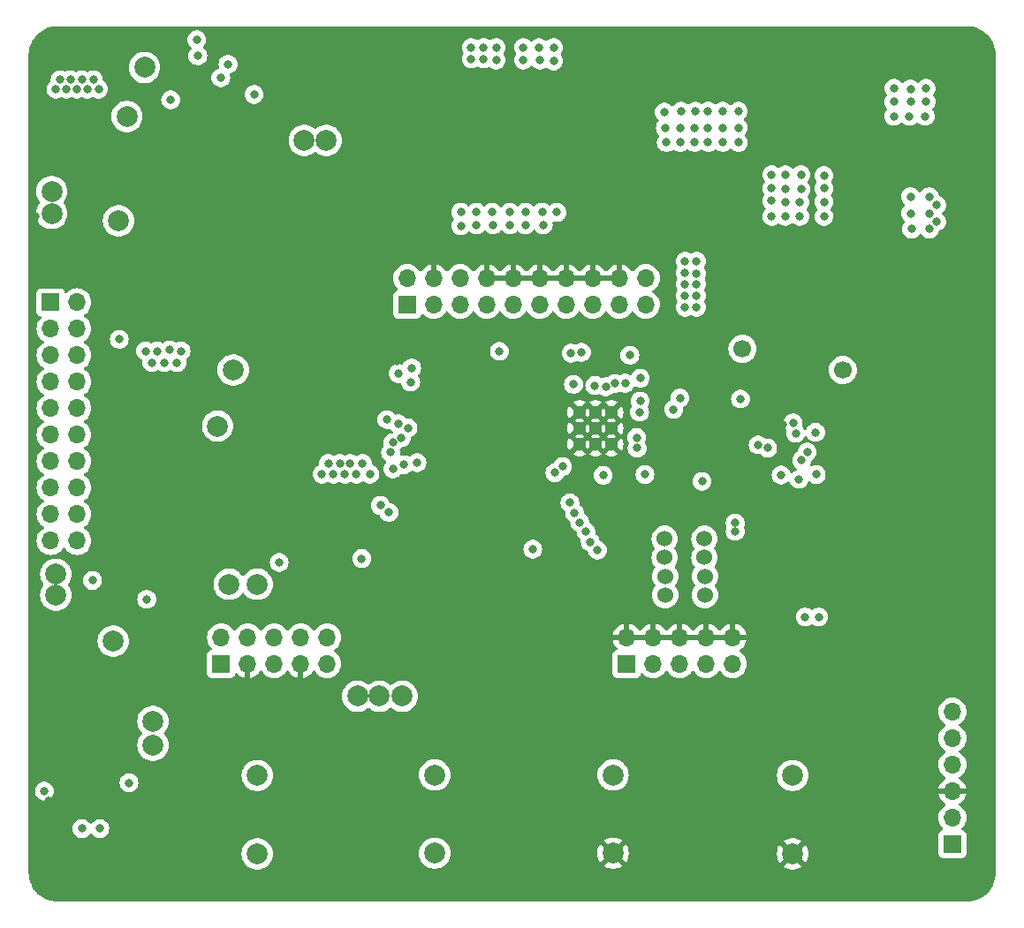
<source format=gbr>
%TF.GenerationSoftware,KiCad,Pcbnew,7.0.1*%
%TF.CreationDate,2024-06-21T04:11:25+03:00*%
%TF.ProjectId,_____ GDI,1f3b3042-3020-4474-9449-2e6b69636164,rev?*%
%TF.SameCoordinates,Original*%
%TF.FileFunction,Copper,L2,Inr*%
%TF.FilePolarity,Positive*%
%FSLAX46Y46*%
G04 Gerber Fmt 4.6, Leading zero omitted, Abs format (unit mm)*
G04 Created by KiCad (PCBNEW 7.0.1) date 2024-06-21 04:11:25*
%MOMM*%
%LPD*%
G01*
G04 APERTURE LIST*
%TA.AperFunction,ComponentPad*%
%ADD10C,1.700000*%
%TD*%
%TA.AperFunction,ComponentPad*%
%ADD11C,1.524000*%
%TD*%
%TA.AperFunction,ComponentPad*%
%ADD12R,1.700000X1.700000*%
%TD*%
%TA.AperFunction,ComponentPad*%
%ADD13O,1.700000X1.700000*%
%TD*%
%TA.AperFunction,ComponentPad*%
%ADD14C,1.300000*%
%TD*%
%TA.AperFunction,ComponentPad*%
%ADD15C,2.000000*%
%TD*%
%TA.AperFunction,ViaPad*%
%ADD16C,0.800000*%
%TD*%
%TA.AperFunction,ViaPad*%
%ADD17C,2.000000*%
%TD*%
G04 APERTURE END LIST*
D10*
%TO.N,/Boot0*%
%TO.C,P2*%
X174800000Y-81600000D03*
%TD*%
D11*
%TO.N,Net-(U8-DBG)*%
%TO.C,R115*%
X157745001Y-99600000D03*
%TO.N,/DBG*%
X161555001Y-99600000D03*
%TD*%
D12*
%TO.N,+3.3V*%
%TO.C,J5*%
X185300000Y-127080000D03*
D13*
%TO.N,/SWCLK*%
X185300000Y-124540000D03*
%TO.N,GND*%
X185300000Y-122000000D03*
%TO.N,/SWDIO*%
X185300000Y-119460000D03*
%TO.N,/nRESET*%
X185300000Y-116920000D03*
%TO.N,unconnected-(J5-Pin_6-Pad6)*%
X185300000Y-114380000D03*
%TD*%
D11*
%TO.N,Net-(U8-FLAG2)*%
%TO.C,R114*%
X157745001Y-97800000D03*
%TO.N,/FLAG_2*%
X161555001Y-97800000D03*
%TD*%
D10*
%TO.N,/nRESET*%
%TO.C,P1*%
X165200000Y-79600000D03*
%TD*%
D14*
%TO.N,GND*%
%TO.C,U8*%
X149576000Y-88724000D03*
X151100000Y-88724000D03*
X152624000Y-88724000D03*
X149576000Y-87200000D03*
X151100000Y-87200000D03*
X152624000Y-87200000D03*
X149576000Y-85676000D03*
X151100000Y-85676000D03*
X152624000Y-85676000D03*
%TD*%
D11*
%TO.N,Net-(U8-FLAG1)*%
%TO.C,R113*%
X157795000Y-101400000D03*
%TO.N,/FLAG_1*%
X161605000Y-101400000D03*
%TD*%
%TO.N,Net-(U8-IRQ)*%
%TO.C,R112*%
X157790000Y-103200000D03*
%TO.N,/IRQ*%
X161600000Y-103200000D03*
%TD*%
D15*
%TO.N,Vdrive*%
%TO.C,C97*%
X118700000Y-128000000D03*
%TO.N,/Vdrive_shunt*%
X118700000Y-120500000D03*
%TD*%
%TO.N,/+Batt_filtered*%
%TO.C,C88*%
X170000000Y-120500000D03*
%TO.N,GND*%
X170000000Y-128000000D03*
%TD*%
%TO.N,+BATT*%
%TO.C,C81*%
X152800000Y-120450000D03*
%TO.N,GND*%
X152800000Y-127950000D03*
%TD*%
D12*
%TO.N,unconnected-(J2-Pin_1-Pad1)*%
%TO.C,J2*%
X133060000Y-75340000D03*
D13*
%TO.N,/UART_RX*%
X133060000Y-72800000D03*
%TO.N,unconnected-(J2-Pin_3-Pad3)*%
X135600000Y-75340000D03*
%TO.N,GND*%
X135600000Y-72800000D03*
%TO.N,unconnected-(J2-Pin_5-Pad5)*%
X138140000Y-75340000D03*
%TO.N,/UART_TX*%
X138140000Y-72800000D03*
%TO.N,unconnected-(J2-Pin_7-Pad7)*%
X140680000Y-75340000D03*
%TO.N,GND*%
X140680000Y-72800000D03*
%TO.N,unconnected-(J2-Pin_9-Pad9)*%
X143220000Y-75340000D03*
%TO.N,GND*%
X143220000Y-72800000D03*
%TO.N,unconnected-(J2-Pin_11-Pad11)*%
X145760000Y-75340000D03*
%TO.N,GND*%
X145760000Y-72800000D03*
%TO.N,unconnected-(J2-Pin_13-Pad13)*%
X148300000Y-75340000D03*
%TO.N,GND*%
X148300000Y-72800000D03*
%TO.N,unconnected-(J2-Pin_15-Pad15)*%
X150840000Y-75340000D03*
%TO.N,GND*%
X150840000Y-72800000D03*
%TO.N,unconnected-(J2-Pin_17-Pad17)*%
X153380000Y-75340000D03*
%TO.N,GND*%
X153380000Y-72800000D03*
%TO.N,unconnected-(J2-Pin_19-Pad19)*%
X155920000Y-75340000D03*
%TO.N,/OA_2*%
X155920000Y-72800000D03*
%TD*%
D12*
%TO.N,/START1*%
%TO.C,J6*%
X115240000Y-109800000D03*
D13*
%TO.N,/START2*%
X115240000Y-107260000D03*
%TO.N,GND*%
X117780000Y-109800000D03*
%TO.N,/START3*%
X117780000Y-107260000D03*
%TO.N,/START4*%
X120320000Y-109800000D03*
%TO.N,/START5*%
X120320000Y-107260000D03*
%TO.N,GND*%
X122860000Y-109800000D03*
%TO.N,/START6*%
X122860000Y-107260000D03*
%TO.N,/CAN_H*%
X125400000Y-109800000D03*
%TO.N,/CAN_L*%
X125400000Y-107260000D03*
%TD*%
D12*
%TO.N,/L1*%
%TO.C,J1*%
X98900000Y-75140000D03*
D13*
X101440000Y-75140000D03*
%TO.N,/H1*%
X98900000Y-77680000D03*
X101440000Y-77680000D03*
%TO.N,/L2*%
X98900000Y-80220000D03*
X101440000Y-80220000D03*
%TO.N,/H1*%
X98900000Y-82760000D03*
X101440000Y-82760000D03*
%TO.N,/L3*%
X98900000Y-85300000D03*
X101440000Y-85300000D03*
%TO.N,/H3*%
X98900000Y-87840000D03*
X101440000Y-87840000D03*
%TO.N,/L4*%
X98900000Y-90380000D03*
X101440000Y-90380000D03*
%TO.N,/H3*%
X98900000Y-92920000D03*
X101440000Y-92920000D03*
%TO.N,/L6PUMP*%
X98900000Y-95460000D03*
X101440000Y-95460000D03*
%TO.N,/H5PUMP*%
X98900000Y-98000000D03*
X101440000Y-98000000D03*
%TD*%
D12*
%TO.N,+5V*%
%TO.C,J7*%
X154100000Y-109800000D03*
D13*
%TO.N,GND*%
X154100000Y-107260000D03*
%TO.N,+3.3V*%
X156640000Y-109800000D03*
%TO.N,GND*%
X156640000Y-107260000D03*
%TO.N,Net-(D4-A1)*%
X159180000Y-109800000D03*
%TO.N,GND*%
X159180000Y-107260000D03*
%TO.N,Net-(D4-A1)*%
X161720000Y-109800000D03*
%TO.N,GND*%
X161720000Y-107260000D03*
%TO.N,Net-(D4-A1)*%
X164260000Y-109800000D03*
%TO.N,GND*%
X164260000Y-107260000D03*
%TD*%
D15*
%TO.N,Vdrive*%
%TO.C,C95*%
X135700000Y-127950000D03*
%TO.N,/Vdrive_shunt*%
X135700000Y-120450000D03*
%TD*%
D16*
%TO.N,GND*%
X97400000Y-71400000D03*
X119700000Y-112700000D03*
X143300000Y-94400000D03*
X139900000Y-108300000D03*
X133600000Y-102400000D03*
X117100000Y-93000000D03*
X115000000Y-49900000D03*
X106100000Y-101700000D03*
X134300000Y-96900000D03*
X97400000Y-69800000D03*
X104300000Y-103800000D03*
X183800000Y-86700000D03*
X97400000Y-66900000D03*
X176400000Y-84300000D03*
X176200000Y-97100000D03*
X161300000Y-90700000D03*
X97400000Y-68500000D03*
X132400000Y-69400000D03*
X129900000Y-97400000D03*
X98700000Y-122900000D03*
X131200000Y-69400000D03*
X182900000Y-103600000D03*
X180700000Y-102300000D03*
X116900000Y-51300000D03*
X143300000Y-95600000D03*
X118000000Y-93000000D03*
X127600000Y-77400000D03*
X181800000Y-102300000D03*
X104900000Y-83300000D03*
X105700000Y-61400000D03*
X102600000Y-121800000D03*
X166700000Y-91600000D03*
X167500000Y-73400000D03*
X169100000Y-86900000D03*
X115000000Y-51200000D03*
X116800000Y-112700000D03*
X138800000Y-108300000D03*
X166300000Y-71900000D03*
X105900000Y-83400000D03*
X180700000Y-103600000D03*
X132100000Y-80800000D03*
X105700000Y-62500000D03*
X118200000Y-112700000D03*
X105400000Y-75100000D03*
X121400000Y-112700000D03*
X130900000Y-97400000D03*
X134100000Y-100600000D03*
X126300000Y-77400000D03*
X158800000Y-78300000D03*
X167500000Y-72400000D03*
X128900000Y-97400000D03*
X98700000Y-124000000D03*
X157100000Y-81300000D03*
X130900000Y-80800000D03*
X100700000Y-124000000D03*
X129300000Y-69400000D03*
X157100000Y-79900000D03*
X165100000Y-77700000D03*
X166300000Y-72900000D03*
X165100000Y-102200000D03*
X166200000Y-77700000D03*
X171400000Y-107200000D03*
X106400000Y-61900000D03*
X116200000Y-93000000D03*
X133600000Y-101500000D03*
X114400000Y-63100000D03*
X123000000Y-112700000D03*
X114400000Y-61800000D03*
X173100000Y-99600000D03*
X108800000Y-95000000D03*
X182800000Y-102300000D03*
X181800000Y-103600000D03*
X177300000Y-95900000D03*
X125100000Y-77400000D03*
X133700000Y-69400000D03*
X166300000Y-73900000D03*
X140700000Y-94500000D03*
D17*
%TO.N,+BATT*%
X116000000Y-102160500D03*
X128300000Y-112900000D03*
D16*
X183100000Y-66600000D03*
X111400000Y-79800000D03*
X99400000Y-54700000D03*
X111000000Y-80900000D03*
X110300000Y-79700000D03*
X101900000Y-53800000D03*
X183100000Y-68100000D03*
D17*
X118700000Y-102160000D03*
D16*
X108600000Y-80900000D03*
X100800000Y-53800000D03*
X103500000Y-54700000D03*
X181300000Y-65000000D03*
X103000000Y-53800000D03*
X109800000Y-80900000D03*
X102400000Y-54700000D03*
D17*
X132600000Y-112900000D03*
D16*
X183800000Y-65800000D03*
X181300000Y-66600000D03*
X145100000Y-98800000D03*
D17*
X130400000Y-112900000D03*
D16*
X109100000Y-79800000D03*
X101400000Y-54700000D03*
X151044975Y-83100000D03*
X108000000Y-79800000D03*
X183800000Y-67400000D03*
X183100000Y-65000000D03*
X100400000Y-54700000D03*
X181400000Y-68100000D03*
X99800000Y-53800000D03*
%TO.N,+5V*%
X164500000Y-96300000D03*
X165000000Y-84400000D03*
X164500000Y-97100000D03*
%TO.N,+3.3V*%
X161325500Y-92300000D03*
X170300000Y-87700000D03*
%TO.N,Net-(Q4-S)*%
X112900000Y-49950000D03*
X131483419Y-89526542D03*
D17*
X106200000Y-57300000D03*
X107900000Y-52600000D03*
%TO.N,/H1*%
X99000000Y-66600000D03*
D16*
X115900000Y-52300000D03*
D17*
X99000000Y-64500000D03*
D16*
X133140862Y-87174500D03*
D17*
%TO.N,Net-(Q8-S)*%
X114900000Y-87000000D03*
X116400000Y-81600000D03*
D16*
%TO.N,/H5PUMP*%
X133400000Y-82774500D03*
X132774500Y-90695300D03*
%TO.N,Net-(U8-B_HS1)*%
X113000000Y-51500000D03*
X132518168Y-88124000D03*
%TO.N,Net-(U8-B_HS2)*%
X131125230Y-86374499D03*
X118400000Y-55200000D03*
%TO.N,Net-(U8-B_HS5)*%
X134000000Y-90500000D03*
X133500000Y-81425500D03*
%TO.N,/+Batt_filtered*%
X145700000Y-50700000D03*
X139200000Y-51800000D03*
X145800000Y-51900000D03*
X139200000Y-50700000D03*
X144200000Y-50700000D03*
X144200000Y-51900000D03*
X182800000Y-54600000D03*
X182800000Y-55900000D03*
X179700000Y-54600000D03*
X140400000Y-50700000D03*
X182700000Y-57300000D03*
X179700000Y-57300000D03*
X181300000Y-54700000D03*
X140400000Y-51800000D03*
X181200000Y-57300000D03*
X141600000Y-51900000D03*
X147100000Y-50700000D03*
X141600000Y-50700000D03*
X181300000Y-55900000D03*
X179700000Y-55900000D03*
X147100000Y-52000000D03*
%TO.N,Vdrive*%
X157900000Y-59800000D03*
X157700000Y-56900000D03*
X126000000Y-91600000D03*
X164800000Y-58400000D03*
X159200000Y-58400000D03*
D17*
X104900000Y-107600000D03*
D16*
X157800000Y-58400000D03*
X161900000Y-59800000D03*
X161900000Y-56800000D03*
X159300000Y-56800000D03*
X163300000Y-58400000D03*
X125500000Y-90600000D03*
X127100000Y-91600000D03*
X160600000Y-58400000D03*
X141900000Y-79825500D03*
X128800000Y-90600000D03*
X160600000Y-59800000D03*
X159200000Y-59800000D03*
D17*
X123200000Y-59600000D03*
D16*
X160700000Y-56800000D03*
X128200000Y-91600000D03*
X126600000Y-90600000D03*
X163300000Y-56800000D03*
X164800000Y-59800000D03*
X164800000Y-56800000D03*
X127600000Y-90600000D03*
X129500000Y-91600000D03*
D17*
X125300000Y-59600000D03*
D16*
X161900000Y-58400000D03*
X124900000Y-91600000D03*
D17*
X105403984Y-67301187D03*
D16*
X163300000Y-59800000D03*
%TO.N,/Vdrive_shunt*%
X160800000Y-73400000D03*
X159700000Y-72300000D03*
X159700000Y-75600000D03*
X159700000Y-73400000D03*
X159700000Y-74500000D03*
X160800000Y-75600000D03*
X159700000Y-71200000D03*
X160800000Y-72400000D03*
X160800000Y-71200000D03*
X160800000Y-74500000D03*
%TO.N,/L1*%
X152108035Y-83225500D03*
%TO.N,/L2*%
X105475000Y-78675000D03*
X153000000Y-82900000D03*
D17*
%TO.N,/L3*%
X108700000Y-117600000D03*
X108700000Y-115300000D03*
D16*
X108109787Y-103609787D03*
X153949494Y-82896617D03*
D17*
%TO.N,/L4*%
X99400000Y-101200000D03*
D16*
X102909999Y-101800000D03*
D17*
X99400000Y-103200000D03*
D16*
X154400000Y-80200000D03*
%TO.N,/L6PUMP*%
X155400000Y-82400000D03*
X120800000Y-100074500D03*
%TO.N,/Vdrive_coil*%
X144400000Y-66500000D03*
X170700000Y-66900000D03*
X139700000Y-66500000D03*
X146000000Y-66500000D03*
X169300000Y-64300000D03*
X168000000Y-64200000D03*
X146100000Y-67700000D03*
X142900000Y-66500000D03*
X173000000Y-63000000D03*
X173000000Y-66900000D03*
X169300000Y-66900000D03*
X139700000Y-67700000D03*
X138200000Y-67800000D03*
X173000000Y-65500000D03*
X141200000Y-66500000D03*
X168000000Y-66900000D03*
X144400000Y-67700000D03*
X168000000Y-62900000D03*
X170700000Y-65500000D03*
X141300000Y-67700000D03*
X147400000Y-66500000D03*
X142900000Y-67700000D03*
X169300000Y-65500000D03*
X170800000Y-64300000D03*
X170800000Y-62900000D03*
X168000000Y-65400000D03*
X173000000Y-64200000D03*
X169300000Y-62900000D03*
X138200000Y-66500000D03*
%TO.N,/SWDIO*%
X170600000Y-92100000D03*
%TO.N,/SWCLK*%
X172255500Y-91643793D03*
%TO.N,/nRESET*%
X170045459Y-86681835D03*
%TO.N,Net-(U8-G_HS1)*%
X110400000Y-55700000D03*
X131697456Y-88601480D03*
%TO.N,Net-(U8-G_HS2)*%
X115200000Y-53600000D03*
X132221152Y-86774500D03*
%TO.N,Net-(U8-G_LS3)*%
X106405000Y-121200000D03*
X148765144Y-79999500D03*
%TO.N,Net-(U8-G_LS4)*%
X98300000Y-122000000D03*
X149765805Y-79919693D03*
%TO.N,Net-(U8-G_HS5)*%
X131700000Y-91100000D03*
X132188312Y-81948895D03*
%TO.N,Net-(U8-G_LS6)*%
X149000000Y-83000000D03*
X128700000Y-99700500D03*
%TO.N,/DRVEN*%
X170868375Y-90286220D03*
X147222488Y-91477512D03*
%TO.N,/RESETB*%
X171400000Y-89499500D03*
X147954246Y-90872463D03*
%TO.N,/FLAG_0*%
X168900000Y-91700000D03*
X151849497Y-91716957D03*
%TO.N,/START1*%
X148657275Y-94357275D03*
%TO.N,/START2*%
X149100000Y-95300000D03*
%TO.N,/START3*%
X149600000Y-96226892D03*
%TO.N,/START4*%
X150200000Y-97100000D03*
%TO.N,/START5*%
X150600000Y-98100000D03*
%TO.N,/START6*%
X151300000Y-98900000D03*
%TO.N,/CAN_L*%
X171200000Y-105300000D03*
%TO.N,/CAN_H*%
X172500000Y-105300000D03*
%TO.N,/OA_1*%
X166700000Y-88800000D03*
X155100000Y-89100000D03*
%TO.N,/OA_2*%
X167600777Y-89100259D03*
X155049500Y-88100000D03*
%TO.N,/IRQ*%
X172200000Y-87600000D03*
%TO.N,Net-(U8-VSENSEN2)*%
X155335924Y-85664076D03*
X101900000Y-125600000D03*
%TO.N,Net-(U8-VSENSEP2)*%
X155389059Y-84600000D03*
X103600000Y-125600000D03*
%TO.N,Net-(U8-VSENSEN3)*%
X158600000Y-85400000D03*
X131305176Y-95274500D03*
%TO.N,Net-(U8-VSENSEP3)*%
X159200000Y-84300000D03*
X130500000Y-94600000D03*
%TO.N,Net-(U8-DBG)*%
X155849156Y-91636104D03*
%TD*%
%TA.AperFunction,Conductor*%
%TO.N,GND*%
G36*
X186680777Y-48640695D02*
G01*
X186983805Y-48657713D01*
X186997606Y-48659268D01*
X187236184Y-48699804D01*
X187293382Y-48709523D01*
X187306939Y-48712617D01*
X187595231Y-48795673D01*
X187608357Y-48800266D01*
X187885533Y-48915076D01*
X187898055Y-48921107D01*
X188160631Y-49066229D01*
X188172404Y-49073626D01*
X188193869Y-49088856D01*
X188417091Y-49247240D01*
X188427959Y-49255908D01*
X188651649Y-49455811D01*
X188661482Y-49465643D01*
X188861398Y-49689350D01*
X188870068Y-49700222D01*
X189043675Y-49944899D01*
X189051073Y-49956673D01*
X189196195Y-50219250D01*
X189202228Y-50231778D01*
X189317035Y-50508948D01*
X189321628Y-50522073D01*
X189404683Y-50810363D01*
X189407777Y-50823920D01*
X189458030Y-51119689D01*
X189459587Y-51133507D01*
X189476610Y-51436623D01*
X189476805Y-51443576D01*
X189476805Y-129804097D01*
X189476610Y-129811053D01*
X189459584Y-130114071D01*
X189458027Y-130127888D01*
X189407767Y-130423664D01*
X189404672Y-130437221D01*
X189321614Y-130725496D01*
X189317022Y-130738620D01*
X189202206Y-131015802D01*
X189196172Y-131028330D01*
X189051053Y-131290898D01*
X189043655Y-131302672D01*
X188870046Y-131547348D01*
X188861377Y-131558219D01*
X188661460Y-131781926D01*
X188651628Y-131791758D01*
X188554107Y-131878908D01*
X188427932Y-131991666D01*
X188417065Y-132000333D01*
X188172388Y-132173944D01*
X188160615Y-132181342D01*
X187898036Y-132326470D01*
X187885508Y-132332503D01*
X187608340Y-132447315D01*
X187595216Y-132451908D01*
X187306929Y-132534970D01*
X187293372Y-132538064D01*
X186997612Y-132588324D01*
X186983795Y-132589882D01*
X186681071Y-132606893D01*
X186674114Y-132607088D01*
X99586176Y-132607088D01*
X99579223Y-132606893D01*
X99276204Y-132589875D01*
X99262386Y-132588318D01*
X98966618Y-132538064D01*
X98953061Y-132534970D01*
X98716527Y-132466826D01*
X98664766Y-132451913D01*
X98651649Y-132447323D01*
X98374476Y-132332514D01*
X98361947Y-132326480D01*
X98099369Y-132181357D01*
X98087596Y-132173959D01*
X97842918Y-132000350D01*
X97832050Y-131991683D01*
X97705155Y-131878282D01*
X97608354Y-131791775D01*
X97598521Y-131781943D01*
X97551532Y-131729362D01*
X97398599Y-131558229D01*
X97389943Y-131547375D01*
X97216330Y-131302688D01*
X97208932Y-131290914D01*
X97063810Y-131028334D01*
X97057777Y-131015805D01*
X96942973Y-130738639D01*
X96938380Y-130725514D01*
X96912901Y-130637073D01*
X96855324Y-130437219D01*
X96852232Y-130423669D01*
X96852231Y-130423664D01*
X96801978Y-130127888D01*
X96800423Y-130114087D01*
X96783390Y-129810758D01*
X96783195Y-129803806D01*
X96783195Y-128000000D01*
X117194356Y-128000000D01*
X117214891Y-128247816D01*
X117214891Y-128247819D01*
X117214892Y-128247821D01*
X117275937Y-128488881D01*
X117320960Y-128591523D01*
X117375825Y-128716604D01*
X117375827Y-128716607D01*
X117511836Y-128924785D01*
X117680256Y-129107738D01*
X117680259Y-129107740D01*
X117876485Y-129260470D01*
X117876487Y-129260471D01*
X117876491Y-129260474D01*
X118095190Y-129378828D01*
X118330386Y-129459571D01*
X118575665Y-129500500D01*
X118824335Y-129500500D01*
X119069614Y-129459571D01*
X119304810Y-129378828D01*
X119523509Y-129260474D01*
X119719744Y-129107738D01*
X119888164Y-128924785D01*
X120024173Y-128716607D01*
X120124063Y-128488881D01*
X120185108Y-128247821D01*
X120205643Y-128000000D01*
X120201500Y-127949999D01*
X134194356Y-127949999D01*
X134214891Y-128197816D01*
X134214891Y-128197819D01*
X134214892Y-128197821D01*
X134275937Y-128438881D01*
X134320960Y-128541523D01*
X134375825Y-128666604D01*
X134375827Y-128666607D01*
X134511836Y-128874785D01*
X134680256Y-129057738D01*
X134745667Y-129108650D01*
X134876485Y-129210470D01*
X134876487Y-129210471D01*
X134876491Y-129210474D01*
X135095190Y-129328828D01*
X135330386Y-129409571D01*
X135575665Y-129450500D01*
X135824335Y-129450500D01*
X136069614Y-129409571D01*
X136304810Y-129328828D01*
X136523509Y-129210474D01*
X136570872Y-129173610D01*
X151929942Y-129173610D01*
X151976766Y-129210055D01*
X152195393Y-129328368D01*
X152430506Y-129409083D01*
X152675707Y-129450000D01*
X152924293Y-129450000D01*
X153169493Y-129409083D01*
X153404606Y-129328368D01*
X153598182Y-129223610D01*
X169129942Y-129223610D01*
X169176766Y-129260055D01*
X169395393Y-129378368D01*
X169630506Y-129459083D01*
X169875707Y-129500000D01*
X170124293Y-129500000D01*
X170369493Y-129459083D01*
X170604606Y-129378368D01*
X170823233Y-129260053D01*
X170870056Y-129223609D01*
X170000000Y-128353553D01*
X169129942Y-129223609D01*
X169129942Y-129223610D01*
X153598182Y-129223610D01*
X153623233Y-129210053D01*
X153670056Y-129173609D01*
X152800000Y-128303553D01*
X151929942Y-129173609D01*
X151929942Y-129173610D01*
X136570872Y-129173610D01*
X136719744Y-129057738D01*
X136888164Y-128874785D01*
X137024173Y-128666607D01*
X137124063Y-128438881D01*
X137185108Y-128197821D01*
X137205643Y-127950000D01*
X151294858Y-127950000D01*
X151315386Y-128197732D01*
X151376413Y-128438721D01*
X151476268Y-128666370D01*
X151576563Y-128819882D01*
X151576564Y-128819882D01*
X152446447Y-127950001D01*
X153153553Y-127950001D01*
X154023434Y-128819882D01*
X154123730Y-128666369D01*
X154223586Y-128438721D01*
X154284613Y-128197732D01*
X154300998Y-128000000D01*
X168494858Y-128000000D01*
X168515386Y-128247732D01*
X168576413Y-128488721D01*
X168676268Y-128716370D01*
X168776563Y-128869882D01*
X168776564Y-128869882D01*
X169646447Y-128000001D01*
X170353553Y-128000001D01*
X171223434Y-128869882D01*
X171323730Y-128716369D01*
X171423586Y-128488721D01*
X171484613Y-128247732D01*
X171505141Y-128000000D01*
X171484613Y-127752267D01*
X171423586Y-127511278D01*
X171323730Y-127283630D01*
X171223434Y-127130116D01*
X170353553Y-128000000D01*
X170353553Y-128000001D01*
X169646447Y-128000001D01*
X169646447Y-127999999D01*
X168776564Y-127130116D01*
X168676266Y-127283634D01*
X168576413Y-127511278D01*
X168515386Y-127752267D01*
X168494858Y-128000000D01*
X154300998Y-128000000D01*
X154305141Y-127950000D01*
X154284613Y-127702267D01*
X154223586Y-127461278D01*
X154123730Y-127233630D01*
X154023434Y-127080116D01*
X153153553Y-127950000D01*
X153153553Y-127950001D01*
X152446447Y-127950001D01*
X152446447Y-127950000D01*
X151576564Y-127080116D01*
X151476266Y-127233634D01*
X151376413Y-127461278D01*
X151315386Y-127702267D01*
X151294858Y-127950000D01*
X137205643Y-127950000D01*
X137185108Y-127702179D01*
X137124063Y-127461119D01*
X137024173Y-127233393D01*
X136888164Y-127025215D01*
X136719744Y-126842262D01*
X136635112Y-126776390D01*
X136570873Y-126726390D01*
X151929942Y-126726390D01*
X152800000Y-127596447D01*
X152800001Y-127596447D01*
X153620057Y-126776390D01*
X169129942Y-126776390D01*
X170000000Y-127646447D01*
X170000001Y-127646447D01*
X170870057Y-126776390D01*
X170870056Y-126776388D01*
X170823235Y-126739947D01*
X170604606Y-126621631D01*
X170369493Y-126540916D01*
X170124293Y-126500000D01*
X169875707Y-126500000D01*
X169630506Y-126540916D01*
X169395393Y-126621631D01*
X169176764Y-126739946D01*
X169129942Y-126776388D01*
X169129942Y-126776390D01*
X153620057Y-126776390D01*
X153670057Y-126726390D01*
X153670056Y-126726388D01*
X153623235Y-126689947D01*
X153404606Y-126571631D01*
X153169493Y-126490916D01*
X152924293Y-126450000D01*
X152675707Y-126450000D01*
X152430506Y-126490916D01*
X152195393Y-126571631D01*
X151976764Y-126689946D01*
X151929942Y-126726388D01*
X151929942Y-126726390D01*
X136570873Y-126726390D01*
X136523514Y-126689529D01*
X136523510Y-126689526D01*
X136523509Y-126689526D01*
X136304810Y-126571172D01*
X136304806Y-126571170D01*
X136304805Y-126571170D01*
X136069615Y-126490429D01*
X135824335Y-126449500D01*
X135575665Y-126449500D01*
X135330384Y-126490429D01*
X135095194Y-126571170D01*
X134876485Y-126689529D01*
X134680259Y-126842259D01*
X134680256Y-126842261D01*
X134680256Y-126842262D01*
X134511836Y-127025215D01*
X134475968Y-127080116D01*
X134375825Y-127233395D01*
X134285780Y-127438678D01*
X134275937Y-127461119D01*
X134263235Y-127511278D01*
X134214891Y-127702183D01*
X134194356Y-127949999D01*
X120201500Y-127949999D01*
X120185108Y-127752179D01*
X120124063Y-127511119D01*
X120024173Y-127283393D01*
X119888164Y-127075215D01*
X119719744Y-126892262D01*
X119655500Y-126842259D01*
X119523514Y-126739529D01*
X119523510Y-126739526D01*
X119523509Y-126739526D01*
X119304810Y-126621172D01*
X119304806Y-126621170D01*
X119304805Y-126621170D01*
X119069615Y-126540429D01*
X118824335Y-126499500D01*
X118575665Y-126499500D01*
X118330384Y-126540429D01*
X118095194Y-126621170D01*
X117876485Y-126739529D01*
X117680259Y-126892259D01*
X117511837Y-127075214D01*
X117375825Y-127283395D01*
X117275938Y-127511117D01*
X117214891Y-127752183D01*
X117194356Y-128000000D01*
X96783195Y-128000000D01*
X96783195Y-125600000D01*
X100994540Y-125600000D01*
X101014326Y-125788257D01*
X101072820Y-125968284D01*
X101167466Y-126132216D01*
X101294129Y-126272889D01*
X101447269Y-126384151D01*
X101620197Y-126461144D01*
X101805352Y-126500500D01*
X101805354Y-126500500D01*
X101994646Y-126500500D01*
X101994648Y-126500500D01*
X102118084Y-126474262D01*
X102179803Y-126461144D01*
X102352730Y-126384151D01*
X102505871Y-126272888D01*
X102632533Y-126132216D01*
X102642614Y-126114756D01*
X102687995Y-126069372D01*
X102749996Y-126052757D01*
X102811997Y-126069369D01*
X102857385Y-126114756D01*
X102867464Y-126132214D01*
X102994129Y-126272889D01*
X103147269Y-126384151D01*
X103320197Y-126461144D01*
X103505352Y-126500500D01*
X103505354Y-126500500D01*
X103694646Y-126500500D01*
X103694648Y-126500500D01*
X103818084Y-126474262D01*
X103879803Y-126461144D01*
X104052730Y-126384151D01*
X104205871Y-126272888D01*
X104332533Y-126132216D01*
X104427179Y-125968284D01*
X104485674Y-125788256D01*
X104505460Y-125600000D01*
X104485674Y-125411744D01*
X104427179Y-125231716D01*
X104427179Y-125231715D01*
X104332533Y-125067783D01*
X104205870Y-124927110D01*
X104052730Y-124815848D01*
X103879802Y-124738855D01*
X103694648Y-124699500D01*
X103694646Y-124699500D01*
X103505354Y-124699500D01*
X103505352Y-124699500D01*
X103320197Y-124738855D01*
X103147269Y-124815848D01*
X102994129Y-124927110D01*
X102867466Y-125067784D01*
X102857387Y-125085242D01*
X102812000Y-125130629D01*
X102750000Y-125147242D01*
X102688000Y-125130629D01*
X102642613Y-125085242D01*
X102632533Y-125067784D01*
X102505870Y-124927110D01*
X102352730Y-124815848D01*
X102179802Y-124738855D01*
X101994648Y-124699500D01*
X101994646Y-124699500D01*
X101805354Y-124699500D01*
X101805352Y-124699500D01*
X101620197Y-124738855D01*
X101447269Y-124815848D01*
X101294129Y-124927110D01*
X101167466Y-125067783D01*
X101072820Y-125231715D01*
X101014326Y-125411742D01*
X100994540Y-125600000D01*
X96783195Y-125600000D01*
X96783195Y-124539999D01*
X183944340Y-124539999D01*
X183964936Y-124775407D01*
X184005585Y-124927110D01*
X184026097Y-125003663D01*
X184125965Y-125217830D01*
X184261505Y-125411401D01*
X184261508Y-125411404D01*
X184383430Y-125533326D01*
X184414726Y-125586072D01*
X184416915Y-125647365D01*
X184389462Y-125702209D01*
X184339083Y-125737189D01*
X184207669Y-125786204D01*
X184092454Y-125872454D01*
X184006204Y-125987668D01*
X183955909Y-126122516D01*
X183949500Y-126182130D01*
X183949500Y-127977869D01*
X183955909Y-128037483D01*
X184006204Y-128172331D01*
X184092454Y-128287546D01*
X184207669Y-128373796D01*
X184342517Y-128424091D01*
X184402127Y-128430500D01*
X186197872Y-128430499D01*
X186257483Y-128424091D01*
X186392331Y-128373796D01*
X186507546Y-128287546D01*
X186593796Y-128172331D01*
X186644091Y-128037483D01*
X186650500Y-127977873D01*
X186650499Y-126182128D01*
X186644091Y-126122517D01*
X186593796Y-125987669D01*
X186507546Y-125872454D01*
X186392331Y-125786204D01*
X186330898Y-125763291D01*
X186260916Y-125737189D01*
X186210537Y-125702209D01*
X186183084Y-125647365D01*
X186185273Y-125586072D01*
X186216566Y-125533329D01*
X186338495Y-125411401D01*
X186474035Y-125217830D01*
X186573903Y-125003663D01*
X186635063Y-124775408D01*
X186655659Y-124540000D01*
X186635063Y-124304592D01*
X186573903Y-124076337D01*
X186474035Y-123862171D01*
X186338495Y-123668599D01*
X186171401Y-123501505D01*
X185985402Y-123371267D01*
X185946539Y-123326951D01*
X185932528Y-123269694D01*
X185946539Y-123212437D01*
X185985405Y-123168119D01*
X186171078Y-123038109D01*
X186338106Y-122871081D01*
X186473600Y-122677576D01*
X186573430Y-122463492D01*
X186630636Y-122250000D01*
X183969364Y-122250000D01*
X184026569Y-122463492D01*
X184126399Y-122677576D01*
X184261893Y-122871081D01*
X184428918Y-123038106D01*
X184614595Y-123168119D01*
X184653460Y-123212437D01*
X184667471Y-123269694D01*
X184653460Y-123326951D01*
X184614595Y-123371269D01*
X184428595Y-123501508D01*
X184261505Y-123668598D01*
X184125965Y-123862170D01*
X184026097Y-124076336D01*
X183964936Y-124304592D01*
X183944340Y-124539999D01*
X96783195Y-124539999D01*
X96783195Y-122000000D01*
X97394540Y-122000000D01*
X97414326Y-122188257D01*
X97472820Y-122368284D01*
X97567466Y-122532216D01*
X97694129Y-122672889D01*
X97847269Y-122784151D01*
X98020197Y-122861144D01*
X98205352Y-122900500D01*
X98205354Y-122900500D01*
X98394646Y-122900500D01*
X98394648Y-122900500D01*
X98518084Y-122874262D01*
X98579803Y-122861144D01*
X98752730Y-122784151D01*
X98752729Y-122784151D01*
X98905870Y-122672889D01*
X99032533Y-122532216D01*
X99127179Y-122368284D01*
X99165612Y-122250000D01*
X99185674Y-122188256D01*
X99205460Y-122000000D01*
X99185674Y-121811744D01*
X99127179Y-121631716D01*
X99127179Y-121631715D01*
X99032533Y-121467783D01*
X98905870Y-121327110D01*
X98752730Y-121215848D01*
X98717135Y-121200000D01*
X105499540Y-121200000D01*
X105519326Y-121388257D01*
X105577820Y-121568284D01*
X105672466Y-121732216D01*
X105799129Y-121872889D01*
X105952269Y-121984151D01*
X106125197Y-122061144D01*
X106310352Y-122100500D01*
X106310354Y-122100500D01*
X106499646Y-122100500D01*
X106499648Y-122100500D01*
X106623084Y-122074262D01*
X106684803Y-122061144D01*
X106857730Y-121984151D01*
X106960381Y-121909571D01*
X107010870Y-121872889D01*
X107137533Y-121732216D01*
X107232179Y-121568284D01*
X107242504Y-121536507D01*
X107290674Y-121388256D01*
X107310460Y-121200000D01*
X107290674Y-121011744D01*
X107260332Y-120918363D01*
X107232179Y-120831715D01*
X107137533Y-120667783D01*
X107010870Y-120527110D01*
X106973556Y-120500000D01*
X117194356Y-120500000D01*
X117214891Y-120747816D01*
X117214891Y-120747819D01*
X117214892Y-120747821D01*
X117275937Y-120988881D01*
X117285965Y-121011742D01*
X117375825Y-121216604D01*
X117375827Y-121216607D01*
X117511836Y-121424785D01*
X117680256Y-121607738D01*
X117680259Y-121607740D01*
X117876485Y-121760470D01*
X117876487Y-121760471D01*
X117876491Y-121760474D01*
X118095190Y-121878828D01*
X118330386Y-121959571D01*
X118575665Y-122000500D01*
X118824335Y-122000500D01*
X119069614Y-121959571D01*
X119304810Y-121878828D01*
X119523509Y-121760474D01*
X119719744Y-121607738D01*
X119888164Y-121424785D01*
X120024173Y-121216607D01*
X120124063Y-120988881D01*
X120185108Y-120747821D01*
X120205643Y-120500000D01*
X120201500Y-120449999D01*
X134194356Y-120449999D01*
X134214891Y-120697816D01*
X134214891Y-120697819D01*
X134214892Y-120697821D01*
X134275937Y-120938881D01*
X134307897Y-121011742D01*
X134375825Y-121166604D01*
X134375827Y-121166607D01*
X134511836Y-121374785D01*
X134680256Y-121557738D01*
X134745667Y-121608649D01*
X134876485Y-121710470D01*
X134876487Y-121710471D01*
X134876491Y-121710474D01*
X135095190Y-121828828D01*
X135330386Y-121909571D01*
X135575665Y-121950500D01*
X135824335Y-121950500D01*
X136069614Y-121909571D01*
X136304810Y-121828828D01*
X136523509Y-121710474D01*
X136719744Y-121557738D01*
X136888164Y-121374785D01*
X137024173Y-121166607D01*
X137124063Y-120938881D01*
X137185108Y-120697821D01*
X137205643Y-120450000D01*
X151294356Y-120450000D01*
X151314891Y-120697816D01*
X151314891Y-120697819D01*
X151314892Y-120697821D01*
X151375937Y-120938881D01*
X151407897Y-121011742D01*
X151475825Y-121166604D01*
X151475827Y-121166607D01*
X151611836Y-121374785D01*
X151780256Y-121557738D01*
X151845667Y-121608649D01*
X151976485Y-121710470D01*
X151976487Y-121710471D01*
X151976491Y-121710474D01*
X152195190Y-121828828D01*
X152430386Y-121909571D01*
X152675665Y-121950500D01*
X152924335Y-121950500D01*
X153169614Y-121909571D01*
X153404810Y-121828828D01*
X153623509Y-121710474D01*
X153819744Y-121557738D01*
X153988164Y-121374785D01*
X154124173Y-121166607D01*
X154224063Y-120938881D01*
X154285108Y-120697821D01*
X154301500Y-120499999D01*
X168494356Y-120499999D01*
X168514891Y-120747816D01*
X168514891Y-120747819D01*
X168514892Y-120747821D01*
X168575937Y-120988881D01*
X168585965Y-121011742D01*
X168675825Y-121216604D01*
X168675827Y-121216607D01*
X168811836Y-121424785D01*
X168980256Y-121607738D01*
X168980259Y-121607740D01*
X169176485Y-121760470D01*
X169176487Y-121760471D01*
X169176491Y-121760474D01*
X169395190Y-121878828D01*
X169630386Y-121959571D01*
X169875665Y-122000500D01*
X170124335Y-122000500D01*
X170369614Y-121959571D01*
X170604810Y-121878828D01*
X170823509Y-121760474D01*
X171019744Y-121607738D01*
X171188164Y-121424785D01*
X171324173Y-121216607D01*
X171424063Y-120988881D01*
X171485108Y-120747821D01*
X171505643Y-120500000D01*
X171485108Y-120252179D01*
X171424063Y-120011119D01*
X171324173Y-119783393D01*
X171188164Y-119575215D01*
X171082100Y-119459999D01*
X183944340Y-119459999D01*
X183964936Y-119695407D01*
X184009709Y-119862502D01*
X184026097Y-119923663D01*
X184125965Y-120137830D01*
X184261505Y-120331401D01*
X184428599Y-120498495D01*
X184614597Y-120628732D01*
X184653460Y-120673048D01*
X184667471Y-120730305D01*
X184653461Y-120787561D01*
X184614595Y-120831880D01*
X184428919Y-120961892D01*
X184261890Y-121128921D01*
X184126400Y-121322421D01*
X184026569Y-121536507D01*
X183969364Y-121749999D01*
X183969364Y-121750000D01*
X186630636Y-121750000D01*
X186630635Y-121749999D01*
X186573430Y-121536507D01*
X186473599Y-121322421D01*
X186338109Y-121128921D01*
X186171081Y-120961893D01*
X185985404Y-120831880D01*
X185946539Y-120787562D01*
X185932528Y-120730305D01*
X185946539Y-120673048D01*
X185985402Y-120628732D01*
X186171401Y-120498495D01*
X186338495Y-120331401D01*
X186474035Y-120137830D01*
X186573903Y-119923663D01*
X186635063Y-119695408D01*
X186655659Y-119460000D01*
X186635063Y-119224592D01*
X186573903Y-118996337D01*
X186474035Y-118782171D01*
X186338495Y-118588599D01*
X186171401Y-118421505D01*
X185985839Y-118291573D01*
X185946975Y-118247257D01*
X185932964Y-118190000D01*
X185946975Y-118132743D01*
X185985839Y-118088426D01*
X186171401Y-117958495D01*
X186338495Y-117791401D01*
X186474035Y-117597830D01*
X186573903Y-117383663D01*
X186635063Y-117155408D01*
X186655659Y-116920000D01*
X186635063Y-116684592D01*
X186573903Y-116456337D01*
X186474035Y-116242171D01*
X186338495Y-116048599D01*
X186171401Y-115881505D01*
X185985839Y-115751573D01*
X185946975Y-115707257D01*
X185932964Y-115650000D01*
X185946975Y-115592743D01*
X185985839Y-115548426D01*
X186171401Y-115418495D01*
X186338495Y-115251401D01*
X186474035Y-115057830D01*
X186573903Y-114843663D01*
X186635063Y-114615408D01*
X186655659Y-114380000D01*
X186646807Y-114278829D01*
X186635063Y-114144592D01*
X186607967Y-114043468D01*
X186573903Y-113916337D01*
X186474035Y-113702171D01*
X186338495Y-113508599D01*
X186171401Y-113341505D01*
X185977830Y-113205965D01*
X185763663Y-113106097D01*
X185702501Y-113089709D01*
X185535407Y-113044936D01*
X185300000Y-113024340D01*
X185064592Y-113044936D01*
X184836336Y-113106097D01*
X184622170Y-113205965D01*
X184428598Y-113341505D01*
X184261505Y-113508598D01*
X184125965Y-113702170D01*
X184026097Y-113916336D01*
X183964936Y-114144592D01*
X183944340Y-114379999D01*
X183964936Y-114615407D01*
X184009709Y-114782502D01*
X184026097Y-114843663D01*
X184125965Y-115057830D01*
X184261505Y-115251401D01*
X184428599Y-115418495D01*
X184614160Y-115548426D01*
X184653024Y-115592743D01*
X184667035Y-115650000D01*
X184653024Y-115707257D01*
X184614159Y-115751575D01*
X184428595Y-115881508D01*
X184261505Y-116048598D01*
X184125965Y-116242170D01*
X184026097Y-116456336D01*
X183964936Y-116684592D01*
X183944340Y-116919999D01*
X183964936Y-117155407D01*
X184009709Y-117322501D01*
X184026097Y-117383663D01*
X184125965Y-117597830D01*
X184261505Y-117791401D01*
X184428599Y-117958495D01*
X184614160Y-118088426D01*
X184653024Y-118132743D01*
X184667035Y-118190000D01*
X184653024Y-118247257D01*
X184614159Y-118291575D01*
X184428595Y-118421508D01*
X184261505Y-118588598D01*
X184125965Y-118782170D01*
X184026097Y-118996336D01*
X183964936Y-119224592D01*
X183944340Y-119459999D01*
X171082100Y-119459999D01*
X171019744Y-119392262D01*
X170955500Y-119342259D01*
X170823514Y-119239529D01*
X170823510Y-119239526D01*
X170823509Y-119239526D01*
X170604810Y-119121172D01*
X170604806Y-119121170D01*
X170604805Y-119121170D01*
X170369615Y-119040429D01*
X170124335Y-118999500D01*
X169875665Y-118999500D01*
X169630384Y-119040429D01*
X169395194Y-119121170D01*
X169176485Y-119239529D01*
X168980259Y-119392259D01*
X168811837Y-119575214D01*
X168675825Y-119783395D01*
X168575938Y-120011117D01*
X168514891Y-120252183D01*
X168494356Y-120499999D01*
X154301500Y-120499999D01*
X154305643Y-120450000D01*
X154285108Y-120202179D01*
X154224063Y-119961119D01*
X154124173Y-119733393D01*
X153988164Y-119525215D01*
X153819744Y-119342262D01*
X153797612Y-119325036D01*
X153623514Y-119189529D01*
X153623510Y-119189526D01*
X153623509Y-119189526D01*
X153404810Y-119071172D01*
X153404806Y-119071170D01*
X153404805Y-119071170D01*
X153169615Y-118990429D01*
X152924335Y-118949500D01*
X152675665Y-118949500D01*
X152430384Y-118990429D01*
X152195194Y-119071170D01*
X151976485Y-119189529D01*
X151780259Y-119342259D01*
X151780256Y-119342261D01*
X151780256Y-119342262D01*
X151611836Y-119525215D01*
X151566499Y-119594607D01*
X151475825Y-119733395D01*
X151392367Y-119923662D01*
X151375937Y-119961119D01*
X151314892Y-120202179D01*
X151314891Y-120202183D01*
X151294356Y-120450000D01*
X137205643Y-120450000D01*
X137185108Y-120202179D01*
X137124063Y-119961119D01*
X137024173Y-119733393D01*
X136888164Y-119525215D01*
X136719744Y-119342262D01*
X136697612Y-119325036D01*
X136523514Y-119189529D01*
X136523510Y-119189526D01*
X136523509Y-119189526D01*
X136304810Y-119071172D01*
X136304806Y-119071170D01*
X136304805Y-119071170D01*
X136069615Y-118990429D01*
X135824335Y-118949500D01*
X135575665Y-118949500D01*
X135330384Y-118990429D01*
X135095194Y-119071170D01*
X134876485Y-119189529D01*
X134680259Y-119342259D01*
X134680256Y-119342261D01*
X134680256Y-119342262D01*
X134511836Y-119525215D01*
X134466499Y-119594607D01*
X134375825Y-119733395D01*
X134292367Y-119923662D01*
X134275937Y-119961119D01*
X134214892Y-120202179D01*
X134214891Y-120202183D01*
X134194356Y-120449999D01*
X120201500Y-120449999D01*
X120185108Y-120252179D01*
X120124063Y-120011119D01*
X120024173Y-119783393D01*
X119888164Y-119575215D01*
X119719744Y-119392262D01*
X119655500Y-119342259D01*
X119523514Y-119239529D01*
X119523510Y-119239526D01*
X119523509Y-119239526D01*
X119304810Y-119121172D01*
X119304806Y-119121170D01*
X119304805Y-119121170D01*
X119069615Y-119040429D01*
X118824335Y-118999500D01*
X118575665Y-118999500D01*
X118330384Y-119040429D01*
X118095194Y-119121170D01*
X117876485Y-119239529D01*
X117680259Y-119392259D01*
X117511837Y-119575214D01*
X117375825Y-119783395D01*
X117275938Y-120011117D01*
X117214891Y-120252183D01*
X117194356Y-120500000D01*
X106973556Y-120500000D01*
X106857730Y-120415848D01*
X106684802Y-120338855D01*
X106499648Y-120299500D01*
X106499646Y-120299500D01*
X106310354Y-120299500D01*
X106310352Y-120299500D01*
X106125197Y-120338855D01*
X105952269Y-120415848D01*
X105799129Y-120527110D01*
X105672466Y-120667783D01*
X105577820Y-120831715D01*
X105519326Y-121011742D01*
X105499540Y-121200000D01*
X98717135Y-121200000D01*
X98579802Y-121138855D01*
X98394648Y-121099500D01*
X98394646Y-121099500D01*
X98205354Y-121099500D01*
X98205352Y-121099500D01*
X98020197Y-121138855D01*
X97847269Y-121215848D01*
X97694129Y-121327110D01*
X97567466Y-121467783D01*
X97472820Y-121631715D01*
X97414326Y-121811742D01*
X97394540Y-122000000D01*
X96783195Y-122000000D01*
X96783195Y-117600000D01*
X107194356Y-117600000D01*
X107214891Y-117847816D01*
X107214891Y-117847819D01*
X107214892Y-117847821D01*
X107275937Y-118088881D01*
X107278198Y-118094035D01*
X107375825Y-118316604D01*
X107375827Y-118316607D01*
X107511836Y-118524785D01*
X107680256Y-118707738D01*
X107680259Y-118707740D01*
X107876485Y-118860470D01*
X107876487Y-118860471D01*
X107876491Y-118860474D01*
X108095190Y-118978828D01*
X108330386Y-119059571D01*
X108575665Y-119100500D01*
X108824335Y-119100500D01*
X109069614Y-119059571D01*
X109304810Y-118978828D01*
X109523509Y-118860474D01*
X109719744Y-118707738D01*
X109888164Y-118524785D01*
X110024173Y-118316607D01*
X110124063Y-118088881D01*
X110185108Y-117847821D01*
X110205643Y-117600000D01*
X110185108Y-117352179D01*
X110124063Y-117111119D01*
X110024173Y-116883393D01*
X109888164Y-116675215D01*
X109758148Y-116533980D01*
X109729174Y-116480440D01*
X109729174Y-116419560D01*
X109758148Y-116366019D01*
X109888164Y-116224785D01*
X110024173Y-116016607D01*
X110124063Y-115788881D01*
X110185108Y-115547821D01*
X110205643Y-115300000D01*
X110185108Y-115052179D01*
X110124063Y-114811119D01*
X110024173Y-114583393D01*
X109888164Y-114375215D01*
X109719744Y-114192262D01*
X109658498Y-114144592D01*
X109523514Y-114039529D01*
X109523510Y-114039526D01*
X109523509Y-114039526D01*
X109304810Y-113921172D01*
X109304806Y-113921170D01*
X109304805Y-113921170D01*
X109069615Y-113840429D01*
X108824335Y-113799500D01*
X108575665Y-113799500D01*
X108330384Y-113840429D01*
X108095194Y-113921170D01*
X107876485Y-114039529D01*
X107680259Y-114192259D01*
X107680256Y-114192261D01*
X107680256Y-114192262D01*
X107511836Y-114375215D01*
X107508710Y-114380000D01*
X107375825Y-114583395D01*
X107275938Y-114811117D01*
X107214891Y-115052183D01*
X107194356Y-115300000D01*
X107214891Y-115547816D01*
X107214891Y-115547819D01*
X107214892Y-115547821D01*
X107275937Y-115788881D01*
X107316566Y-115881505D01*
X107375825Y-116016604D01*
X107375827Y-116016607D01*
X107511836Y-116224785D01*
X107626190Y-116349007D01*
X107641849Y-116366017D01*
X107670825Y-116419560D01*
X107670825Y-116480440D01*
X107641849Y-116533983D01*
X107511837Y-116675214D01*
X107375825Y-116883395D01*
X107285780Y-117088678D01*
X107275937Y-117111119D01*
X107214892Y-117352179D01*
X107214891Y-117352183D01*
X107194356Y-117600000D01*
X96783195Y-117600000D01*
X96783195Y-112899999D01*
X126794356Y-112899999D01*
X126814891Y-113147816D01*
X126814891Y-113147819D01*
X126814892Y-113147821D01*
X126875937Y-113388881D01*
X126920960Y-113491523D01*
X126975825Y-113616604D01*
X126975827Y-113616607D01*
X127111836Y-113824785D01*
X127280256Y-114007738D01*
X127280259Y-114007740D01*
X127476485Y-114160470D01*
X127476487Y-114160471D01*
X127476491Y-114160474D01*
X127695190Y-114278828D01*
X127930386Y-114359571D01*
X128175665Y-114400500D01*
X128424335Y-114400500D01*
X128669614Y-114359571D01*
X128904810Y-114278828D01*
X129123509Y-114160474D01*
X129273839Y-114043466D01*
X129322883Y-114020322D01*
X129377117Y-114020322D01*
X129426160Y-114043466D01*
X129576491Y-114160474D01*
X129795190Y-114278828D01*
X130030386Y-114359571D01*
X130275665Y-114400500D01*
X130524335Y-114400500D01*
X130769614Y-114359571D01*
X131004810Y-114278828D01*
X131223509Y-114160474D01*
X131419744Y-114007738D01*
X131419748Y-114007733D01*
X131423837Y-114004551D01*
X131472883Y-113981405D01*
X131527117Y-113981405D01*
X131576163Y-114004551D01*
X131580251Y-114007733D01*
X131580256Y-114007738D01*
X131776491Y-114160474D01*
X131995190Y-114278828D01*
X132230386Y-114359571D01*
X132475665Y-114400500D01*
X132724335Y-114400500D01*
X132969614Y-114359571D01*
X133204810Y-114278828D01*
X133423509Y-114160474D01*
X133619744Y-114007738D01*
X133788164Y-113824785D01*
X133924173Y-113616607D01*
X134024063Y-113388881D01*
X134085108Y-113147821D01*
X134105643Y-112900000D01*
X134085108Y-112652179D01*
X134024063Y-112411119D01*
X133924173Y-112183393D01*
X133788164Y-111975215D01*
X133619744Y-111792262D01*
X133573838Y-111756532D01*
X133423514Y-111639529D01*
X133423510Y-111639526D01*
X133423509Y-111639526D01*
X133204810Y-111521172D01*
X133204806Y-111521170D01*
X133204805Y-111521170D01*
X132969615Y-111440429D01*
X132724335Y-111399500D01*
X132475665Y-111399500D01*
X132230384Y-111440429D01*
X131995194Y-111521170D01*
X131776489Y-111639527D01*
X131576161Y-111795448D01*
X131527115Y-111818593D01*
X131472882Y-111818593D01*
X131423837Y-111795447D01*
X131223514Y-111639529D01*
X131223510Y-111639526D01*
X131223509Y-111639526D01*
X131004810Y-111521172D01*
X131004806Y-111521170D01*
X131004805Y-111521170D01*
X130769615Y-111440429D01*
X130524335Y-111399500D01*
X130275665Y-111399500D01*
X130030384Y-111440429D01*
X129795194Y-111521170D01*
X129576489Y-111639527D01*
X129426162Y-111756532D01*
X129377116Y-111779677D01*
X129322884Y-111779677D01*
X129273838Y-111756532D01*
X129123510Y-111639527D01*
X129123509Y-111639526D01*
X128904810Y-111521172D01*
X128904806Y-111521170D01*
X128904805Y-111521170D01*
X128669615Y-111440429D01*
X128424335Y-111399500D01*
X128175665Y-111399500D01*
X127930384Y-111440429D01*
X127695194Y-111521170D01*
X127476485Y-111639529D01*
X127280259Y-111792259D01*
X127111837Y-111975214D01*
X126975825Y-112183395D01*
X126875938Y-112411117D01*
X126814891Y-112652183D01*
X126794356Y-112899999D01*
X96783195Y-112899999D01*
X96783195Y-107600000D01*
X103394356Y-107600000D01*
X103414891Y-107847816D01*
X103414891Y-107847819D01*
X103414892Y-107847821D01*
X103475937Y-108088881D01*
X103520960Y-108191523D01*
X103575825Y-108316604D01*
X103575827Y-108316607D01*
X103711836Y-108524785D01*
X103880256Y-108707738D01*
X103880259Y-108707740D01*
X104076485Y-108860470D01*
X104076487Y-108860471D01*
X104076491Y-108860474D01*
X104295190Y-108978828D01*
X104530386Y-109059571D01*
X104775665Y-109100500D01*
X105024335Y-109100500D01*
X105269614Y-109059571D01*
X105504810Y-108978828D01*
X105723509Y-108860474D01*
X105919744Y-108707738D01*
X106088164Y-108524785D01*
X106224173Y-108316607D01*
X106324063Y-108088881D01*
X106385108Y-107847821D01*
X106405643Y-107600000D01*
X106385108Y-107352179D01*
X106361765Y-107259999D01*
X113884340Y-107259999D01*
X113904936Y-107495407D01*
X113932962Y-107600000D01*
X113966097Y-107723663D01*
X114065965Y-107937830D01*
X114201505Y-108131401D01*
X114201507Y-108131403D01*
X114201508Y-108131404D01*
X114323430Y-108253326D01*
X114354726Y-108306072D01*
X114356915Y-108367365D01*
X114329462Y-108422209D01*
X114279083Y-108457189D01*
X114147669Y-108506204D01*
X114032454Y-108592454D01*
X113946204Y-108707668D01*
X113895909Y-108842516D01*
X113889500Y-108902130D01*
X113889500Y-110697869D01*
X113895909Y-110757484D01*
X113921056Y-110824906D01*
X113946204Y-110892331D01*
X114032454Y-111007546D01*
X114147669Y-111093796D01*
X114282517Y-111144091D01*
X114342127Y-111150500D01*
X116137872Y-111150499D01*
X116197483Y-111144091D01*
X116332331Y-111093796D01*
X116447546Y-111007546D01*
X116533796Y-110892331D01*
X116583003Y-110760398D01*
X116617981Y-110710021D01*
X116672826Y-110682568D01*
X116734119Y-110684757D01*
X116786865Y-110716053D01*
X116908918Y-110838106D01*
X117102423Y-110973600D01*
X117316507Y-111073430D01*
X117529999Y-111130635D01*
X117530000Y-111130636D01*
X117530000Y-109674000D01*
X117546613Y-109612000D01*
X117592000Y-109566613D01*
X117654000Y-109550000D01*
X117906000Y-109550000D01*
X117968000Y-109566613D01*
X118013387Y-109612000D01*
X118030000Y-109674000D01*
X118030000Y-111130635D01*
X118243492Y-111073430D01*
X118457576Y-110973600D01*
X118651081Y-110838106D01*
X118818109Y-110671078D01*
X118948119Y-110485405D01*
X118992437Y-110446539D01*
X119049694Y-110432528D01*
X119106951Y-110446539D01*
X119151267Y-110485402D01*
X119281505Y-110671401D01*
X119448599Y-110838495D01*
X119642170Y-110974035D01*
X119856337Y-111073903D01*
X120084592Y-111135063D01*
X120320000Y-111155659D01*
X120555408Y-111135063D01*
X120783663Y-111073903D01*
X120997830Y-110974035D01*
X121191401Y-110838495D01*
X121358495Y-110671401D01*
X121488732Y-110485402D01*
X121533048Y-110446539D01*
X121590305Y-110432528D01*
X121647562Y-110446539D01*
X121691880Y-110485404D01*
X121821893Y-110671081D01*
X121988918Y-110838106D01*
X122182423Y-110973600D01*
X122396507Y-111073430D01*
X122609999Y-111130635D01*
X122610000Y-111130636D01*
X122610000Y-109674000D01*
X122626613Y-109612000D01*
X122672000Y-109566613D01*
X122734000Y-109550000D01*
X122986000Y-109550000D01*
X123048000Y-109566613D01*
X123093387Y-109612000D01*
X123110000Y-109674000D01*
X123110000Y-111130635D01*
X123323492Y-111073430D01*
X123537576Y-110973600D01*
X123731081Y-110838106D01*
X123898109Y-110671078D01*
X124028119Y-110485405D01*
X124072437Y-110446539D01*
X124129694Y-110432528D01*
X124186951Y-110446539D01*
X124231267Y-110485402D01*
X124361505Y-110671401D01*
X124528599Y-110838495D01*
X124722170Y-110974035D01*
X124936337Y-111073903D01*
X125164592Y-111135063D01*
X125400000Y-111155659D01*
X125635408Y-111135063D01*
X125863663Y-111073903D01*
X126077830Y-110974035D01*
X126271401Y-110838495D01*
X126412027Y-110697869D01*
X152749500Y-110697869D01*
X152755909Y-110757484D01*
X152781056Y-110824906D01*
X152806204Y-110892331D01*
X152892454Y-111007546D01*
X153007669Y-111093796D01*
X153142517Y-111144091D01*
X153202127Y-111150500D01*
X154997872Y-111150499D01*
X155057483Y-111144091D01*
X155192331Y-111093796D01*
X155307546Y-111007546D01*
X155393796Y-110892331D01*
X155442810Y-110760916D01*
X155477789Y-110710537D01*
X155532634Y-110683084D01*
X155593927Y-110685273D01*
X155646673Y-110716569D01*
X155768599Y-110838495D01*
X155962170Y-110974035D01*
X156176337Y-111073903D01*
X156404592Y-111135063D01*
X156640000Y-111155659D01*
X156875408Y-111135063D01*
X157103663Y-111073903D01*
X157317830Y-110974035D01*
X157511401Y-110838495D01*
X157678495Y-110671401D01*
X157808426Y-110485839D01*
X157852743Y-110446975D01*
X157910000Y-110432964D01*
X157967257Y-110446975D01*
X158011573Y-110485839D01*
X158141505Y-110671401D01*
X158308599Y-110838495D01*
X158502170Y-110974035D01*
X158716337Y-111073903D01*
X158944592Y-111135063D01*
X159180000Y-111155659D01*
X159415408Y-111135063D01*
X159643663Y-111073903D01*
X159857830Y-110974035D01*
X160051401Y-110838495D01*
X160218495Y-110671401D01*
X160348426Y-110485839D01*
X160392743Y-110446975D01*
X160450000Y-110432964D01*
X160507257Y-110446975D01*
X160551573Y-110485839D01*
X160681505Y-110671401D01*
X160848599Y-110838495D01*
X161042170Y-110974035D01*
X161256337Y-111073903D01*
X161484592Y-111135063D01*
X161720000Y-111155659D01*
X161955408Y-111135063D01*
X162183663Y-111073903D01*
X162397830Y-110974035D01*
X162591401Y-110838495D01*
X162758495Y-110671401D01*
X162888426Y-110485839D01*
X162932743Y-110446975D01*
X162990000Y-110432964D01*
X163047257Y-110446975D01*
X163091573Y-110485839D01*
X163221505Y-110671401D01*
X163388599Y-110838495D01*
X163582170Y-110974035D01*
X163796337Y-111073903D01*
X164024592Y-111135063D01*
X164260000Y-111155659D01*
X164495408Y-111135063D01*
X164723663Y-111073903D01*
X164937830Y-110974035D01*
X165131401Y-110838495D01*
X165298495Y-110671401D01*
X165434035Y-110477830D01*
X165533903Y-110263663D01*
X165595063Y-110035408D01*
X165615659Y-109800000D01*
X165595063Y-109564592D01*
X165533903Y-109336337D01*
X165434035Y-109122171D01*
X165298495Y-108928599D01*
X165131401Y-108761505D01*
X164945402Y-108631267D01*
X164906539Y-108586951D01*
X164892528Y-108529694D01*
X164906539Y-108472437D01*
X164945405Y-108428119D01*
X165131078Y-108298109D01*
X165298106Y-108131081D01*
X165433600Y-107937576D01*
X165533430Y-107723492D01*
X165590636Y-107510000D01*
X152769364Y-107510000D01*
X152826569Y-107723492D01*
X152926399Y-107937576D01*
X153061893Y-108131081D01*
X153183946Y-108253134D01*
X153215242Y-108305880D01*
X153217431Y-108367173D01*
X153189978Y-108422018D01*
X153139599Y-108456997D01*
X153007669Y-108506204D01*
X152892454Y-108592454D01*
X152806204Y-108707668D01*
X152755909Y-108842516D01*
X152749500Y-108902130D01*
X152749500Y-110697869D01*
X126412027Y-110697869D01*
X126438495Y-110671401D01*
X126574035Y-110477830D01*
X126673903Y-110263663D01*
X126735063Y-110035408D01*
X126755659Y-109800000D01*
X126735063Y-109564592D01*
X126673903Y-109336337D01*
X126574035Y-109122171D01*
X126438495Y-108928599D01*
X126271401Y-108761505D01*
X126085839Y-108631573D01*
X126046974Y-108587255D01*
X126032964Y-108529999D01*
X126046975Y-108472742D01*
X126085837Y-108428428D01*
X126271401Y-108298495D01*
X126438495Y-108131401D01*
X126574035Y-107937830D01*
X126673903Y-107723663D01*
X126735063Y-107495408D01*
X126755659Y-107260000D01*
X126735063Y-107024592D01*
X126731153Y-107010000D01*
X152769364Y-107010000D01*
X153850000Y-107010000D01*
X154350000Y-107010000D01*
X156390000Y-107010000D01*
X156890000Y-107010000D01*
X158930000Y-107010000D01*
X159430000Y-107010000D01*
X161470000Y-107010000D01*
X161970000Y-107010000D01*
X164010000Y-107010000D01*
X164010000Y-105929364D01*
X164510000Y-105929364D01*
X164510000Y-107010000D01*
X165590636Y-107010000D01*
X165590635Y-107009999D01*
X165533430Y-106796507D01*
X165433599Y-106582421D01*
X165298109Y-106388921D01*
X165131081Y-106221893D01*
X164937576Y-106086399D01*
X164723492Y-105986569D01*
X164510000Y-105929364D01*
X164010000Y-105929364D01*
X164009999Y-105929364D01*
X163796507Y-105986569D01*
X163582421Y-106086400D01*
X163388921Y-106221890D01*
X163221893Y-106388918D01*
X163091575Y-106575032D01*
X163047257Y-106613897D01*
X162990000Y-106627908D01*
X162932743Y-106613897D01*
X162888425Y-106575032D01*
X162758106Y-106388918D01*
X162591081Y-106221893D01*
X162397576Y-106086399D01*
X162183492Y-105986569D01*
X161970000Y-105929364D01*
X161970000Y-107010000D01*
X161470000Y-107010000D01*
X161470000Y-105929364D01*
X161469999Y-105929364D01*
X161256507Y-105986569D01*
X161042421Y-106086400D01*
X160848921Y-106221890D01*
X160681893Y-106388918D01*
X160551575Y-106575032D01*
X160507257Y-106613897D01*
X160450000Y-106627908D01*
X160392743Y-106613897D01*
X160348425Y-106575032D01*
X160218106Y-106388918D01*
X160051081Y-106221893D01*
X159857576Y-106086399D01*
X159643492Y-105986569D01*
X159430000Y-105929364D01*
X159430000Y-107010000D01*
X158930000Y-107010000D01*
X158930000Y-105929364D01*
X158929999Y-105929364D01*
X158716507Y-105986569D01*
X158502421Y-106086400D01*
X158308921Y-106221890D01*
X158141893Y-106388918D01*
X158011575Y-106575032D01*
X157967257Y-106613897D01*
X157910000Y-106627908D01*
X157852743Y-106613897D01*
X157808425Y-106575032D01*
X157678106Y-106388918D01*
X157511081Y-106221893D01*
X157317576Y-106086399D01*
X157103492Y-105986569D01*
X156890000Y-105929364D01*
X156890000Y-107010000D01*
X156390000Y-107010000D01*
X156390000Y-105929364D01*
X156389999Y-105929364D01*
X156176507Y-105986569D01*
X155962421Y-106086400D01*
X155768921Y-106221890D01*
X155601893Y-106388918D01*
X155471575Y-106575032D01*
X155427257Y-106613897D01*
X155370000Y-106627908D01*
X155312743Y-106613897D01*
X155268425Y-106575032D01*
X155138106Y-106388918D01*
X154971081Y-106221893D01*
X154777576Y-106086399D01*
X154563492Y-105986569D01*
X154350000Y-105929364D01*
X154350000Y-107010000D01*
X153850000Y-107010000D01*
X153850000Y-105929364D01*
X153849999Y-105929364D01*
X153636507Y-105986569D01*
X153422421Y-106086400D01*
X153228921Y-106221890D01*
X153061890Y-106388921D01*
X152926400Y-106582421D01*
X152826569Y-106796507D01*
X152769364Y-107009999D01*
X152769364Y-107010000D01*
X126731153Y-107010000D01*
X126673903Y-106796337D01*
X126574035Y-106582171D01*
X126438495Y-106388599D01*
X126271401Y-106221505D01*
X126077830Y-106085965D01*
X125863663Y-105986097D01*
X125802501Y-105969709D01*
X125635407Y-105924936D01*
X125400000Y-105904340D01*
X125164592Y-105924936D01*
X124936336Y-105986097D01*
X124722170Y-106085965D01*
X124528598Y-106221505D01*
X124361508Y-106388595D01*
X124231574Y-106574160D01*
X124187255Y-106613026D01*
X124129999Y-106627036D01*
X124072742Y-106613025D01*
X124028426Y-106574161D01*
X123898495Y-106388599D01*
X123731401Y-106221505D01*
X123537830Y-106085965D01*
X123323663Y-105986097D01*
X123262501Y-105969709D01*
X123095407Y-105924936D01*
X122860000Y-105904340D01*
X122624592Y-105924936D01*
X122396336Y-105986097D01*
X122182170Y-106085965D01*
X121988598Y-106221505D01*
X121821508Y-106388595D01*
X121691574Y-106574160D01*
X121647255Y-106613026D01*
X121589999Y-106627036D01*
X121532742Y-106613025D01*
X121488426Y-106574161D01*
X121358495Y-106388599D01*
X121191401Y-106221505D01*
X120997830Y-106085965D01*
X120783663Y-105986097D01*
X120722501Y-105969709D01*
X120555407Y-105924936D01*
X120320000Y-105904340D01*
X120084592Y-105924936D01*
X119856336Y-105986097D01*
X119642170Y-106085965D01*
X119448598Y-106221505D01*
X119281508Y-106388595D01*
X119151574Y-106574160D01*
X119107255Y-106613026D01*
X119049999Y-106627036D01*
X118992742Y-106613025D01*
X118948426Y-106574161D01*
X118818495Y-106388599D01*
X118651401Y-106221505D01*
X118457830Y-106085965D01*
X118243663Y-105986097D01*
X118182501Y-105969709D01*
X118015407Y-105924936D01*
X117780000Y-105904340D01*
X117544592Y-105924936D01*
X117316336Y-105986097D01*
X117102170Y-106085965D01*
X116908598Y-106221505D01*
X116741508Y-106388595D01*
X116611574Y-106574160D01*
X116567255Y-106613026D01*
X116509999Y-106627036D01*
X116452742Y-106613025D01*
X116408426Y-106574161D01*
X116278495Y-106388599D01*
X116111401Y-106221505D01*
X115917830Y-106085965D01*
X115703663Y-105986097D01*
X115642501Y-105969709D01*
X115475407Y-105924936D01*
X115240000Y-105904340D01*
X115004592Y-105924936D01*
X114776336Y-105986097D01*
X114562170Y-106085965D01*
X114368598Y-106221505D01*
X114201505Y-106388598D01*
X114065965Y-106582170D01*
X113966097Y-106796336D01*
X113904936Y-107024592D01*
X113884340Y-107259999D01*
X106361765Y-107259999D01*
X106324063Y-107111119D01*
X106224173Y-106883393D01*
X106088164Y-106675215D01*
X105919744Y-106492262D01*
X105786972Y-106388921D01*
X105723514Y-106339529D01*
X105723510Y-106339526D01*
X105723509Y-106339526D01*
X105504810Y-106221172D01*
X105504806Y-106221170D01*
X105504805Y-106221170D01*
X105269615Y-106140429D01*
X105024335Y-106099500D01*
X104775665Y-106099500D01*
X104530384Y-106140429D01*
X104295194Y-106221170D01*
X104295190Y-106221171D01*
X104295190Y-106221172D01*
X104293858Y-106221893D01*
X104076485Y-106339529D01*
X103880259Y-106492259D01*
X103711837Y-106675214D01*
X103575825Y-106883395D01*
X103475938Y-107111117D01*
X103414891Y-107352183D01*
X103394356Y-107600000D01*
X96783195Y-107600000D01*
X96783195Y-105300000D01*
X170294540Y-105300000D01*
X170314326Y-105488257D01*
X170372820Y-105668284D01*
X170467466Y-105832216D01*
X170594129Y-105972889D01*
X170747269Y-106084151D01*
X170920197Y-106161144D01*
X171105352Y-106200500D01*
X171105354Y-106200500D01*
X171294646Y-106200500D01*
X171294648Y-106200500D01*
X171418083Y-106174262D01*
X171479803Y-106161144D01*
X171549193Y-106130248D01*
X171652727Y-106084153D01*
X171652730Y-106084151D01*
X171777117Y-105993778D01*
X171824219Y-105972808D01*
X171875781Y-105972808D01*
X171922882Y-105993778D01*
X172005942Y-106054125D01*
X172047272Y-106084153D01*
X172220197Y-106161144D01*
X172405352Y-106200500D01*
X172405354Y-106200500D01*
X172594646Y-106200500D01*
X172594648Y-106200500D01*
X172718083Y-106174262D01*
X172779803Y-106161144D01*
X172952730Y-106084151D01*
X173087041Y-105986569D01*
X173105870Y-105972889D01*
X173232533Y-105832216D01*
X173327179Y-105668284D01*
X173327178Y-105668284D01*
X173385674Y-105488256D01*
X173405460Y-105300000D01*
X173385674Y-105111744D01*
X173327179Y-104931716D01*
X173327179Y-104931715D01*
X173232533Y-104767783D01*
X173105870Y-104627110D01*
X172952730Y-104515848D01*
X172779802Y-104438855D01*
X172594648Y-104399500D01*
X172594646Y-104399500D01*
X172405354Y-104399500D01*
X172405352Y-104399500D01*
X172220197Y-104438855D01*
X172047272Y-104515846D01*
X171922884Y-104606219D01*
X171875779Y-104627190D01*
X171824218Y-104627190D01*
X171777114Y-104606218D01*
X171652730Y-104515848D01*
X171479802Y-104438855D01*
X171294648Y-104399500D01*
X171294646Y-104399500D01*
X171105354Y-104399500D01*
X171105352Y-104399500D01*
X170920197Y-104438855D01*
X170747269Y-104515848D01*
X170594129Y-104627110D01*
X170467466Y-104767783D01*
X170372820Y-104931715D01*
X170314326Y-105111742D01*
X170294540Y-105300000D01*
X96783195Y-105300000D01*
X96783195Y-103200000D01*
X97894356Y-103200000D01*
X97914891Y-103447816D01*
X97914891Y-103447819D01*
X97914892Y-103447821D01*
X97975937Y-103688881D01*
X98020960Y-103791523D01*
X98075825Y-103916604D01*
X98075827Y-103916607D01*
X98211836Y-104124785D01*
X98380256Y-104307738D01*
X98380259Y-104307740D01*
X98576485Y-104460470D01*
X98576487Y-104460471D01*
X98576491Y-104460474D01*
X98795190Y-104578828D01*
X99030386Y-104659571D01*
X99275665Y-104700500D01*
X99524335Y-104700500D01*
X99769614Y-104659571D01*
X100004810Y-104578828D01*
X100223509Y-104460474D01*
X100419744Y-104307738D01*
X100588164Y-104124785D01*
X100724173Y-103916607D01*
X100824063Y-103688881D01*
X100844092Y-103609787D01*
X107204327Y-103609787D01*
X107224113Y-103798044D01*
X107282607Y-103978071D01*
X107377253Y-104142003D01*
X107503916Y-104282676D01*
X107657056Y-104393938D01*
X107829984Y-104470931D01*
X108015139Y-104510287D01*
X108015141Y-104510287D01*
X108204433Y-104510287D01*
X108204435Y-104510287D01*
X108327870Y-104484049D01*
X108389590Y-104470931D01*
X108562517Y-104393938D01*
X108681162Y-104307738D01*
X108715657Y-104282676D01*
X108842320Y-104142003D01*
X108936966Y-103978071D01*
X108956938Y-103916604D01*
X108995461Y-103798043D01*
X109015247Y-103609787D01*
X108995461Y-103421531D01*
X108965119Y-103328150D01*
X108936966Y-103241502D01*
X108842320Y-103077570D01*
X108715657Y-102936897D01*
X108562517Y-102825635D01*
X108389589Y-102748642D01*
X108204435Y-102709287D01*
X108204433Y-102709287D01*
X108015141Y-102709287D01*
X108015139Y-102709287D01*
X107829984Y-102748642D01*
X107657056Y-102825635D01*
X107503916Y-102936897D01*
X107377253Y-103077570D01*
X107282607Y-103241502D01*
X107224113Y-103421529D01*
X107204327Y-103609787D01*
X100844092Y-103609787D01*
X100885108Y-103447821D01*
X100905643Y-103200000D01*
X100885108Y-102952179D01*
X100824063Y-102711119D01*
X100724173Y-102483393D01*
X100588164Y-102275215D01*
X100588163Y-102275213D01*
X100583333Y-102267821D01*
X100565442Y-102223771D01*
X100565442Y-102176227D01*
X100583334Y-102132177D01*
X100588162Y-102124787D01*
X100588164Y-102124785D01*
X100724173Y-101916607D01*
X100775322Y-101799999D01*
X102004539Y-101799999D01*
X102024325Y-101988257D01*
X102082819Y-102168284D01*
X102177465Y-102332216D01*
X102304128Y-102472889D01*
X102457268Y-102584151D01*
X102630196Y-102661144D01*
X102815351Y-102700500D01*
X102815353Y-102700500D01*
X103004645Y-102700500D01*
X103004647Y-102700500D01*
X103128082Y-102674262D01*
X103189802Y-102661144D01*
X103362729Y-102584151D01*
X103387247Y-102566338D01*
X103515869Y-102472889D01*
X103642532Y-102332216D01*
X103737178Y-102168284D01*
X103739707Y-102160500D01*
X114494356Y-102160500D01*
X114514891Y-102408316D01*
X114514891Y-102408319D01*
X114514892Y-102408321D01*
X114575937Y-102649381D01*
X114581097Y-102661144D01*
X114675825Y-102877104D01*
X114675827Y-102877107D01*
X114811836Y-103085285D01*
X114980256Y-103268238D01*
X114980259Y-103268240D01*
X115176485Y-103420970D01*
X115176487Y-103420971D01*
X115176491Y-103420974D01*
X115395190Y-103539328D01*
X115630386Y-103620071D01*
X115875665Y-103661000D01*
X116124335Y-103661000D01*
X116369614Y-103620071D01*
X116604810Y-103539328D01*
X116823509Y-103420974D01*
X117019744Y-103268238D01*
X117188164Y-103085285D01*
X117246356Y-102996215D01*
X117291145Y-102954984D01*
X117350163Y-102940038D01*
X117409180Y-102954983D01*
X117453971Y-102996216D01*
X117511836Y-103084785D01*
X117680256Y-103267738D01*
X117680901Y-103268240D01*
X117876485Y-103420470D01*
X117876487Y-103420471D01*
X117876491Y-103420474D01*
X118095190Y-103538828D01*
X118330386Y-103619571D01*
X118575665Y-103660500D01*
X118824335Y-103660500D01*
X119069614Y-103619571D01*
X119304810Y-103538828D01*
X119523509Y-103420474D01*
X119719744Y-103267738D01*
X119888164Y-103084785D01*
X120024173Y-102876607D01*
X120124063Y-102648881D01*
X120185108Y-102407821D01*
X120205643Y-102160000D01*
X120185108Y-101912179D01*
X120124063Y-101671119D01*
X120024173Y-101443393D01*
X119888164Y-101235215D01*
X119719744Y-101052262D01*
X119672961Y-101015849D01*
X119523514Y-100899529D01*
X119523510Y-100899526D01*
X119523509Y-100899526D01*
X119304810Y-100781172D01*
X119304806Y-100781170D01*
X119304805Y-100781170D01*
X119069615Y-100700429D01*
X118824335Y-100659500D01*
X118575665Y-100659500D01*
X118330384Y-100700429D01*
X118095194Y-100781170D01*
X117876485Y-100899529D01*
X117680259Y-101052259D01*
X117680256Y-101052261D01*
X117680256Y-101052262D01*
X117679796Y-101052762D01*
X117511833Y-101235218D01*
X117453644Y-101324283D01*
X117408853Y-101365516D01*
X117349835Y-101380461D01*
X117290818Y-101365515D01*
X117246028Y-101324283D01*
X117188164Y-101235715D01*
X117019744Y-101052762D01*
X116972317Y-101015848D01*
X116823514Y-100900029D01*
X116823510Y-100900026D01*
X116823509Y-100900026D01*
X116604810Y-100781672D01*
X116604806Y-100781670D01*
X116604805Y-100781670D01*
X116369615Y-100700929D01*
X116124335Y-100660000D01*
X115875665Y-100660000D01*
X115630384Y-100700929D01*
X115395194Y-100781670D01*
X115176485Y-100900029D01*
X114980259Y-101052759D01*
X114980256Y-101052761D01*
X114980256Y-101052762D01*
X114811836Y-101235715D01*
X114766499Y-101305107D01*
X114675825Y-101443895D01*
X114598551Y-101620065D01*
X114575937Y-101671619D01*
X114515019Y-101912179D01*
X114514891Y-101912683D01*
X114494356Y-102160500D01*
X103739707Y-102160500D01*
X103751312Y-102124785D01*
X103795673Y-101988256D01*
X103815459Y-101800000D01*
X103795673Y-101611744D01*
X103742411Y-101447821D01*
X103737178Y-101431715D01*
X103642532Y-101267783D01*
X103515869Y-101127110D01*
X103362729Y-101015848D01*
X103189801Y-100938855D01*
X103004647Y-100899500D01*
X103004645Y-100899500D01*
X102815353Y-100899500D01*
X102815351Y-100899500D01*
X102630196Y-100938855D01*
X102457268Y-101015848D01*
X102304128Y-101127110D01*
X102177465Y-101267783D01*
X102082819Y-101431715D01*
X102024325Y-101611742D01*
X102004539Y-101799999D01*
X100775322Y-101799999D01*
X100824063Y-101688881D01*
X100885108Y-101447821D01*
X100905643Y-101200000D01*
X100885108Y-100952179D01*
X100824063Y-100711119D01*
X100734016Y-100505833D01*
X100724174Y-100483395D01*
X100724173Y-100483393D01*
X100588164Y-100275215D01*
X100419744Y-100092262D01*
X100396923Y-100074500D01*
X119894540Y-100074500D01*
X119896407Y-100092262D01*
X119914326Y-100262757D01*
X119972820Y-100442784D01*
X120067466Y-100606716D01*
X120194129Y-100747389D01*
X120347269Y-100858651D01*
X120520197Y-100935644D01*
X120705352Y-100975000D01*
X120705354Y-100975000D01*
X120894646Y-100975000D01*
X120894648Y-100975000D01*
X121018084Y-100948762D01*
X121079803Y-100935644D01*
X121252730Y-100858651D01*
X121379787Y-100766339D01*
X121405870Y-100747389D01*
X121532533Y-100606716D01*
X121627179Y-100442784D01*
X121636330Y-100414620D01*
X121685674Y-100262756D01*
X121705460Y-100074500D01*
X121685674Y-99886244D01*
X121627179Y-99706216D01*
X121627179Y-99706215D01*
X121623879Y-99700499D01*
X127794540Y-99700499D01*
X127814326Y-99888757D01*
X127872820Y-100068784D01*
X127967466Y-100232716D01*
X128094129Y-100373389D01*
X128247269Y-100484651D01*
X128420197Y-100561644D01*
X128605352Y-100601000D01*
X128605354Y-100601000D01*
X128794646Y-100601000D01*
X128794648Y-100601000D01*
X128918083Y-100574762D01*
X128979803Y-100561644D01*
X129152730Y-100484651D01*
X129249120Y-100414620D01*
X129305870Y-100373389D01*
X129394268Y-100275214D01*
X129432533Y-100232716D01*
X129527179Y-100068784D01*
X129585674Y-99888756D01*
X129605460Y-99700500D01*
X129585674Y-99512244D01*
X129527179Y-99332216D01*
X129527179Y-99332215D01*
X129432533Y-99168283D01*
X129305870Y-99027610D01*
X129152730Y-98916348D01*
X128979802Y-98839355D01*
X128794648Y-98800000D01*
X144194540Y-98800000D01*
X144214326Y-98988257D01*
X144272820Y-99168284D01*
X144367466Y-99332216D01*
X144494129Y-99472889D01*
X144647269Y-99584151D01*
X144820197Y-99661144D01*
X145005352Y-99700500D01*
X145005354Y-99700500D01*
X145194646Y-99700500D01*
X145194648Y-99700500D01*
X145318083Y-99674262D01*
X145379803Y-99661144D01*
X145552730Y-99584151D01*
X145705871Y-99472888D01*
X145832533Y-99332216D01*
X145927179Y-99168284D01*
X145985674Y-98988256D01*
X146005460Y-98800000D01*
X145985674Y-98611744D01*
X145937559Y-98463662D01*
X145927179Y-98431715D01*
X145832533Y-98267783D01*
X145705870Y-98127110D01*
X145552730Y-98015848D01*
X145379802Y-97938855D01*
X145194648Y-97899500D01*
X145194646Y-97899500D01*
X145005354Y-97899500D01*
X145005352Y-97899500D01*
X144820197Y-97938855D01*
X144647269Y-98015848D01*
X144494129Y-98127110D01*
X144367466Y-98267783D01*
X144272820Y-98431715D01*
X144214326Y-98611742D01*
X144194540Y-98800000D01*
X128794648Y-98800000D01*
X128794646Y-98800000D01*
X128605354Y-98800000D01*
X128605352Y-98800000D01*
X128420197Y-98839355D01*
X128247269Y-98916348D01*
X128094129Y-99027610D01*
X127967466Y-99168283D01*
X127872820Y-99332215D01*
X127814326Y-99512242D01*
X127794540Y-99700499D01*
X121623879Y-99700499D01*
X121532533Y-99542283D01*
X121405870Y-99401610D01*
X121252730Y-99290348D01*
X121079802Y-99213355D01*
X120894648Y-99174000D01*
X120894646Y-99174000D01*
X120705354Y-99174000D01*
X120705352Y-99174000D01*
X120520197Y-99213355D01*
X120347269Y-99290348D01*
X120194129Y-99401610D01*
X120067466Y-99542283D01*
X119972820Y-99706215D01*
X119914326Y-99886242D01*
X119898854Y-100033450D01*
X119894540Y-100074500D01*
X100396923Y-100074500D01*
X100396922Y-100074499D01*
X100223514Y-99939529D01*
X100223510Y-99939526D01*
X100223509Y-99939526D01*
X100004810Y-99821172D01*
X100004806Y-99821170D01*
X100004805Y-99821170D01*
X99769615Y-99740429D01*
X99524335Y-99699500D01*
X99275665Y-99699500D01*
X99030384Y-99740429D01*
X98795194Y-99821170D01*
X98576485Y-99939529D01*
X98380259Y-100092259D01*
X98211837Y-100275214D01*
X98075825Y-100483395D01*
X98021732Y-100606716D01*
X97975937Y-100711119D01*
X97938577Y-100858651D01*
X97914891Y-100952183D01*
X97894356Y-101200000D01*
X97914891Y-101447816D01*
X97914891Y-101447819D01*
X97914892Y-101447821D01*
X97975937Y-101688881D01*
X98011850Y-101770756D01*
X98075826Y-101916607D01*
X98216666Y-102132179D01*
X98234557Y-102176228D01*
X98234557Y-102223772D01*
X98216666Y-102267821D01*
X98075826Y-102483392D01*
X98003018Y-102649381D01*
X97975937Y-102711119D01*
X97946937Y-102825636D01*
X97914891Y-102952183D01*
X97894356Y-103200000D01*
X96783195Y-103200000D01*
X96783195Y-98000000D01*
X97544340Y-98000000D01*
X97564936Y-98235407D01*
X97609709Y-98402501D01*
X97626097Y-98463663D01*
X97725965Y-98677830D01*
X97861505Y-98871401D01*
X98028599Y-99038495D01*
X98222170Y-99174035D01*
X98436337Y-99273903D01*
X98664592Y-99335063D01*
X98900000Y-99355659D01*
X99135408Y-99335063D01*
X99363663Y-99273903D01*
X99577830Y-99174035D01*
X99771401Y-99038495D01*
X99938495Y-98871401D01*
X100068428Y-98685837D01*
X100112742Y-98646975D01*
X100169999Y-98632964D01*
X100227255Y-98646974D01*
X100271573Y-98685839D01*
X100401505Y-98871401D01*
X100568599Y-99038495D01*
X100762170Y-99174035D01*
X100976337Y-99273903D01*
X101204592Y-99335063D01*
X101440000Y-99355659D01*
X101675408Y-99335063D01*
X101903663Y-99273903D01*
X102117830Y-99174035D01*
X102311401Y-99038495D01*
X102478495Y-98871401D01*
X102614035Y-98677830D01*
X102713903Y-98463663D01*
X102775063Y-98235408D01*
X102795659Y-98000000D01*
X102775063Y-97764592D01*
X102713903Y-97536337D01*
X102614035Y-97322171D01*
X102478495Y-97128599D01*
X102311401Y-96961505D01*
X102125839Y-96831573D01*
X102086975Y-96787257D01*
X102072964Y-96730000D01*
X102086975Y-96672743D01*
X102125839Y-96628426D01*
X102311401Y-96498495D01*
X102478495Y-96331401D01*
X102614035Y-96137830D01*
X102713903Y-95923663D01*
X102775063Y-95695408D01*
X102795659Y-95460000D01*
X102781660Y-95300000D01*
X102775063Y-95224592D01*
X102750311Y-95132216D01*
X102713903Y-94996337D01*
X102614035Y-94782171D01*
X102486478Y-94600000D01*
X129594540Y-94600000D01*
X129597389Y-94627110D01*
X129614326Y-94788257D01*
X129672820Y-94968284D01*
X129767466Y-95132216D01*
X129894129Y-95272889D01*
X130047269Y-95384151D01*
X130220197Y-95461145D01*
X130363697Y-95491646D01*
X130420889Y-95520786D01*
X130455848Y-95574618D01*
X130477996Y-95642784D01*
X130572642Y-95806716D01*
X130699305Y-95947389D01*
X130852445Y-96058651D01*
X131025373Y-96135644D01*
X131210528Y-96175000D01*
X131210530Y-96175000D01*
X131399822Y-96175000D01*
X131399824Y-96175000D01*
X131537005Y-96145841D01*
X131584979Y-96135644D01*
X131757906Y-96058651D01*
X131911047Y-95947388D01*
X132037709Y-95806716D01*
X132132355Y-95642784D01*
X132190850Y-95462756D01*
X132210636Y-95274500D01*
X132190850Y-95086244D01*
X132132355Y-94906216D01*
X132132355Y-94906215D01*
X132037709Y-94742283D01*
X131911046Y-94601610D01*
X131757906Y-94490348D01*
X131584978Y-94413355D01*
X131441477Y-94382853D01*
X131391277Y-94357275D01*
X147751815Y-94357275D01*
X147771601Y-94545532D01*
X147830095Y-94725559D01*
X147924741Y-94889491D01*
X148051404Y-95030164D01*
X148152814Y-95103842D01*
X148193208Y-95153724D01*
X148203250Y-95217120D01*
X148194540Y-95299998D01*
X148214326Y-95488257D01*
X148272820Y-95668284D01*
X148367466Y-95832216D01*
X148494129Y-95972889D01*
X148647205Y-96084105D01*
X148687599Y-96133987D01*
X148697641Y-96197383D01*
X148694540Y-96226890D01*
X148714326Y-96415149D01*
X148772820Y-96595176D01*
X148867466Y-96759108D01*
X148994129Y-96899781D01*
X149147267Y-97011041D01*
X149147270Y-97011043D01*
X149226559Y-97046345D01*
X149276441Y-97086738D01*
X149299444Y-97146662D01*
X149314326Y-97288257D01*
X149372820Y-97468284D01*
X149467466Y-97632216D01*
X149594129Y-97772888D01*
X149661438Y-97821791D01*
X149701832Y-97871673D01*
X149711874Y-97935070D01*
X149694540Y-98099999D01*
X149714326Y-98288257D01*
X149772820Y-98468284D01*
X149867466Y-98632216D01*
X149994129Y-98772889D01*
X150147269Y-98884151D01*
X150332104Y-98966446D01*
X150331627Y-98967516D01*
X150361785Y-98980939D01*
X150396292Y-99019258D01*
X150412228Y-99068297D01*
X150413763Y-99082902D01*
X150414326Y-99088258D01*
X150472820Y-99268284D01*
X150567466Y-99432216D01*
X150694129Y-99572889D01*
X150847269Y-99684151D01*
X151020197Y-99761144D01*
X151205352Y-99800500D01*
X151205354Y-99800500D01*
X151394646Y-99800500D01*
X151394648Y-99800500D01*
X151518083Y-99774262D01*
X151579803Y-99761144D01*
X151752730Y-99684151D01*
X151784397Y-99661144D01*
X151868555Y-99600000D01*
X156477677Y-99600000D01*
X156496930Y-99820065D01*
X156554107Y-100033451D01*
X156647467Y-100233662D01*
X156774175Y-100414620D01*
X156800334Y-100440779D01*
X156830359Y-100489456D01*
X156835344Y-100546431D01*
X156814228Y-100599583D01*
X156697466Y-100766337D01*
X156604106Y-100966548D01*
X156546929Y-101179934D01*
X156527676Y-101399999D01*
X156546929Y-101620065D01*
X156604106Y-101833451D01*
X156697466Y-102033662D01*
X156830397Y-102223507D01*
X156828174Y-102225063D01*
X156851467Y-102265406D01*
X156851467Y-102329594D01*
X156824679Y-102375990D01*
X156825397Y-102376493D01*
X156819652Y-102384697D01*
X156819373Y-102385181D01*
X156819174Y-102385379D01*
X156692466Y-102566338D01*
X156599106Y-102766548D01*
X156541929Y-102979934D01*
X156522676Y-103200000D01*
X156541929Y-103420065D01*
X156599106Y-103633451D01*
X156624954Y-103688882D01*
X156692466Y-103833662D01*
X156819174Y-104014620D01*
X156975380Y-104170826D01*
X157156338Y-104297534D01*
X157356550Y-104390894D01*
X157569932Y-104448070D01*
X157790000Y-104467323D01*
X158010068Y-104448070D01*
X158223450Y-104390894D01*
X158423662Y-104297534D01*
X158604620Y-104170826D01*
X158760826Y-104014620D01*
X158887534Y-103833662D01*
X158980894Y-103633450D01*
X159038070Y-103420068D01*
X159057323Y-103200000D01*
X159038070Y-102979932D01*
X158980894Y-102766550D01*
X158887534Y-102566339D01*
X158760826Y-102385380D01*
X158760825Y-102385379D01*
X158754603Y-102376493D01*
X158756825Y-102374936D01*
X158733533Y-102334594D01*
X158733533Y-102270406D01*
X158760320Y-102224009D01*
X158759603Y-102223507D01*
X158765347Y-102215302D01*
X158765627Y-102214819D01*
X158765626Y-102214819D01*
X158765826Y-102214620D01*
X158892534Y-102033662D01*
X158985894Y-101833450D01*
X159043070Y-101620068D01*
X159062323Y-101400000D01*
X159043070Y-101179932D01*
X158985894Y-100966550D01*
X158892534Y-100766339D01*
X158765826Y-100585380D01*
X158739666Y-100559220D01*
X158709641Y-100510542D01*
X158704656Y-100453567D01*
X158725770Y-100400419D01*
X158842535Y-100233662D01*
X158935895Y-100033450D01*
X158993071Y-99820068D01*
X159012324Y-99600000D01*
X160287677Y-99600000D01*
X160306930Y-99820065D01*
X160364107Y-100033451D01*
X160457467Y-100233662D01*
X160584175Y-100414620D01*
X160610334Y-100440779D01*
X160640359Y-100489456D01*
X160645344Y-100546431D01*
X160624228Y-100599583D01*
X160507466Y-100766337D01*
X160414106Y-100966548D01*
X160356929Y-101179934D01*
X160337676Y-101399999D01*
X160356929Y-101620065D01*
X160414106Y-101833451D01*
X160507466Y-102033662D01*
X160640397Y-102223507D01*
X160638174Y-102225063D01*
X160661467Y-102265406D01*
X160661467Y-102329594D01*
X160634679Y-102375990D01*
X160635397Y-102376493D01*
X160629652Y-102384697D01*
X160629373Y-102385181D01*
X160629174Y-102385379D01*
X160502466Y-102566338D01*
X160409106Y-102766548D01*
X160351929Y-102979934D01*
X160332676Y-103200000D01*
X160351929Y-103420065D01*
X160409106Y-103633451D01*
X160434954Y-103688882D01*
X160502466Y-103833662D01*
X160629174Y-104014620D01*
X160785380Y-104170826D01*
X160966338Y-104297534D01*
X161166550Y-104390894D01*
X161379932Y-104448070D01*
X161600000Y-104467323D01*
X161820068Y-104448070D01*
X162033450Y-104390894D01*
X162233662Y-104297534D01*
X162414620Y-104170826D01*
X162570826Y-104014620D01*
X162697534Y-103833662D01*
X162790894Y-103633450D01*
X162848070Y-103420068D01*
X162867323Y-103200000D01*
X162848070Y-102979932D01*
X162790894Y-102766550D01*
X162697534Y-102566339D01*
X162570826Y-102385380D01*
X162570825Y-102385379D01*
X162564603Y-102376493D01*
X162566825Y-102374936D01*
X162543533Y-102334594D01*
X162543533Y-102270406D01*
X162570320Y-102224009D01*
X162569603Y-102223507D01*
X162575347Y-102215302D01*
X162575627Y-102214819D01*
X162575626Y-102214819D01*
X162575826Y-102214620D01*
X162702534Y-102033662D01*
X162795894Y-101833450D01*
X162853070Y-101620068D01*
X162872323Y-101400000D01*
X162853070Y-101179932D01*
X162795894Y-100966550D01*
X162702534Y-100766339D01*
X162575826Y-100585380D01*
X162549666Y-100559220D01*
X162519641Y-100510542D01*
X162514656Y-100453567D01*
X162535770Y-100400419D01*
X162652535Y-100233662D01*
X162745895Y-100033450D01*
X162803071Y-99820068D01*
X162822324Y-99600000D01*
X162803071Y-99379932D01*
X162745895Y-99166550D01*
X162652535Y-98966339D01*
X162525827Y-98785380D01*
X162525826Y-98785379D01*
X162519604Y-98776493D01*
X162521074Y-98775463D01*
X162496034Y-98732094D01*
X162496034Y-98667906D01*
X162521074Y-98624536D01*
X162519604Y-98623507D01*
X162525827Y-98614620D01*
X162652535Y-98433662D01*
X162745895Y-98233450D01*
X162803071Y-98020068D01*
X162822324Y-97800000D01*
X162803071Y-97579932D01*
X162745895Y-97366550D01*
X162652535Y-97166339D01*
X162606084Y-97100000D01*
X163594540Y-97100000D01*
X163614326Y-97288257D01*
X163672820Y-97468284D01*
X163767466Y-97632216D01*
X163894129Y-97772889D01*
X164047269Y-97884151D01*
X164220197Y-97961144D01*
X164405352Y-98000500D01*
X164405354Y-98000500D01*
X164594646Y-98000500D01*
X164594648Y-98000500D01*
X164718084Y-97974262D01*
X164779803Y-97961144D01*
X164952730Y-97884151D01*
X165038562Y-97821791D01*
X165105870Y-97772889D01*
X165142943Y-97731716D01*
X165232533Y-97632216D01*
X165327179Y-97468284D01*
X165385674Y-97288256D01*
X165405460Y-97100000D01*
X165385674Y-96911744D01*
X165329321Y-96738311D01*
X165323254Y-96699999D01*
X165329321Y-96661690D01*
X165385674Y-96488256D01*
X165405460Y-96300000D01*
X165385674Y-96111744D01*
X165340557Y-95972888D01*
X165327179Y-95931715D01*
X165232533Y-95767783D01*
X165105870Y-95627110D01*
X164952730Y-95515848D01*
X164779802Y-95438855D01*
X164594648Y-95399500D01*
X164594646Y-95399500D01*
X164405354Y-95399500D01*
X164405352Y-95399500D01*
X164220197Y-95438855D01*
X164047269Y-95515848D01*
X163894129Y-95627110D01*
X163767466Y-95767783D01*
X163672820Y-95931715D01*
X163614326Y-96111742D01*
X163594540Y-96299999D01*
X163614326Y-96488257D01*
X163670675Y-96661682D01*
X163676744Y-96700000D01*
X163670675Y-96738318D01*
X163614326Y-96911742D01*
X163594540Y-97100000D01*
X162606084Y-97100000D01*
X162525827Y-96985380D01*
X162369621Y-96829174D01*
X162188663Y-96702466D01*
X162183375Y-96700000D01*
X161988452Y-96609106D01*
X161775066Y-96551929D01*
X161555001Y-96532676D01*
X161334935Y-96551929D01*
X161121549Y-96609106D01*
X160921339Y-96702466D01*
X160740380Y-96829174D01*
X160584175Y-96985379D01*
X160457467Y-97166338D01*
X160364107Y-97366548D01*
X160306930Y-97579934D01*
X160287677Y-97799999D01*
X160306930Y-98020065D01*
X160364107Y-98233451D01*
X160426747Y-98367783D01*
X160457467Y-98433662D01*
X160526124Y-98531715D01*
X160590398Y-98623507D01*
X160588927Y-98624536D01*
X160613968Y-98667906D01*
X160613968Y-98732094D01*
X160588927Y-98775463D01*
X160590398Y-98776493D01*
X160457467Y-98966338D01*
X160364107Y-99166548D01*
X160306930Y-99379934D01*
X160287677Y-99600000D01*
X159012324Y-99600000D01*
X158993071Y-99379932D01*
X158935895Y-99166550D01*
X158842535Y-98966339D01*
X158715827Y-98785380D01*
X158715826Y-98785379D01*
X158709604Y-98776493D01*
X158711074Y-98775463D01*
X158686034Y-98732094D01*
X158686034Y-98667906D01*
X158711074Y-98624536D01*
X158709604Y-98623507D01*
X158715827Y-98614620D01*
X158842535Y-98433662D01*
X158935895Y-98233450D01*
X158993071Y-98020068D01*
X159012324Y-97800000D01*
X158993071Y-97579932D01*
X158935895Y-97366550D01*
X158842535Y-97166339D01*
X158715827Y-96985380D01*
X158559621Y-96829174D01*
X158378663Y-96702466D01*
X158373375Y-96700000D01*
X158178452Y-96609106D01*
X157965066Y-96551929D01*
X157745001Y-96532676D01*
X157524935Y-96551929D01*
X157311549Y-96609106D01*
X157111339Y-96702466D01*
X156930380Y-96829174D01*
X156774175Y-96985379D01*
X156647467Y-97166338D01*
X156554107Y-97366548D01*
X156496930Y-97579934D01*
X156477677Y-97799999D01*
X156496930Y-98020065D01*
X156554107Y-98233451D01*
X156616747Y-98367783D01*
X156647467Y-98433662D01*
X156716124Y-98531715D01*
X156780398Y-98623507D01*
X156778927Y-98624536D01*
X156803968Y-98667906D01*
X156803968Y-98732094D01*
X156778927Y-98775463D01*
X156780398Y-98776493D01*
X156647467Y-98966338D01*
X156554107Y-99166548D01*
X156496930Y-99379934D01*
X156477677Y-99600000D01*
X151868555Y-99600000D01*
X151905870Y-99572889D01*
X152032533Y-99432216D01*
X152127179Y-99268284D01*
X152145026Y-99213356D01*
X152185674Y-99088256D01*
X152205460Y-98900000D01*
X152185674Y-98711744D01*
X152127179Y-98531716D01*
X152127179Y-98531715D01*
X152032533Y-98367783D01*
X151905870Y-98227110D01*
X151752732Y-98115849D01*
X151635388Y-98063604D01*
X151579803Y-98038856D01*
X151579801Y-98038855D01*
X151567898Y-98033556D01*
X151568374Y-98032486D01*
X151538199Y-98019049D01*
X151503701Y-97980732D01*
X151487771Y-97931700D01*
X151485674Y-97911744D01*
X151427179Y-97731716D01*
X151427179Y-97731715D01*
X151332533Y-97567783D01*
X151205870Y-97427110D01*
X151138561Y-97378208D01*
X151098166Y-97328325D01*
X151088125Y-97264931D01*
X151105460Y-97100000D01*
X151085674Y-96911744D01*
X151055332Y-96818363D01*
X151027179Y-96731715D01*
X150932533Y-96567783D01*
X150805870Y-96427111D01*
X150652730Y-96315849D01*
X150617131Y-96299999D01*
X150573438Y-96280545D01*
X150523556Y-96240152D01*
X150500556Y-96180233D01*
X150485674Y-96038636D01*
X150448317Y-95923663D01*
X150427179Y-95858607D01*
X150332533Y-95694675D01*
X150205870Y-95554002D01*
X150052794Y-95442787D01*
X150012399Y-95392904D01*
X150002358Y-95329509D01*
X150005460Y-95300000D01*
X149985674Y-95111744D01*
X149948176Y-94996337D01*
X149927179Y-94931715D01*
X149832533Y-94767783D01*
X149705870Y-94627110D01*
X149604460Y-94553432D01*
X149564065Y-94503549D01*
X149554024Y-94440153D01*
X149562735Y-94357275D01*
X149542949Y-94169019D01*
X149484454Y-93988991D01*
X149484454Y-93988990D01*
X149389808Y-93825058D01*
X149263145Y-93684385D01*
X149110005Y-93573123D01*
X148937077Y-93496130D01*
X148751923Y-93456775D01*
X148751921Y-93456775D01*
X148562629Y-93456775D01*
X148562627Y-93456775D01*
X148377472Y-93496130D01*
X148204544Y-93573123D01*
X148051404Y-93684385D01*
X147924741Y-93825058D01*
X147830095Y-93988990D01*
X147771601Y-94169017D01*
X147751815Y-94357275D01*
X131391277Y-94357275D01*
X131384286Y-94353713D01*
X131349327Y-94299880D01*
X131327179Y-94231716D01*
X131232533Y-94067783D01*
X131105870Y-93927110D01*
X130952730Y-93815848D01*
X130779802Y-93738855D01*
X130594648Y-93699500D01*
X130594646Y-93699500D01*
X130405354Y-93699500D01*
X130405352Y-93699500D01*
X130220197Y-93738855D01*
X130047269Y-93815848D01*
X129894129Y-93927110D01*
X129767466Y-94067783D01*
X129672820Y-94231715D01*
X129614326Y-94411742D01*
X129606064Y-94490349D01*
X129594540Y-94600000D01*
X102486478Y-94600000D01*
X102478495Y-94588599D01*
X102311401Y-94421505D01*
X102125839Y-94291573D01*
X102086975Y-94247257D01*
X102072964Y-94190000D01*
X102086975Y-94132743D01*
X102125839Y-94088426D01*
X102311401Y-93958495D01*
X102478495Y-93791401D01*
X102614035Y-93597830D01*
X102713903Y-93383663D01*
X102775063Y-93155408D01*
X102795659Y-92920000D01*
X102775063Y-92684592D01*
X102713903Y-92456337D01*
X102614035Y-92242171D01*
X102478495Y-92048599D01*
X102311401Y-91881505D01*
X102125839Y-91751573D01*
X102086975Y-91707257D01*
X102072964Y-91650000D01*
X102085199Y-91600000D01*
X123994540Y-91600000D01*
X124014326Y-91788257D01*
X124072820Y-91968284D01*
X124167466Y-92132216D01*
X124294129Y-92272889D01*
X124447269Y-92384151D01*
X124620197Y-92461144D01*
X124805352Y-92500500D01*
X124805354Y-92500500D01*
X124994646Y-92500500D01*
X124994648Y-92500500D01*
X125118084Y-92474262D01*
X125179803Y-92461144D01*
X125352730Y-92384151D01*
X125377117Y-92366432D01*
X125424219Y-92345462D01*
X125475781Y-92345462D01*
X125522882Y-92366432D01*
X125547270Y-92384151D01*
X125547271Y-92384151D01*
X125547272Y-92384152D01*
X125720197Y-92461144D01*
X125905352Y-92500500D01*
X125905354Y-92500500D01*
X126094646Y-92500500D01*
X126094648Y-92500500D01*
X126218084Y-92474262D01*
X126279803Y-92461144D01*
X126452730Y-92384151D01*
X126477117Y-92366432D01*
X126524219Y-92345462D01*
X126575781Y-92345462D01*
X126622882Y-92366432D01*
X126647270Y-92384151D01*
X126647271Y-92384151D01*
X126647272Y-92384152D01*
X126820197Y-92461144D01*
X127005352Y-92500500D01*
X127005354Y-92500500D01*
X127194646Y-92500500D01*
X127194648Y-92500500D01*
X127318084Y-92474262D01*
X127379803Y-92461144D01*
X127552730Y-92384151D01*
X127577117Y-92366432D01*
X127624219Y-92345462D01*
X127675781Y-92345462D01*
X127722882Y-92366432D01*
X127747270Y-92384151D01*
X127747271Y-92384151D01*
X127747272Y-92384152D01*
X127920197Y-92461144D01*
X128105352Y-92500500D01*
X128105354Y-92500500D01*
X128294646Y-92500500D01*
X128294648Y-92500500D01*
X128418084Y-92474262D01*
X128479803Y-92461144D01*
X128652730Y-92384151D01*
X128777115Y-92293779D01*
X128824218Y-92272809D01*
X128875780Y-92272809D01*
X128922884Y-92293781D01*
X129047269Y-92384151D01*
X129220197Y-92461144D01*
X129405352Y-92500500D01*
X129405354Y-92500500D01*
X129594646Y-92500500D01*
X129594648Y-92500500D01*
X129718084Y-92474262D01*
X129779803Y-92461144D01*
X129952730Y-92384151D01*
X129968232Y-92372888D01*
X130105870Y-92272889D01*
X130232533Y-92132216D01*
X130327179Y-91968284D01*
X130347672Y-91905213D01*
X130385674Y-91788256D01*
X130405460Y-91600000D01*
X130385674Y-91411744D01*
X130345874Y-91289254D01*
X130327179Y-91231715D01*
X130232533Y-91067783D01*
X130105870Y-90927110D01*
X129952730Y-90815848D01*
X129777143Y-90737671D01*
X129735429Y-90707364D01*
X129709648Y-90662709D01*
X129704258Y-90611432D01*
X129705460Y-90600000D01*
X129685674Y-90411744D01*
X129644054Y-90283651D01*
X129627179Y-90231715D01*
X129532533Y-90067783D01*
X129405870Y-89927110D01*
X129252730Y-89815848D01*
X129079802Y-89738855D01*
X128894648Y-89699500D01*
X128894646Y-89699500D01*
X128705354Y-89699500D01*
X128705352Y-89699500D01*
X128520197Y-89738855D01*
X128347269Y-89815848D01*
X128272883Y-89869892D01*
X128225779Y-89890864D01*
X128174218Y-89890863D01*
X128127114Y-89869891D01*
X128052730Y-89815848D01*
X127879802Y-89738855D01*
X127694648Y-89699500D01*
X127694646Y-89699500D01*
X127505354Y-89699500D01*
X127505352Y-89699500D01*
X127320199Y-89738854D01*
X127150435Y-89814439D01*
X127100000Y-89825159D01*
X127049565Y-89814439D01*
X126879800Y-89738854D01*
X126694648Y-89699500D01*
X126694646Y-89699500D01*
X126505354Y-89699500D01*
X126505352Y-89699500D01*
X126320197Y-89738855D01*
X126147268Y-89815849D01*
X126122880Y-89833567D01*
X126075777Y-89854537D01*
X126024216Y-89854536D01*
X125977114Y-89833564D01*
X125952730Y-89815848D01*
X125779802Y-89738855D01*
X125594648Y-89699500D01*
X125594646Y-89699500D01*
X125405354Y-89699500D01*
X125405352Y-89699500D01*
X125220197Y-89738855D01*
X125047269Y-89815848D01*
X124894129Y-89927110D01*
X124767466Y-90067783D01*
X124672820Y-90231715D01*
X124614326Y-90411742D01*
X124594540Y-90600000D01*
X124600211Y-90653965D01*
X124594821Y-90705244D01*
X124569040Y-90749897D01*
X124527327Y-90780204D01*
X124447268Y-90815849D01*
X124294129Y-90927111D01*
X124167466Y-91067783D01*
X124072820Y-91231715D01*
X124014326Y-91411742D01*
X123994540Y-91600000D01*
X102085199Y-91600000D01*
X102086975Y-91592743D01*
X102125839Y-91548426D01*
X102311401Y-91418495D01*
X102478495Y-91251401D01*
X102614035Y-91057830D01*
X102713903Y-90843663D01*
X102775063Y-90615408D01*
X102795659Y-90380000D01*
X102790442Y-90320376D01*
X102775063Y-90144592D01*
X102759983Y-90088311D01*
X102713903Y-89916337D01*
X102614035Y-89702171D01*
X102478495Y-89508599D01*
X102311401Y-89341505D01*
X102125839Y-89211573D01*
X102086974Y-89167255D01*
X102072964Y-89109999D01*
X102086975Y-89052742D01*
X102125837Y-89008428D01*
X102311401Y-88878495D01*
X102478495Y-88711401D01*
X102614035Y-88517830D01*
X102713903Y-88303663D01*
X102775063Y-88075408D01*
X102795659Y-87840000D01*
X102775063Y-87604592D01*
X102713903Y-87376337D01*
X102614035Y-87162171D01*
X102500481Y-86999999D01*
X113394356Y-86999999D01*
X113414891Y-87247816D01*
X113414891Y-87247819D01*
X113414892Y-87247821D01*
X113475937Y-87488881D01*
X113485964Y-87511740D01*
X113575825Y-87716604D01*
X113575827Y-87716607D01*
X113711836Y-87924785D01*
X113880256Y-88107738D01*
X113945667Y-88158649D01*
X114076485Y-88260470D01*
X114076487Y-88260471D01*
X114076491Y-88260474D01*
X114295190Y-88378828D01*
X114530386Y-88459571D01*
X114775665Y-88500500D01*
X115024335Y-88500500D01*
X115269614Y-88459571D01*
X115504810Y-88378828D01*
X115723509Y-88260474D01*
X115919744Y-88107738D01*
X116088164Y-87924785D01*
X116224173Y-87716607D01*
X116324063Y-87488881D01*
X116385108Y-87247821D01*
X116405643Y-87000000D01*
X116385108Y-86752179D01*
X116324063Y-86511119D01*
X116264135Y-86374498D01*
X130219770Y-86374498D01*
X130239556Y-86562756D01*
X130298050Y-86742783D01*
X130392696Y-86906715D01*
X130519359Y-87047388D01*
X130672499Y-87158650D01*
X130845427Y-87235643D01*
X131030582Y-87274999D01*
X131030584Y-87274999D01*
X131219876Y-87274999D01*
X131219877Y-87274999D01*
X131301867Y-87257571D01*
X131354810Y-87246317D01*
X131406370Y-87246317D01*
X131453473Y-87267288D01*
X131487975Y-87305603D01*
X131488616Y-87306713D01*
X131597024Y-87427112D01*
X131615281Y-87447388D01*
X131657176Y-87477827D01*
X131694181Y-87520695D01*
X131708265Y-87575547D01*
X131696491Y-87630941D01*
X131661315Y-87675323D01*
X131610073Y-87699435D01*
X131417653Y-87740335D01*
X131244725Y-87817328D01*
X131091585Y-87928590D01*
X130964922Y-88069263D01*
X130870276Y-88233195D01*
X130811782Y-88413222D01*
X130791996Y-88601480D01*
X130811782Y-88789737D01*
X130822359Y-88822288D01*
X130825718Y-88886387D01*
X130796579Y-88943577D01*
X130750885Y-88994325D01*
X130656239Y-89158257D01*
X130597745Y-89338284D01*
X130577959Y-89526542D01*
X130597745Y-89714799D01*
X130656239Y-89894826D01*
X130750885Y-90058758D01*
X130877548Y-90199431D01*
X131020994Y-90303650D01*
X131063080Y-90357517D01*
X131070225Y-90425500D01*
X131040259Y-90486940D01*
X130967466Y-90567783D01*
X130872820Y-90731715D01*
X130814326Y-90911742D01*
X130801664Y-91032216D01*
X130794540Y-91100000D01*
X130801664Y-91167783D01*
X130814326Y-91288257D01*
X130872820Y-91468284D01*
X130967466Y-91632216D01*
X131094129Y-91772889D01*
X131247269Y-91884151D01*
X131420197Y-91961144D01*
X131605352Y-92000500D01*
X131605354Y-92000500D01*
X131794646Y-92000500D01*
X131794648Y-92000500D01*
X131918084Y-91974262D01*
X131979803Y-91961144D01*
X132152730Y-91884151D01*
X132235026Y-91824360D01*
X132305870Y-91772889D01*
X132310467Y-91767784D01*
X132432533Y-91632216D01*
X132433245Y-91630982D01*
X132467743Y-91592664D01*
X132514850Y-91571688D01*
X132566415Y-91571688D01*
X132679853Y-91595800D01*
X132679854Y-91595800D01*
X132869146Y-91595800D01*
X132869148Y-91595800D01*
X133000952Y-91567784D01*
X133054303Y-91556444D01*
X133227230Y-91479451D01*
X133229899Y-91477512D01*
X146317028Y-91477512D01*
X146336814Y-91665769D01*
X146395308Y-91845796D01*
X146489954Y-92009728D01*
X146616617Y-92150401D01*
X146769757Y-92261663D01*
X146942685Y-92338656D01*
X147127840Y-92378012D01*
X147127842Y-92378012D01*
X147317134Y-92378012D01*
X147317136Y-92378012D01*
X147470271Y-92345462D01*
X147502291Y-92338656D01*
X147675218Y-92261663D01*
X147713074Y-92234159D01*
X147828358Y-92150401D01*
X147955021Y-92009728D01*
X147960349Y-92000500D01*
X148049667Y-91845796D01*
X148053021Y-91835472D01*
X148087980Y-91781638D01*
X148145169Y-91752498D01*
X148234049Y-91733607D01*
X148234050Y-91733606D01*
X148234052Y-91733606D01*
X148271448Y-91716956D01*
X150944037Y-91716956D01*
X150963823Y-91905214D01*
X151022317Y-92085241D01*
X151116963Y-92249173D01*
X151243626Y-92389846D01*
X151396766Y-92501108D01*
X151569694Y-92578101D01*
X151754849Y-92617457D01*
X151754851Y-92617457D01*
X151944143Y-92617457D01*
X151944145Y-92617457D01*
X152067581Y-92591219D01*
X152129300Y-92578101D01*
X152302227Y-92501108D01*
X152455368Y-92389845D01*
X152582030Y-92249173D01*
X152676676Y-92085241D01*
X152735171Y-91905213D01*
X152754957Y-91716957D01*
X152746459Y-91636104D01*
X154943696Y-91636104D01*
X154963482Y-91824361D01*
X155021976Y-92004388D01*
X155116622Y-92168320D01*
X155243285Y-92308993D01*
X155396425Y-92420255D01*
X155569353Y-92497248D01*
X155754508Y-92536604D01*
X155754510Y-92536604D01*
X155943802Y-92536604D01*
X155943804Y-92536604D01*
X156067240Y-92510366D01*
X156128959Y-92497248D01*
X156301886Y-92420255D01*
X156360029Y-92378012D01*
X156455026Y-92308993D01*
X156463123Y-92300000D01*
X160420040Y-92300000D01*
X160439826Y-92488257D01*
X160498320Y-92668284D01*
X160592966Y-92832216D01*
X160719629Y-92972889D01*
X160872769Y-93084151D01*
X161045697Y-93161144D01*
X161230852Y-93200500D01*
X161230854Y-93200500D01*
X161420146Y-93200500D01*
X161420148Y-93200500D01*
X161543584Y-93174262D01*
X161605303Y-93161144D01*
X161778230Y-93084151D01*
X161931371Y-92972888D01*
X162058033Y-92832216D01*
X162152679Y-92668284D01*
X162211174Y-92488256D01*
X162230960Y-92300000D01*
X162211174Y-92111744D01*
X162152679Y-91931716D01*
X162152679Y-91931715D01*
X162058033Y-91767783D01*
X161997000Y-91699999D01*
X167994540Y-91699999D01*
X168014326Y-91888257D01*
X168072820Y-92068284D01*
X168167466Y-92232216D01*
X168294129Y-92372889D01*
X168447269Y-92484151D01*
X168620197Y-92561144D01*
X168805352Y-92600500D01*
X168805354Y-92600500D01*
X168994646Y-92600500D01*
X168994648Y-92600500D01*
X169118083Y-92574262D01*
X169179803Y-92561144D01*
X169352730Y-92484151D01*
X169505871Y-92372888D01*
X169535545Y-92339931D01*
X169589375Y-92304973D01*
X169653474Y-92301613D01*
X169710666Y-92330753D01*
X169745625Y-92384585D01*
X169772821Y-92468285D01*
X169867466Y-92632216D01*
X169994129Y-92772889D01*
X170147269Y-92884151D01*
X170320197Y-92961144D01*
X170505352Y-93000500D01*
X170505354Y-93000500D01*
X170694646Y-93000500D01*
X170694648Y-93000500D01*
X170824551Y-92972888D01*
X170879803Y-92961144D01*
X171052730Y-92884151D01*
X171205871Y-92772888D01*
X171332533Y-92632216D01*
X171427179Y-92468284D01*
X171456774Y-92377199D01*
X171487024Y-92327837D01*
X171536387Y-92297587D01*
X171594103Y-92293045D01*
X171647590Y-92315200D01*
X171802769Y-92427944D01*
X171975697Y-92504937D01*
X172160852Y-92544293D01*
X172160854Y-92544293D01*
X172350146Y-92544293D01*
X172350148Y-92544293D01*
X172473584Y-92518055D01*
X172535303Y-92504937D01*
X172708230Y-92427944D01*
X172776956Y-92378012D01*
X172861370Y-92316682D01*
X172862705Y-92315200D01*
X172988033Y-92176009D01*
X173082679Y-92012077D01*
X173141174Y-91832049D01*
X173160960Y-91643793D01*
X173141174Y-91455537D01*
X173097820Y-91322107D01*
X173082679Y-91275508D01*
X172988033Y-91111576D01*
X172861370Y-90970903D01*
X172708230Y-90859641D01*
X172535302Y-90782648D01*
X172350148Y-90743293D01*
X172350146Y-90743293D01*
X172160854Y-90743293D01*
X172160852Y-90743293D01*
X171975699Y-90782647D01*
X171847683Y-90839644D01*
X171786871Y-90849929D01*
X171728626Y-90829645D01*
X171687358Y-90783811D01*
X171673275Y-90723764D01*
X171689863Y-90664361D01*
X171690817Y-90662709D01*
X171695554Y-90654504D01*
X171754049Y-90474476D01*
X171762762Y-90391571D01*
X171785765Y-90331649D01*
X171835651Y-90291255D01*
X171852730Y-90283651D01*
X171968454Y-90199573D01*
X172005870Y-90172389D01*
X172132533Y-90031716D01*
X172227179Y-89867784D01*
X172239876Y-89828706D01*
X172285674Y-89687756D01*
X172305460Y-89499500D01*
X172285674Y-89311244D01*
X172227179Y-89131216D01*
X172227179Y-89131215D01*
X172132533Y-88967283D01*
X172005870Y-88826610D01*
X171852730Y-88715348D01*
X171679802Y-88638355D01*
X171494648Y-88599000D01*
X171494646Y-88599000D01*
X171305354Y-88599000D01*
X171305352Y-88599000D01*
X171120197Y-88638355D01*
X170947269Y-88715348D01*
X170794129Y-88826610D01*
X170667466Y-88967283D01*
X170572820Y-89131215D01*
X170514326Y-89311242D01*
X170505612Y-89394146D01*
X170482610Y-89454067D01*
X170432732Y-89494460D01*
X170415645Y-89502068D01*
X170262504Y-89613331D01*
X170135841Y-89754003D01*
X170041195Y-89917935D01*
X169982701Y-90097962D01*
X169962915Y-90286220D01*
X169982701Y-90474477D01*
X170041195Y-90654504D01*
X170135841Y-90818436D01*
X170262504Y-90959109D01*
X170349407Y-91022247D01*
X170389801Y-91072129D01*
X170399843Y-91135526D01*
X170376841Y-91195450D01*
X170326958Y-91235844D01*
X170147269Y-91315848D01*
X169994128Y-91427111D01*
X169964454Y-91460068D01*
X169910622Y-91495026D01*
X169846523Y-91498385D01*
X169789332Y-91469245D01*
X169754374Y-91415413D01*
X169727179Y-91331715D01*
X169632533Y-91167783D01*
X169505870Y-91027110D01*
X169352730Y-90915848D01*
X169179802Y-90838855D01*
X168994648Y-90799500D01*
X168994646Y-90799500D01*
X168805354Y-90799500D01*
X168805352Y-90799500D01*
X168620197Y-90838855D01*
X168447269Y-90915848D01*
X168294129Y-91027110D01*
X168167466Y-91167783D01*
X168072820Y-91331715D01*
X168014326Y-91511742D01*
X167994540Y-91699999D01*
X161997000Y-91699999D01*
X161931370Y-91627110D01*
X161778230Y-91515848D01*
X161605302Y-91438855D01*
X161420148Y-91399500D01*
X161420146Y-91399500D01*
X161230854Y-91399500D01*
X161230852Y-91399500D01*
X161045697Y-91438855D01*
X160872769Y-91515848D01*
X160719629Y-91627110D01*
X160592966Y-91767783D01*
X160498320Y-91931715D01*
X160439826Y-92111742D01*
X160420040Y-92300000D01*
X156463123Y-92300000D01*
X156581689Y-92168320D01*
X156676335Y-92004388D01*
X156690386Y-91961144D01*
X156734830Y-91824360D01*
X156754616Y-91636104D01*
X156734830Y-91447848D01*
X156691369Y-91314090D01*
X156676335Y-91267819D01*
X156581689Y-91103887D01*
X156455026Y-90963214D01*
X156301886Y-90851952D01*
X156128958Y-90774959D01*
X155943804Y-90735604D01*
X155943802Y-90735604D01*
X155754510Y-90735604D01*
X155754508Y-90735604D01*
X155569353Y-90774959D01*
X155396425Y-90851952D01*
X155243285Y-90963214D01*
X155116622Y-91103887D01*
X155021976Y-91267819D01*
X154963482Y-91447846D01*
X154943696Y-91636104D01*
X152746459Y-91636104D01*
X152735171Y-91528701D01*
X152697169Y-91411744D01*
X152676676Y-91348672D01*
X152582030Y-91184740D01*
X152455367Y-91044067D01*
X152302227Y-90932805D01*
X152129299Y-90855812D01*
X151944145Y-90816457D01*
X151944143Y-90816457D01*
X151754851Y-90816457D01*
X151754849Y-90816457D01*
X151569694Y-90855812D01*
X151396766Y-90932805D01*
X151243626Y-91044067D01*
X151116963Y-91184740D01*
X151022317Y-91348672D01*
X150963823Y-91528699D01*
X150944037Y-91716956D01*
X148271448Y-91716956D01*
X148406976Y-91656614D01*
X148560116Y-91545352D01*
X148575111Y-91528699D01*
X148686779Y-91404679D01*
X148781425Y-91240747D01*
X148839920Y-91060719D01*
X148859706Y-90872463D01*
X148839920Y-90684207D01*
X148781425Y-90504179D01*
X148781425Y-90504178D01*
X148686779Y-90340246D01*
X148560116Y-90199573D01*
X148406976Y-90088311D01*
X148234048Y-90011318D01*
X148048894Y-89971963D01*
X148048892Y-89971963D01*
X147859600Y-89971963D01*
X147859598Y-89971963D01*
X147674443Y-90011318D01*
X147501515Y-90088311D01*
X147348375Y-90199573D01*
X147221712Y-90340246D01*
X147127066Y-90504179D01*
X147123709Y-90514511D01*
X147088750Y-90568338D01*
X147031561Y-90597476D01*
X146942685Y-90616367D01*
X146769757Y-90693360D01*
X146616617Y-90804622D01*
X146489954Y-90945295D01*
X146395308Y-91109227D01*
X146336814Y-91289254D01*
X146317028Y-91477512D01*
X133229899Y-91477512D01*
X133380371Y-91368188D01*
X133421865Y-91322102D01*
X133463575Y-91291799D01*
X133514011Y-91281078D01*
X133564447Y-91291799D01*
X133720197Y-91361144D01*
X133905352Y-91400500D01*
X133905354Y-91400500D01*
X134094646Y-91400500D01*
X134094648Y-91400500D01*
X134254167Y-91366593D01*
X134279803Y-91361144D01*
X134452730Y-91284151D01*
X134464626Y-91275508D01*
X134605870Y-91172889D01*
X134610468Y-91167783D01*
X134732533Y-91032216D01*
X134827179Y-90868284D01*
X134885674Y-90688256D01*
X134905460Y-90500000D01*
X134885674Y-90311744D01*
X134827179Y-90131716D01*
X134827179Y-90131715D01*
X134732533Y-89967783D01*
X134605870Y-89827110D01*
X134452730Y-89715848D01*
X134404917Y-89694560D01*
X148958991Y-89694560D01*
X148958992Y-89694561D01*
X149061201Y-89757846D01*
X149259939Y-89834837D01*
X149469439Y-89874000D01*
X149682561Y-89874000D01*
X149892060Y-89834837D01*
X150090795Y-89757847D01*
X150193007Y-89694560D01*
X150482991Y-89694560D01*
X150482992Y-89694561D01*
X150585201Y-89757846D01*
X150783939Y-89834837D01*
X150993439Y-89874000D01*
X151206561Y-89874000D01*
X151416060Y-89834837D01*
X151614795Y-89757847D01*
X151717007Y-89694560D01*
X152006991Y-89694560D01*
X152006992Y-89694561D01*
X152109201Y-89757846D01*
X152307939Y-89834837D01*
X152517439Y-89874000D01*
X152730561Y-89874000D01*
X152940060Y-89834837D01*
X153138795Y-89757847D01*
X153241007Y-89694560D01*
X152624001Y-89077553D01*
X152624000Y-89077553D01*
X152006991Y-89694560D01*
X151717007Y-89694560D01*
X151100001Y-89077553D01*
X151100000Y-89077553D01*
X150482991Y-89694560D01*
X150193007Y-89694560D01*
X149576001Y-89077553D01*
X149576000Y-89077553D01*
X148958991Y-89694560D01*
X134404917Y-89694560D01*
X134279802Y-89638855D01*
X134094648Y-89599500D01*
X134094646Y-89599500D01*
X133905354Y-89599500D01*
X133905352Y-89599500D01*
X133720197Y-89638855D01*
X133547269Y-89715848D01*
X133394128Y-89827111D01*
X133352636Y-89873193D01*
X133310922Y-89903500D01*
X133260486Y-89914220D01*
X133210052Y-89903500D01*
X133054300Y-89834154D01*
X132869148Y-89794800D01*
X132869146Y-89794800D01*
X132679854Y-89794800D01*
X132679851Y-89794800D01*
X132520331Y-89828706D01*
X132462457Y-89827191D01*
X132411578Y-89799566D01*
X132378787Y-89751853D01*
X132371230Y-89694459D01*
X132388879Y-89526542D01*
X132369093Y-89338286D01*
X132358514Y-89305730D01*
X132355156Y-89241632D01*
X132384295Y-89184443D01*
X132429989Y-89133696D01*
X132443670Y-89110000D01*
X132457238Y-89086500D01*
X132502625Y-89041113D01*
X132564625Y-89024500D01*
X132612816Y-89024500D01*
X132736251Y-88998262D01*
X132797971Y-88985144D01*
X132970898Y-88908151D01*
X133011722Y-88878491D01*
X133124038Y-88796889D01*
X133189669Y-88723999D01*
X148421073Y-88723999D01*
X148440737Y-88936219D01*
X148499062Y-89141208D01*
X148594060Y-89331990D01*
X148602834Y-89343609D01*
X148602835Y-89343609D01*
X149222446Y-88724001D01*
X149929553Y-88724001D01*
X150338000Y-89132446D01*
X150338001Y-89132446D01*
X150746446Y-88724001D01*
X151453553Y-88724001D01*
X151862000Y-89132446D01*
X151862001Y-89132446D01*
X152270446Y-88724001D01*
X152977553Y-88724001D01*
X153597163Y-89343610D01*
X153605940Y-89331988D01*
X153700937Y-89141208D01*
X153759262Y-88936219D01*
X153778926Y-88723999D01*
X153759262Y-88511780D01*
X153700937Y-88306791D01*
X153605941Y-88116011D01*
X153597163Y-88104388D01*
X152977553Y-88724000D01*
X152977553Y-88724001D01*
X152270446Y-88724001D01*
X152270446Y-88724000D01*
X151862001Y-88315553D01*
X151862000Y-88315553D01*
X151453553Y-88724000D01*
X151453553Y-88724001D01*
X150746446Y-88724001D01*
X150746446Y-88724000D01*
X150338001Y-88315553D01*
X150338000Y-88315553D01*
X149929553Y-88724000D01*
X149929553Y-88724001D01*
X149222446Y-88724001D01*
X149222446Y-88724000D01*
X148602835Y-88104389D01*
X148594058Y-88116013D01*
X148499062Y-88306791D01*
X148440737Y-88511780D01*
X148421073Y-88723999D01*
X133189669Y-88723999D01*
X133250701Y-88656216D01*
X133345347Y-88492284D01*
X133365027Y-88431715D01*
X133403842Y-88312256D01*
X133423628Y-88124000D01*
X133423627Y-88123998D01*
X133424990Y-88111038D01*
X133425808Y-88111124D01*
X133429428Y-88076658D01*
X133455209Y-88031999D01*
X133496922Y-88001691D01*
X133586068Y-87962001D01*
X149167553Y-87962001D01*
X149576000Y-88370446D01*
X149576001Y-88370446D01*
X149984446Y-87962001D01*
X150691553Y-87962001D01*
X151100000Y-88370446D01*
X151100001Y-88370446D01*
X151508446Y-87962001D01*
X152215553Y-87962001D01*
X152624000Y-88370446D01*
X152624001Y-88370446D01*
X152894447Y-88100000D01*
X154144040Y-88100000D01*
X154146889Y-88127110D01*
X154163826Y-88288257D01*
X154222320Y-88468284D01*
X154287820Y-88581733D01*
X154304433Y-88643731D01*
X154287822Y-88705729D01*
X154272821Y-88731712D01*
X154214326Y-88911742D01*
X154194540Y-89100000D01*
X154214326Y-89288257D01*
X154272820Y-89468284D01*
X154367466Y-89632216D01*
X154494129Y-89772889D01*
X154647269Y-89884151D01*
X154820197Y-89961144D01*
X155005352Y-90000500D01*
X155005354Y-90000500D01*
X155194646Y-90000500D01*
X155194648Y-90000500D01*
X155328903Y-89971963D01*
X155379803Y-89961144D01*
X155552730Y-89884151D01*
X155620605Y-89834837D01*
X155705870Y-89772889D01*
X155736515Y-89738855D01*
X155832533Y-89632216D01*
X155927179Y-89468284D01*
X155985674Y-89288256D01*
X156005460Y-89100000D01*
X155985674Y-88911744D01*
X155949366Y-88800000D01*
X165794540Y-88800000D01*
X165814326Y-88988257D01*
X165872820Y-89168284D01*
X165967466Y-89332216D01*
X166094129Y-89472889D01*
X166247269Y-89584151D01*
X166420197Y-89661144D01*
X166605352Y-89700500D01*
X166605354Y-89700500D01*
X166794645Y-89700500D01*
X166794646Y-89700500D01*
X166837804Y-89691326D01*
X166901902Y-89694685D01*
X166955734Y-89729642D01*
X166994906Y-89773147D01*
X166994909Y-89773149D01*
X167148046Y-89884410D01*
X167320974Y-89961403D01*
X167506129Y-90000759D01*
X167506131Y-90000759D01*
X167695423Y-90000759D01*
X167695425Y-90000759D01*
X167818861Y-89974521D01*
X167880580Y-89961403D01*
X168053507Y-89884410D01*
X168132374Y-89827110D01*
X168206647Y-89773148D01*
X168230159Y-89747036D01*
X168333310Y-89632475D01*
X168427956Y-89468543D01*
X168486451Y-89288515D01*
X168506237Y-89100259D01*
X168486451Y-88912003D01*
X168427956Y-88731975D01*
X168427956Y-88731974D01*
X168333310Y-88568042D01*
X168206647Y-88427369D01*
X168053507Y-88316107D01*
X167880579Y-88239114D01*
X167695425Y-88199759D01*
X167695423Y-88199759D01*
X167506131Y-88199759D01*
X167506128Y-88199759D01*
X167462971Y-88208932D01*
X167398873Y-88205573D01*
X167345041Y-88170614D01*
X167305870Y-88127110D01*
X167152730Y-88015848D01*
X166979802Y-87938855D01*
X166794648Y-87899500D01*
X166794646Y-87899500D01*
X166605354Y-87899500D01*
X166605352Y-87899500D01*
X166420197Y-87938855D01*
X166247269Y-88015848D01*
X166094129Y-88127110D01*
X165967466Y-88267783D01*
X165872820Y-88431715D01*
X165814326Y-88611742D01*
X165794540Y-88800000D01*
X155949366Y-88800000D01*
X155927179Y-88731716D01*
X155927179Y-88731715D01*
X155861678Y-88618264D01*
X155845065Y-88556263D01*
X155861677Y-88494266D01*
X155876679Y-88468284D01*
X155935174Y-88288256D01*
X155954960Y-88100000D01*
X155935174Y-87911744D01*
X155901461Y-87807988D01*
X155876679Y-87731715D01*
X155782033Y-87567783D01*
X155655370Y-87427110D01*
X155502230Y-87315848D01*
X155329302Y-87238855D01*
X155144148Y-87199500D01*
X155144146Y-87199500D01*
X154954854Y-87199500D01*
X154954852Y-87199500D01*
X154769697Y-87238855D01*
X154596769Y-87315848D01*
X154443629Y-87427110D01*
X154316966Y-87567783D01*
X154222320Y-87731715D01*
X154163826Y-87911742D01*
X154147270Y-88069264D01*
X154144040Y-88100000D01*
X152894447Y-88100000D01*
X153032446Y-87962001D01*
X153032446Y-87962000D01*
X152624001Y-87553553D01*
X152624000Y-87553553D01*
X152215553Y-87962000D01*
X152215553Y-87962001D01*
X151508446Y-87962001D01*
X151508446Y-87962000D01*
X151100001Y-87553553D01*
X151100000Y-87553553D01*
X150691553Y-87962000D01*
X150691553Y-87962001D01*
X149984446Y-87962001D01*
X149984446Y-87962000D01*
X149576001Y-87553553D01*
X149576000Y-87553553D01*
X149167553Y-87962000D01*
X149167553Y-87962001D01*
X133586068Y-87962001D01*
X133593592Y-87958651D01*
X133746733Y-87847388D01*
X133873395Y-87706716D01*
X133968041Y-87542784D01*
X134026536Y-87362756D01*
X134043642Y-87199999D01*
X148421073Y-87199999D01*
X148440737Y-87412219D01*
X148499062Y-87617208D01*
X148594060Y-87807990D01*
X148602834Y-87819609D01*
X148602835Y-87819609D01*
X149222446Y-87200001D01*
X149929553Y-87200001D01*
X150338000Y-87608446D01*
X150338001Y-87608446D01*
X150746446Y-87200001D01*
X151453553Y-87200001D01*
X151862000Y-87608446D01*
X151862001Y-87608446D01*
X152270446Y-87200001D01*
X152977553Y-87200001D01*
X153597163Y-87819610D01*
X153605940Y-87807988D01*
X153700937Y-87617208D01*
X153759262Y-87412219D01*
X153778926Y-87199999D01*
X153759262Y-86987780D01*
X153700937Y-86782791D01*
X153650667Y-86681835D01*
X169139999Y-86681835D01*
X169159785Y-86870092D01*
X169218279Y-87050119D01*
X169312923Y-87214048D01*
X169335260Y-87238855D01*
X169410612Y-87322542D01*
X169439751Y-87379731D01*
X169436392Y-87443830D01*
X169414326Y-87511740D01*
X169394540Y-87700000D01*
X169414326Y-87888257D01*
X169472820Y-88068284D01*
X169567466Y-88232216D01*
X169694129Y-88372889D01*
X169847269Y-88484151D01*
X170020197Y-88561144D01*
X170205352Y-88600500D01*
X170205354Y-88600500D01*
X170394646Y-88600500D01*
X170394648Y-88600500D01*
X170547350Y-88568042D01*
X170579803Y-88561144D01*
X170752730Y-88484151D01*
X170897694Y-88378829D01*
X170905870Y-88372889D01*
X170960464Y-88312257D01*
X171032533Y-88232216D01*
X171127179Y-88068284D01*
X171150365Y-87996924D01*
X171179701Y-87948484D01*
X171227516Y-87918139D01*
X171283837Y-87912220D01*
X171336916Y-87931960D01*
X171375683Y-87973242D01*
X171467466Y-88132216D01*
X171594129Y-88272889D01*
X171747269Y-88384151D01*
X171920197Y-88461144D01*
X172105352Y-88500500D01*
X172105354Y-88500500D01*
X172294646Y-88500500D01*
X172294648Y-88500500D01*
X172424194Y-88472964D01*
X172479803Y-88461144D01*
X172652730Y-88384151D01*
X172746385Y-88316107D01*
X172805870Y-88272889D01*
X172810468Y-88267783D01*
X172932533Y-88132216D01*
X173027179Y-87968284D01*
X173085674Y-87788256D01*
X173105460Y-87600000D01*
X173085674Y-87411744D01*
X173051547Y-87306713D01*
X173027179Y-87231715D01*
X172932533Y-87067783D01*
X172805870Y-86927110D01*
X172652730Y-86815848D01*
X172479802Y-86738855D01*
X172294648Y-86699500D01*
X172294646Y-86699500D01*
X172105354Y-86699500D01*
X172105352Y-86699500D01*
X171920197Y-86738855D01*
X171747269Y-86815848D01*
X171594129Y-86927110D01*
X171467466Y-87067783D01*
X171372821Y-87231714D01*
X171349634Y-87303076D01*
X171320297Y-87351516D01*
X171272482Y-87381860D01*
X171216161Y-87387779D01*
X171163082Y-87368039D01*
X171124316Y-87326757D01*
X171032535Y-87167786D01*
X170942491Y-87067783D01*
X170934845Y-87059291D01*
X170905707Y-87002102D01*
X170909065Y-86938005D01*
X170931133Y-86870091D01*
X170950919Y-86681835D01*
X170931133Y-86493579D01*
X170880246Y-86336965D01*
X170872638Y-86313550D01*
X170777992Y-86149618D01*
X170651329Y-86008945D01*
X170498189Y-85897683D01*
X170325261Y-85820690D01*
X170140107Y-85781335D01*
X170140105Y-85781335D01*
X169950813Y-85781335D01*
X169950811Y-85781335D01*
X169765656Y-85820690D01*
X169592728Y-85897683D01*
X169439588Y-86008945D01*
X169312925Y-86149618D01*
X169218279Y-86313550D01*
X169159785Y-86493577D01*
X169139999Y-86681835D01*
X153650667Y-86681835D01*
X153605941Y-86592011D01*
X153597163Y-86580388D01*
X152977553Y-87200000D01*
X152977553Y-87200001D01*
X152270446Y-87200001D01*
X152270446Y-87200000D01*
X151862001Y-86791553D01*
X151862000Y-86791553D01*
X151453553Y-87200000D01*
X151453553Y-87200001D01*
X150746446Y-87200001D01*
X150746446Y-87200000D01*
X150338001Y-86791553D01*
X150338000Y-86791553D01*
X149929553Y-87200000D01*
X149929553Y-87200001D01*
X149222446Y-87200001D01*
X149222446Y-87200000D01*
X148602835Y-86580389D01*
X148594058Y-86592013D01*
X148499062Y-86782791D01*
X148440737Y-86987780D01*
X148421073Y-87199999D01*
X134043642Y-87199999D01*
X134046322Y-87174500D01*
X134026536Y-86986244D01*
X133968041Y-86806216D01*
X133968041Y-86806215D01*
X133873395Y-86642283D01*
X133746732Y-86501610D01*
X133659181Y-86438001D01*
X149167553Y-86438001D01*
X149576000Y-86846446D01*
X149576001Y-86846446D01*
X149984446Y-86438001D01*
X150691553Y-86438001D01*
X151100000Y-86846446D01*
X151100001Y-86846446D01*
X151508446Y-86438001D01*
X152215553Y-86438001D01*
X152624000Y-86846446D01*
X152624001Y-86846446D01*
X153032446Y-86438001D01*
X153032446Y-86438000D01*
X152624001Y-86029553D01*
X152624000Y-86029553D01*
X152215553Y-86438000D01*
X152215553Y-86438001D01*
X151508446Y-86438001D01*
X151508446Y-86438000D01*
X151100001Y-86029553D01*
X151100000Y-86029553D01*
X150691553Y-86438000D01*
X150691553Y-86438001D01*
X149984446Y-86438001D01*
X149984446Y-86438000D01*
X149576001Y-86029553D01*
X149576000Y-86029553D01*
X149167553Y-86438000D01*
X149167553Y-86438001D01*
X133659181Y-86438001D01*
X133593592Y-86390348D01*
X133420664Y-86313355D01*
X133235510Y-86274000D01*
X133235508Y-86274000D01*
X133046216Y-86274000D01*
X133037450Y-86274000D01*
X132987015Y-86263280D01*
X132945300Y-86232972D01*
X132827022Y-86101610D01*
X132673882Y-85990348D01*
X132500954Y-85913355D01*
X132315800Y-85874000D01*
X132315798Y-85874000D01*
X132126506Y-85874000D01*
X132064528Y-85887173D01*
X131991569Y-85902681D01*
X131940006Y-85902680D01*
X131892901Y-85881706D01*
X131858401Y-85843388D01*
X131857763Y-85842283D01*
X131857759Y-85842279D01*
X131857759Y-85842278D01*
X131731100Y-85701609D01*
X131695851Y-85675999D01*
X148421073Y-85675999D01*
X148440737Y-85888219D01*
X148499062Y-86093208D01*
X148594060Y-86283990D01*
X148602834Y-86295609D01*
X148602835Y-86295609D01*
X149222446Y-85676001D01*
X149929553Y-85676001D01*
X150338000Y-86084446D01*
X150338001Y-86084446D01*
X150746446Y-85676001D01*
X151453553Y-85676001D01*
X151862000Y-86084446D01*
X151862001Y-86084446D01*
X152270446Y-85676001D01*
X152977553Y-85676001D01*
X153597163Y-86295610D01*
X153605940Y-86283988D01*
X153700937Y-86093208D01*
X153759262Y-85888219D01*
X153778926Y-85675999D01*
X153777821Y-85664076D01*
X154430464Y-85664076D01*
X154450250Y-85852333D01*
X154508744Y-86032360D01*
X154603390Y-86196292D01*
X154730053Y-86336965D01*
X154883193Y-86448227D01*
X155056121Y-86525220D01*
X155241276Y-86564576D01*
X155241278Y-86564576D01*
X155430570Y-86564576D01*
X155430572Y-86564576D01*
X155554008Y-86538338D01*
X155615727Y-86525220D01*
X155788654Y-86448227D01*
X155868318Y-86390348D01*
X155941794Y-86336965D01*
X156068457Y-86196292D01*
X156163103Y-86032360D01*
X156176753Y-85990349D01*
X156221598Y-85852332D01*
X156241384Y-85664076D01*
X156221598Y-85475820D01*
X156196962Y-85399999D01*
X157694540Y-85399999D01*
X157714326Y-85588257D01*
X157772820Y-85768284D01*
X157867466Y-85932216D01*
X157994129Y-86072889D01*
X158147269Y-86184151D01*
X158320197Y-86261144D01*
X158505352Y-86300500D01*
X158505354Y-86300500D01*
X158694646Y-86300500D01*
X158694648Y-86300500D01*
X158819320Y-86274000D01*
X158879803Y-86261144D01*
X159052730Y-86184151D01*
X159070279Y-86171401D01*
X159205870Y-86072889D01*
X159332533Y-85932216D01*
X159427179Y-85768284D01*
X159436523Y-85739526D01*
X159485674Y-85588256D01*
X159505460Y-85400000D01*
X159489747Y-85250501D01*
X159495137Y-85199226D01*
X159520919Y-85154571D01*
X159562631Y-85124266D01*
X159626023Y-85096042D01*
X159652731Y-85084151D01*
X159805870Y-84972889D01*
X159932533Y-84832216D01*
X160027179Y-84668284D01*
X160027178Y-84668284D01*
X160085674Y-84488256D01*
X160094950Y-84400000D01*
X164094540Y-84400000D01*
X164114326Y-84588257D01*
X164172820Y-84768284D01*
X164267466Y-84932216D01*
X164394129Y-85072889D01*
X164547269Y-85184151D01*
X164720197Y-85261144D01*
X164905352Y-85300500D01*
X164905354Y-85300500D01*
X165094646Y-85300500D01*
X165094648Y-85300500D01*
X165218084Y-85274262D01*
X165279803Y-85261144D01*
X165452730Y-85184151D01*
X165605871Y-85072888D01*
X165732533Y-84932216D01*
X165827179Y-84768284D01*
X165885674Y-84588256D01*
X165905460Y-84400000D01*
X165885674Y-84211744D01*
X165853181Y-84111742D01*
X165827179Y-84031715D01*
X165732533Y-83867783D01*
X165605870Y-83727110D01*
X165452730Y-83615848D01*
X165279802Y-83538855D01*
X165094648Y-83499500D01*
X165094646Y-83499500D01*
X164905354Y-83499500D01*
X164905352Y-83499500D01*
X164720197Y-83538855D01*
X164547269Y-83615848D01*
X164394129Y-83727110D01*
X164267466Y-83867783D01*
X164172820Y-84031715D01*
X164114326Y-84211742D01*
X164094540Y-84400000D01*
X160094950Y-84400000D01*
X160105460Y-84300000D01*
X160085674Y-84111744D01*
X160036741Y-83961144D01*
X160027179Y-83931715D01*
X159932533Y-83767783D01*
X159805870Y-83627110D01*
X159652730Y-83515848D01*
X159479802Y-83438855D01*
X159294648Y-83399500D01*
X159294646Y-83399500D01*
X159105354Y-83399500D01*
X159105352Y-83399500D01*
X158920197Y-83438855D01*
X158747269Y-83515848D01*
X158594129Y-83627110D01*
X158467466Y-83767783D01*
X158372820Y-83931715D01*
X158314326Y-84111742D01*
X158294540Y-84300000D01*
X158310252Y-84449494D01*
X158304862Y-84500773D01*
X158279081Y-84545427D01*
X158237367Y-84575734D01*
X158147269Y-84615848D01*
X157994129Y-84727110D01*
X157867466Y-84867783D01*
X157772820Y-85031715D01*
X157714326Y-85211742D01*
X157694540Y-85399999D01*
X156196962Y-85399999D01*
X156191256Y-85382439D01*
X156163103Y-85295791D01*
X156130923Y-85240054D01*
X156114310Y-85178054D01*
X156130923Y-85116054D01*
X156158660Y-85068013D01*
X156216238Y-84968284D01*
X156274733Y-84788256D01*
X156294519Y-84600000D01*
X156274733Y-84411744D01*
X156216238Y-84231716D01*
X156216238Y-84231715D01*
X156121592Y-84067783D01*
X155994929Y-83927110D01*
X155841789Y-83815848D01*
X155668861Y-83738855D01*
X155483707Y-83699500D01*
X155483705Y-83699500D01*
X155294413Y-83699500D01*
X155294411Y-83699500D01*
X155109256Y-83738855D01*
X154936328Y-83815848D01*
X154783188Y-83927110D01*
X154656525Y-84067783D01*
X154561879Y-84231715D01*
X154503385Y-84411742D01*
X154483599Y-84599999D01*
X154503385Y-84788257D01*
X154561879Y-84968284D01*
X154594059Y-85024021D01*
X154610672Y-85086021D01*
X154594059Y-85148020D01*
X154508745Y-85295789D01*
X154450250Y-85475818D01*
X154430464Y-85664076D01*
X153777821Y-85664076D01*
X153759262Y-85463780D01*
X153700937Y-85258791D01*
X153605941Y-85068011D01*
X153597163Y-85056388D01*
X152977553Y-85676000D01*
X152977553Y-85676001D01*
X152270446Y-85676001D01*
X152270446Y-85676000D01*
X151862001Y-85267553D01*
X151862000Y-85267553D01*
X151453553Y-85676000D01*
X151453553Y-85676001D01*
X150746446Y-85676001D01*
X150746446Y-85676000D01*
X150338001Y-85267553D01*
X150338000Y-85267553D01*
X149929553Y-85676000D01*
X149929553Y-85676001D01*
X149222446Y-85676001D01*
X149222446Y-85676000D01*
X148602835Y-85056389D01*
X148594058Y-85068013D01*
X148499062Y-85258791D01*
X148440737Y-85463780D01*
X148421073Y-85675999D01*
X131695851Y-85675999D01*
X131577960Y-85590347D01*
X131405032Y-85513354D01*
X131219878Y-85473999D01*
X131219876Y-85473999D01*
X131030584Y-85473999D01*
X131030582Y-85473999D01*
X130845427Y-85513354D01*
X130672499Y-85590347D01*
X130519359Y-85701609D01*
X130392696Y-85842282D01*
X130298050Y-86006214D01*
X130239556Y-86186241D01*
X130219770Y-86374498D01*
X116264135Y-86374498D01*
X116224173Y-86283393D01*
X116088164Y-86075215D01*
X115919744Y-85892262D01*
X115827790Y-85820691D01*
X115723514Y-85739529D01*
X115723510Y-85739526D01*
X115723509Y-85739526D01*
X115504810Y-85621172D01*
X115504806Y-85621170D01*
X115504805Y-85621170D01*
X115269615Y-85540429D01*
X115024335Y-85499500D01*
X114775665Y-85499500D01*
X114530384Y-85540429D01*
X114295194Y-85621170D01*
X114076485Y-85739529D01*
X113880259Y-85892259D01*
X113880256Y-85892261D01*
X113880256Y-85892262D01*
X113711836Y-86075215D01*
X113694590Y-86101612D01*
X113575825Y-86283395D01*
X113485780Y-86488678D01*
X113475937Y-86511119D01*
X113435304Y-86671574D01*
X113414891Y-86752183D01*
X113394356Y-86999999D01*
X102500481Y-86999999D01*
X102478495Y-86968599D01*
X102311401Y-86801505D01*
X102125839Y-86671573D01*
X102086974Y-86627255D01*
X102072964Y-86569999D01*
X102086975Y-86512742D01*
X102125837Y-86468428D01*
X102311401Y-86338495D01*
X102478495Y-86171401D01*
X102614035Y-85977830D01*
X102713903Y-85763663D01*
X102775063Y-85535408D01*
X102795659Y-85300000D01*
X102775063Y-85064592D01*
X102713903Y-84836337D01*
X102652863Y-84705438D01*
X148958991Y-84705438D01*
X149576000Y-85322446D01*
X149576001Y-85322446D01*
X150193007Y-84705438D01*
X150482991Y-84705438D01*
X151100000Y-85322446D01*
X151100001Y-85322446D01*
X151717007Y-84705438D01*
X152006991Y-84705438D01*
X152624000Y-85322446D01*
X152624001Y-85322446D01*
X153241007Y-84705438D01*
X153241006Y-84705437D01*
X153138798Y-84642153D01*
X152940060Y-84565162D01*
X152730561Y-84526000D01*
X152517439Y-84526000D01*
X152307939Y-84565162D01*
X152109203Y-84642153D01*
X152006991Y-84705438D01*
X151717007Y-84705438D01*
X151717006Y-84705437D01*
X151614798Y-84642153D01*
X151416060Y-84565162D01*
X151206561Y-84526000D01*
X150993439Y-84526000D01*
X150783939Y-84565162D01*
X150585203Y-84642153D01*
X150482991Y-84705438D01*
X150193007Y-84705438D01*
X150193006Y-84705437D01*
X150090798Y-84642153D01*
X149892060Y-84565162D01*
X149682561Y-84526000D01*
X149469439Y-84526000D01*
X149259939Y-84565162D01*
X149061203Y-84642153D01*
X148958991Y-84705438D01*
X102652863Y-84705438D01*
X102614035Y-84622171D01*
X102478495Y-84428599D01*
X102311401Y-84261505D01*
X102125839Y-84131573D01*
X102086975Y-84087257D01*
X102072964Y-84030000D01*
X102086975Y-83972743D01*
X102125839Y-83928426D01*
X102311401Y-83798495D01*
X102478495Y-83631401D01*
X102614035Y-83437830D01*
X102713903Y-83223663D01*
X102775063Y-82995408D01*
X102795659Y-82760000D01*
X102775063Y-82524592D01*
X102713903Y-82296337D01*
X102614035Y-82082171D01*
X102478495Y-81888599D01*
X102311401Y-81721505D01*
X102125839Y-81591573D01*
X102086975Y-81547257D01*
X102072964Y-81490000D01*
X102086975Y-81432743D01*
X102125839Y-81388426D01*
X102311401Y-81258495D01*
X102478495Y-81091401D01*
X102614035Y-80897830D01*
X102713903Y-80683663D01*
X102775063Y-80455408D01*
X102795659Y-80220000D01*
X102775063Y-79984592D01*
X102725602Y-79800000D01*
X107094540Y-79800000D01*
X107114326Y-79988257D01*
X107172820Y-80168284D01*
X107267466Y-80332216D01*
X107394129Y-80472889D01*
X107547269Y-80584151D01*
X107637367Y-80624266D01*
X107679081Y-80654573D01*
X107704862Y-80699227D01*
X107710252Y-80750506D01*
X107694540Y-80899999D01*
X107714326Y-81088257D01*
X107772820Y-81268284D01*
X107867466Y-81432216D01*
X107994129Y-81572889D01*
X108147269Y-81684151D01*
X108320197Y-81761144D01*
X108505352Y-81800500D01*
X108505354Y-81800500D01*
X108694646Y-81800500D01*
X108694648Y-81800500D01*
X108818083Y-81774262D01*
X108879803Y-81761144D01*
X109052730Y-81684151D01*
X109127116Y-81630105D01*
X109174219Y-81609135D01*
X109225781Y-81609135D01*
X109272883Y-81630105D01*
X109347270Y-81684151D01*
X109347271Y-81684151D01*
X109347272Y-81684152D01*
X109520197Y-81761144D01*
X109705352Y-81800500D01*
X109705354Y-81800500D01*
X109894646Y-81800500D01*
X109894648Y-81800500D01*
X110018083Y-81774262D01*
X110079803Y-81761144D01*
X110252730Y-81684151D01*
X110327116Y-81630105D01*
X110374219Y-81609135D01*
X110425781Y-81609135D01*
X110472883Y-81630105D01*
X110547270Y-81684151D01*
X110547271Y-81684151D01*
X110547272Y-81684152D01*
X110720197Y-81761144D01*
X110905352Y-81800500D01*
X110905354Y-81800500D01*
X111094646Y-81800500D01*
X111094648Y-81800500D01*
X111218083Y-81774262D01*
X111279803Y-81761144D01*
X111452730Y-81684151D01*
X111452729Y-81684151D01*
X111568554Y-81600000D01*
X114894356Y-81600000D01*
X114914891Y-81847816D01*
X114914891Y-81847819D01*
X114914892Y-81847821D01*
X114975937Y-82088881D01*
X114997111Y-82137152D01*
X115075825Y-82316604D01*
X115075827Y-82316607D01*
X115211836Y-82524785D01*
X115380256Y-82707738D01*
X115380259Y-82707740D01*
X115576485Y-82860470D01*
X115576487Y-82860471D01*
X115576491Y-82860474D01*
X115795190Y-82978828D01*
X116030386Y-83059571D01*
X116275665Y-83100500D01*
X116524335Y-83100500D01*
X116769614Y-83059571D01*
X117004810Y-82978828D01*
X117223509Y-82860474D01*
X117419744Y-82707738D01*
X117588164Y-82524785D01*
X117724173Y-82316607D01*
X117824063Y-82088881D01*
X117859512Y-81948895D01*
X131282852Y-81948895D01*
X131302638Y-82137152D01*
X131361132Y-82317179D01*
X131455778Y-82481111D01*
X131582441Y-82621784D01*
X131735581Y-82733046D01*
X131908509Y-82810039D01*
X132093664Y-82849395D01*
X132093666Y-82849395D01*
X132282958Y-82849395D01*
X132282959Y-82849395D01*
X132362909Y-82832401D01*
X132431100Y-82837169D01*
X132486402Y-82877348D01*
X132512010Y-82940727D01*
X132514325Y-82962753D01*
X132572820Y-83142784D01*
X132667466Y-83306716D01*
X132794129Y-83447389D01*
X132947269Y-83558651D01*
X133120197Y-83635644D01*
X133305352Y-83675000D01*
X133305354Y-83675000D01*
X133494646Y-83675000D01*
X133494648Y-83675000D01*
X133618084Y-83648762D01*
X133679803Y-83635644D01*
X133852730Y-83558651D01*
X134005871Y-83447388D01*
X134132533Y-83306716D01*
X134227179Y-83142784D01*
X134273573Y-82999999D01*
X148094540Y-82999999D01*
X148114326Y-83188257D01*
X148172820Y-83368284D01*
X148267466Y-83532216D01*
X148394129Y-83672889D01*
X148547269Y-83784151D01*
X148720197Y-83861144D01*
X148905352Y-83900500D01*
X148905354Y-83900500D01*
X149094646Y-83900500D01*
X149094648Y-83900500D01*
X149218083Y-83874262D01*
X149279803Y-83861144D01*
X149452730Y-83784151D01*
X149484397Y-83761144D01*
X149605870Y-83672889D01*
X149732533Y-83532216D01*
X149827179Y-83368284D01*
X149849203Y-83300500D01*
X149885674Y-83188256D01*
X149893912Y-83109872D01*
X149913754Y-83055356D01*
X150120709Y-83055356D01*
X150140553Y-83109875D01*
X150159301Y-83288257D01*
X150217795Y-83468284D01*
X150312441Y-83632216D01*
X150439104Y-83772889D01*
X150592244Y-83884151D01*
X150765172Y-83961144D01*
X150950327Y-84000500D01*
X150950329Y-84000500D01*
X151139621Y-84000500D01*
X151139623Y-84000500D01*
X151324775Y-83961145D01*
X151324776Y-83961144D01*
X151324778Y-83961144D01*
X151422917Y-83917448D01*
X151486314Y-83907407D01*
X151546238Y-83930409D01*
X151655305Y-84009651D01*
X151655306Y-84009651D01*
X151655307Y-84009652D01*
X151828232Y-84086644D01*
X152013387Y-84126000D01*
X152013389Y-84126000D01*
X152202681Y-84126000D01*
X152202683Y-84126000D01*
X152326118Y-84099762D01*
X152387838Y-84086644D01*
X152560765Y-84009651D01*
X152713906Y-83898388D01*
X152770737Y-83835269D01*
X152824567Y-83800312D01*
X152888667Y-83796953D01*
X152905354Y-83800500D01*
X153094646Y-83800500D01*
X153094648Y-83800500D01*
X153279800Y-83761145D01*
X153279801Y-83761144D01*
X153279803Y-83761144D01*
X153428113Y-83695110D01*
X153478546Y-83684391D01*
X153528978Y-83695111D01*
X153655777Y-83751566D01*
X153669693Y-83757762D01*
X153854846Y-83797117D01*
X153854848Y-83797117D01*
X154044140Y-83797117D01*
X154044142Y-83797117D01*
X154213376Y-83761145D01*
X154229297Y-83757761D01*
X154402224Y-83680768D01*
X154464332Y-83635644D01*
X154555364Y-83569506D01*
X154582962Y-83538856D01*
X154682027Y-83428833D01*
X154776673Y-83264901D01*
X154778597Y-83258978D01*
X154816822Y-83202306D01*
X154879271Y-83174501D01*
X154946965Y-83184015D01*
X154947269Y-83184150D01*
X154947270Y-83184151D01*
X155054811Y-83232032D01*
X155120197Y-83261144D01*
X155305352Y-83300500D01*
X155305354Y-83300500D01*
X155494646Y-83300500D01*
X155494648Y-83300500D01*
X155618083Y-83274262D01*
X155679803Y-83261144D01*
X155852730Y-83184151D01*
X155967866Y-83100500D01*
X156005870Y-83072889D01*
X156075635Y-82995408D01*
X156132533Y-82932216D01*
X156227179Y-82768284D01*
X156285674Y-82588256D01*
X156305460Y-82400000D01*
X156285674Y-82211744D01*
X156249855Y-82101504D01*
X156227179Y-82031715D01*
X156132533Y-81867783D01*
X156005870Y-81727110D01*
X155852730Y-81615848D01*
X155817133Y-81599999D01*
X173444340Y-81599999D01*
X173464936Y-81835407D01*
X173479189Y-81888598D01*
X173526097Y-82063663D01*
X173625965Y-82277830D01*
X173761505Y-82471401D01*
X173928599Y-82638495D01*
X174122170Y-82774035D01*
X174336337Y-82873903D01*
X174564592Y-82935063D01*
X174800000Y-82955659D01*
X175035408Y-82935063D01*
X175263663Y-82873903D01*
X175477830Y-82774035D01*
X175671401Y-82638495D01*
X175838495Y-82471401D01*
X175974035Y-82277830D01*
X176073903Y-82063663D01*
X176135063Y-81835408D01*
X176155659Y-81600000D01*
X176151044Y-81547257D01*
X176135063Y-81364592D01*
X176111326Y-81276005D01*
X176073903Y-81136337D01*
X175974035Y-80922171D01*
X175838495Y-80728599D01*
X175671401Y-80561505D01*
X175477830Y-80425965D01*
X175263663Y-80326097D01*
X175202502Y-80309709D01*
X175035407Y-80264936D01*
X174800000Y-80244340D01*
X174564592Y-80264936D01*
X174336336Y-80326097D01*
X174122170Y-80425965D01*
X173928598Y-80561505D01*
X173761505Y-80728598D01*
X173625965Y-80922170D01*
X173526097Y-81136336D01*
X173464936Y-81364592D01*
X173444340Y-81599999D01*
X155817133Y-81599999D01*
X155679802Y-81538855D01*
X155494648Y-81499500D01*
X155494646Y-81499500D01*
X155305354Y-81499500D01*
X155305352Y-81499500D01*
X155120197Y-81538855D01*
X154947269Y-81615848D01*
X154794129Y-81727110D01*
X154667466Y-81867783D01*
X154572819Y-82031717D01*
X154570893Y-82037646D01*
X154532666Y-82094313D01*
X154470219Y-82122115D01*
X154402529Y-82112601D01*
X154229294Y-82035471D01*
X154044142Y-81996117D01*
X154044140Y-81996117D01*
X153854848Y-81996117D01*
X153854846Y-81996117D01*
X153669691Y-82035472D01*
X153521384Y-82101504D01*
X153470948Y-82112225D01*
X153420512Y-82101504D01*
X153279802Y-82038855D01*
X153094648Y-81999500D01*
X153094646Y-81999500D01*
X152905354Y-81999500D01*
X152905352Y-81999500D01*
X152720197Y-82038855D01*
X152547269Y-82115848D01*
X152394128Y-82227111D01*
X152337296Y-82290229D01*
X152283465Y-82325187D01*
X152219367Y-82328546D01*
X152202684Y-82325000D01*
X152202681Y-82325000D01*
X152013389Y-82325000D01*
X152013387Y-82325000D01*
X151828231Y-82364355D01*
X151730089Y-82408050D01*
X151666693Y-82418091D01*
X151606770Y-82395088D01*
X151497705Y-82315848D01*
X151324777Y-82238855D01*
X151139623Y-82199500D01*
X151139621Y-82199500D01*
X150950329Y-82199500D01*
X150950327Y-82199500D01*
X150765172Y-82238855D01*
X150592244Y-82315848D01*
X150439104Y-82427110D01*
X150312441Y-82567783D01*
X150217795Y-82731715D01*
X150159301Y-82911742D01*
X150151063Y-82990124D01*
X150130542Y-83046503D01*
X150120709Y-83055356D01*
X149913754Y-83055356D01*
X149914431Y-83053497D01*
X149924264Y-83044642D01*
X149904422Y-82990126D01*
X149885674Y-82811744D01*
X149829382Y-82638495D01*
X149827179Y-82631715D01*
X149732533Y-82467783D01*
X149605870Y-82327110D01*
X149452730Y-82215848D01*
X149279802Y-82138855D01*
X149094648Y-82099500D01*
X149094646Y-82099500D01*
X148905354Y-82099500D01*
X148905352Y-82099500D01*
X148720197Y-82138855D01*
X148547269Y-82215848D01*
X148394129Y-82327110D01*
X148267466Y-82467783D01*
X148172820Y-82631715D01*
X148114326Y-82811742D01*
X148094540Y-82999999D01*
X134273573Y-82999999D01*
X134285674Y-82962756D01*
X134305460Y-82774500D01*
X134285674Y-82586244D01*
X134247184Y-82467784D01*
X134227179Y-82406215D01*
X134132533Y-82242284D01*
X134129129Y-82238503D01*
X134100961Y-82185529D01*
X134100961Y-82125532D01*
X134129129Y-82072557D01*
X134137138Y-82063663D01*
X134232533Y-81957716D01*
X134327179Y-81793784D01*
X134385674Y-81613756D01*
X134405460Y-81425500D01*
X134385674Y-81237244D01*
X134341235Y-81100476D01*
X134327179Y-81057215D01*
X134232533Y-80893283D01*
X134105870Y-80752610D01*
X133952730Y-80641348D01*
X133779802Y-80564355D01*
X133594648Y-80525000D01*
X133594646Y-80525000D01*
X133405354Y-80525000D01*
X133405352Y-80525000D01*
X133220197Y-80564355D01*
X133047269Y-80641348D01*
X132894129Y-80752610D01*
X132767466Y-80893284D01*
X132672761Y-81057318D01*
X132631084Y-81100476D01*
X132574024Y-81119016D01*
X132514939Y-81108598D01*
X132468112Y-81087749D01*
X132282960Y-81048395D01*
X132282958Y-81048395D01*
X132093666Y-81048395D01*
X132093664Y-81048395D01*
X131908509Y-81087750D01*
X131735581Y-81164743D01*
X131582441Y-81276005D01*
X131455778Y-81416678D01*
X131361132Y-81580610D01*
X131302638Y-81760637D01*
X131282852Y-81948895D01*
X117859512Y-81948895D01*
X117885108Y-81847821D01*
X117905643Y-81600000D01*
X117885108Y-81352179D01*
X117824063Y-81111119D01*
X117724173Y-80883393D01*
X117588164Y-80675215D01*
X117419744Y-80492262D01*
X117334566Y-80425965D01*
X117223514Y-80339529D01*
X117223510Y-80339526D01*
X117223509Y-80339526D01*
X117004810Y-80221172D01*
X117004806Y-80221170D01*
X117004805Y-80221170D01*
X116769615Y-80140429D01*
X116524335Y-80099500D01*
X116275665Y-80099500D01*
X116030384Y-80140429D01*
X115795194Y-80221170D01*
X115795190Y-80221171D01*
X115795190Y-80221172D01*
X115714321Y-80264936D01*
X115576485Y-80339529D01*
X115380259Y-80492259D01*
X115380256Y-80492261D01*
X115380256Y-80492262D01*
X115211836Y-80675215D01*
X115176959Y-80728598D01*
X115075825Y-80883395D01*
X114999581Y-81057216D01*
X114975937Y-81111119D01*
X114914892Y-81352179D01*
X114914891Y-81352183D01*
X114894356Y-81600000D01*
X111568554Y-81600000D01*
X111605870Y-81572889D01*
X111636515Y-81538855D01*
X111732533Y-81432216D01*
X111827179Y-81268284D01*
X111885674Y-81088256D01*
X111905460Y-80900000D01*
X111885674Y-80711744D01*
X111873681Y-80674835D01*
X111868291Y-80623558D01*
X111884225Y-80574519D01*
X111918725Y-80536202D01*
X112005871Y-80472888D01*
X112132533Y-80332216D01*
X112227179Y-80168284D01*
X112285674Y-79988256D01*
X112302780Y-79825499D01*
X140994540Y-79825499D01*
X141014326Y-80013757D01*
X141072820Y-80193784D01*
X141167466Y-80357716D01*
X141294129Y-80498389D01*
X141447269Y-80609651D01*
X141620197Y-80686644D01*
X141805352Y-80726000D01*
X141805354Y-80726000D01*
X141994646Y-80726000D01*
X141994648Y-80726000D01*
X142154454Y-80692032D01*
X142179803Y-80686644D01*
X142352730Y-80609651D01*
X142409667Y-80568284D01*
X142505870Y-80498389D01*
X142511390Y-80492259D01*
X142632533Y-80357716D01*
X142727179Y-80193784D01*
X142785674Y-80013756D01*
X142787172Y-79999500D01*
X147859684Y-79999500D01*
X147866428Y-80063662D01*
X147879470Y-80187757D01*
X147937964Y-80367784D01*
X148032610Y-80531716D01*
X148159273Y-80672389D01*
X148312413Y-80783651D01*
X148485341Y-80860644D01*
X148670496Y-80900000D01*
X148670498Y-80900000D01*
X148859790Y-80900000D01*
X148859792Y-80900000D01*
X148987343Y-80872888D01*
X149044947Y-80860644D01*
X149217874Y-80783651D01*
X149264237Y-80749965D01*
X149324158Y-80726963D01*
X149387554Y-80737004D01*
X149470725Y-80774035D01*
X149486004Y-80780838D01*
X149671157Y-80820193D01*
X149671159Y-80820193D01*
X149860451Y-80820193D01*
X149860453Y-80820193D01*
X150032364Y-80783652D01*
X150045608Y-80780837D01*
X150218535Y-80703844D01*
X150286351Y-80654573D01*
X150371675Y-80592582D01*
X150498338Y-80451909D01*
X150592984Y-80287977D01*
X150600470Y-80264937D01*
X150621570Y-80200000D01*
X153494540Y-80200000D01*
X153514326Y-80388257D01*
X153572820Y-80568284D01*
X153667466Y-80732216D01*
X153794129Y-80872889D01*
X153947269Y-80984151D01*
X154120197Y-81061144D01*
X154305352Y-81100500D01*
X154305354Y-81100500D01*
X154494646Y-81100500D01*
X154494648Y-81100500D01*
X154618083Y-81074262D01*
X154679803Y-81061144D01*
X154852730Y-80984151D01*
X154920294Y-80935063D01*
X155005870Y-80872889D01*
X155016896Y-80860644D01*
X155132533Y-80732216D01*
X155227179Y-80568284D01*
X155285674Y-80388256D01*
X155305460Y-80200000D01*
X155285674Y-80011744D01*
X155228379Y-79835408D01*
X155227179Y-79831715D01*
X155132533Y-79667783D01*
X155071500Y-79599999D01*
X163844340Y-79599999D01*
X163864936Y-79835407D01*
X163904910Y-79984592D01*
X163926097Y-80063663D01*
X164025965Y-80277830D01*
X164161505Y-80471401D01*
X164328599Y-80638495D01*
X164522170Y-80774035D01*
X164736337Y-80873903D01*
X164964592Y-80935063D01*
X165200000Y-80955659D01*
X165435408Y-80935063D01*
X165663663Y-80873903D01*
X165877830Y-80774035D01*
X166071401Y-80638495D01*
X166238495Y-80471401D01*
X166374035Y-80277830D01*
X166473903Y-80063663D01*
X166535063Y-79835408D01*
X166555659Y-79600000D01*
X166553515Y-79575500D01*
X166535063Y-79364592D01*
X166515956Y-79293283D01*
X166473903Y-79136337D01*
X166374035Y-78922171D01*
X166238495Y-78728599D01*
X166071401Y-78561505D01*
X165877830Y-78425965D01*
X165663663Y-78326097D01*
X165591328Y-78306715D01*
X165435407Y-78264936D01*
X165200000Y-78244340D01*
X164964592Y-78264936D01*
X164736336Y-78326097D01*
X164522170Y-78425965D01*
X164328598Y-78561505D01*
X164161505Y-78728598D01*
X164025965Y-78922170D01*
X163926097Y-79136336D01*
X163864936Y-79364592D01*
X163844340Y-79599999D01*
X155071500Y-79599999D01*
X155005870Y-79527110D01*
X154852730Y-79415848D01*
X154679802Y-79338855D01*
X154494648Y-79299500D01*
X154494646Y-79299500D01*
X154305354Y-79299500D01*
X154305352Y-79299500D01*
X154120197Y-79338855D01*
X153947269Y-79415848D01*
X153794129Y-79527110D01*
X153667466Y-79667783D01*
X153572820Y-79831715D01*
X153514326Y-80011742D01*
X153494540Y-80200000D01*
X150621570Y-80200000D01*
X150651479Y-80107949D01*
X150671265Y-79919693D01*
X150651479Y-79731437D01*
X150612588Y-79611744D01*
X150592984Y-79551408D01*
X150498338Y-79387476D01*
X150371675Y-79246803D01*
X150218535Y-79135541D01*
X150045607Y-79058548D01*
X149860453Y-79019193D01*
X149860451Y-79019193D01*
X149671159Y-79019193D01*
X149671157Y-79019193D01*
X149486002Y-79058548D01*
X149313077Y-79135539D01*
X149266712Y-79169226D01*
X149206788Y-79192228D01*
X149143391Y-79182186D01*
X149044946Y-79138355D01*
X148859792Y-79099000D01*
X148859790Y-79099000D01*
X148670498Y-79099000D01*
X148670496Y-79099000D01*
X148485341Y-79138355D01*
X148312413Y-79215348D01*
X148159273Y-79326610D01*
X148032610Y-79467283D01*
X147937964Y-79631215D01*
X147879470Y-79811242D01*
X147877318Y-79831715D01*
X147859684Y-79999500D01*
X142787172Y-79999500D01*
X142805460Y-79825500D01*
X142785674Y-79637244D01*
X142749889Y-79527110D01*
X142727179Y-79457215D01*
X142632533Y-79293283D01*
X142505870Y-79152610D01*
X142352730Y-79041348D01*
X142179802Y-78964355D01*
X141994648Y-78925000D01*
X141994646Y-78925000D01*
X141805354Y-78925000D01*
X141805352Y-78925000D01*
X141620197Y-78964355D01*
X141447269Y-79041348D01*
X141294129Y-79152610D01*
X141167466Y-79293283D01*
X141072820Y-79457215D01*
X141014326Y-79637242D01*
X140994540Y-79825499D01*
X112302780Y-79825499D01*
X112305460Y-79800000D01*
X112285674Y-79611744D01*
X112238736Y-79467284D01*
X112227179Y-79431715D01*
X112132533Y-79267783D01*
X112005870Y-79127110D01*
X111852730Y-79015848D01*
X111679802Y-78938855D01*
X111494648Y-78899500D01*
X111494646Y-78899500D01*
X111305354Y-78899500D01*
X111305352Y-78899500D01*
X111120201Y-78938854D01*
X110977391Y-79002438D01*
X110913993Y-79012479D01*
X110854069Y-78989476D01*
X110784396Y-78938856D01*
X110752730Y-78915849D01*
X110752729Y-78915848D01*
X110752727Y-78915847D01*
X110579802Y-78838855D01*
X110394648Y-78799500D01*
X110394646Y-78799500D01*
X110205354Y-78799500D01*
X110205352Y-78799500D01*
X110020197Y-78838855D01*
X109847272Y-78915846D01*
X109704065Y-79019892D01*
X109656961Y-79040863D01*
X109605399Y-79040863D01*
X109558295Y-79019892D01*
X109552727Y-79015846D01*
X109379802Y-78938855D01*
X109194648Y-78899500D01*
X109194646Y-78899500D01*
X109005354Y-78899500D01*
X109005352Y-78899500D01*
X108820197Y-78938855D01*
X108647273Y-79015846D01*
X108631768Y-79027112D01*
X108622883Y-79033566D01*
X108575781Y-79054537D01*
X108524219Y-79054537D01*
X108477116Y-79033566D01*
X108452730Y-79015849D01*
X108452726Y-79015846D01*
X108279802Y-78938855D01*
X108094648Y-78899500D01*
X108094646Y-78899500D01*
X107905354Y-78899500D01*
X107905352Y-78899500D01*
X107720197Y-78938855D01*
X107547269Y-79015848D01*
X107394129Y-79127110D01*
X107267466Y-79267783D01*
X107172820Y-79431715D01*
X107114326Y-79611742D01*
X107094540Y-79800000D01*
X102725602Y-79800000D01*
X102713903Y-79756337D01*
X102614035Y-79542171D01*
X102478495Y-79348599D01*
X102311401Y-79181505D01*
X102125839Y-79051573D01*
X102086975Y-79007257D01*
X102072964Y-78950000D01*
X102086975Y-78892743D01*
X102125839Y-78848426D01*
X102311401Y-78718495D01*
X102354896Y-78675000D01*
X104569540Y-78675000D01*
X104589326Y-78863257D01*
X104647820Y-79043284D01*
X104742466Y-79207216D01*
X104869129Y-79347889D01*
X105022269Y-79459151D01*
X105195197Y-79536144D01*
X105380352Y-79575500D01*
X105380354Y-79575500D01*
X105569646Y-79575500D01*
X105569648Y-79575500D01*
X105693083Y-79549262D01*
X105754803Y-79536144D01*
X105927730Y-79459151D01*
X106057880Y-79364592D01*
X106080870Y-79347889D01*
X106207533Y-79207216D01*
X106302179Y-79043284D01*
X106307434Y-79027112D01*
X106360674Y-78863256D01*
X106380460Y-78675000D01*
X106360674Y-78486744D01*
X106308762Y-78326975D01*
X106302179Y-78306715D01*
X106207533Y-78142783D01*
X106080870Y-78002110D01*
X105927730Y-77890848D01*
X105754802Y-77813855D01*
X105569648Y-77774500D01*
X105569646Y-77774500D01*
X105380354Y-77774500D01*
X105380352Y-77774500D01*
X105195197Y-77813855D01*
X105022269Y-77890848D01*
X104869129Y-78002110D01*
X104742466Y-78142783D01*
X104647820Y-78306715D01*
X104589326Y-78486742D01*
X104569540Y-78675000D01*
X102354896Y-78675000D01*
X102478495Y-78551401D01*
X102614035Y-78357830D01*
X102713903Y-78143663D01*
X102775063Y-77915408D01*
X102795659Y-77680000D01*
X102775063Y-77444592D01*
X102713903Y-77216337D01*
X102614035Y-77002171D01*
X102478495Y-76808599D01*
X102311401Y-76641505D01*
X102125839Y-76511573D01*
X102086976Y-76467257D01*
X102072965Y-76410000D01*
X102086976Y-76352743D01*
X102125839Y-76308426D01*
X102311401Y-76178495D01*
X102478495Y-76011401D01*
X102614035Y-75817830D01*
X102713903Y-75603663D01*
X102775063Y-75375408D01*
X102795659Y-75140000D01*
X102775063Y-74904592D01*
X102713903Y-74676337D01*
X102614035Y-74462171D01*
X102478495Y-74268599D01*
X102311401Y-74101505D01*
X102117830Y-73965965D01*
X101903663Y-73866097D01*
X101842502Y-73849709D01*
X101675407Y-73804936D01*
X101440000Y-73784340D01*
X101204592Y-73804936D01*
X100976336Y-73866097D01*
X100762170Y-73965965D01*
X100568601Y-74101503D01*
X100446673Y-74223431D01*
X100393926Y-74254726D01*
X100332634Y-74256915D01*
X100277789Y-74229462D01*
X100242810Y-74179082D01*
X100235658Y-74159907D01*
X100193796Y-74047669D01*
X100107546Y-73932454D01*
X99992331Y-73846204D01*
X99857483Y-73795909D01*
X99797873Y-73789500D01*
X99797869Y-73789500D01*
X98002130Y-73789500D01*
X97942515Y-73795909D01*
X97807669Y-73846204D01*
X97692454Y-73932454D01*
X97606204Y-74047668D01*
X97555909Y-74182516D01*
X97549500Y-74242130D01*
X97549500Y-76037869D01*
X97555909Y-76097484D01*
X97581056Y-76164907D01*
X97606204Y-76232331D01*
X97692454Y-76347546D01*
X97807669Y-76433796D01*
X97897383Y-76467257D01*
X97939082Y-76482810D01*
X97989462Y-76517789D01*
X98016915Y-76572634D01*
X98014726Y-76633926D01*
X97983431Y-76686673D01*
X97861503Y-76808601D01*
X97725965Y-77002170D01*
X97626097Y-77216336D01*
X97564936Y-77444592D01*
X97544340Y-77679999D01*
X97564936Y-77915407D01*
X97588168Y-78002110D01*
X97626097Y-78143663D01*
X97725965Y-78357830D01*
X97861505Y-78551401D01*
X98028599Y-78718495D01*
X98214160Y-78848426D01*
X98253024Y-78892743D01*
X98267035Y-78950000D01*
X98253024Y-79007257D01*
X98214158Y-79051575D01*
X98046136Y-79169226D01*
X98028595Y-79181508D01*
X97861505Y-79348598D01*
X97725965Y-79542170D01*
X97626097Y-79756336D01*
X97564936Y-79984592D01*
X97544340Y-80220000D01*
X97564936Y-80455407D01*
X97596852Y-80574519D01*
X97626097Y-80683663D01*
X97725965Y-80897830D01*
X97861505Y-81091401D01*
X98028599Y-81258495D01*
X98214160Y-81388426D01*
X98253024Y-81432743D01*
X98267035Y-81490000D01*
X98253024Y-81547257D01*
X98214159Y-81591575D01*
X98028595Y-81721508D01*
X97861505Y-81888598D01*
X97725965Y-82082170D01*
X97626097Y-82296336D01*
X97564936Y-82524592D01*
X97544340Y-82759999D01*
X97564936Y-82995407D01*
X97592774Y-83099298D01*
X97626097Y-83223663D01*
X97725965Y-83437830D01*
X97861505Y-83631401D01*
X98028599Y-83798495D01*
X98214160Y-83928426D01*
X98253024Y-83972743D01*
X98267035Y-84030000D01*
X98253024Y-84087257D01*
X98214158Y-84131575D01*
X98099666Y-84211744D01*
X98028595Y-84261508D01*
X97861505Y-84428598D01*
X97725965Y-84622170D01*
X97626097Y-84836336D01*
X97564936Y-85064592D01*
X97544340Y-85300000D01*
X97564936Y-85535407D01*
X97587917Y-85621172D01*
X97626097Y-85763663D01*
X97725965Y-85977830D01*
X97861505Y-86171401D01*
X98028599Y-86338495D01*
X98214160Y-86468426D01*
X98253024Y-86512743D01*
X98267035Y-86570000D01*
X98253024Y-86627257D01*
X98214160Y-86671574D01*
X98055326Y-86782791D01*
X98028595Y-86801508D01*
X97861505Y-86968598D01*
X97725965Y-87162170D01*
X97626097Y-87376336D01*
X97564936Y-87604592D01*
X97544340Y-87840000D01*
X97564936Y-88075407D01*
X97580158Y-88132216D01*
X97626097Y-88303663D01*
X97725965Y-88517830D01*
X97861505Y-88711401D01*
X98028599Y-88878495D01*
X98214160Y-89008426D01*
X98253024Y-89052743D01*
X98267035Y-89110000D01*
X98253024Y-89167257D01*
X98214160Y-89211574D01*
X98033197Y-89338286D01*
X98028595Y-89341508D01*
X97861505Y-89508598D01*
X97725965Y-89702170D01*
X97626097Y-89916336D01*
X97564936Y-90144592D01*
X97544340Y-90379999D01*
X97564936Y-90615407D01*
X97596101Y-90731715D01*
X97626097Y-90843663D01*
X97725965Y-91057830D01*
X97861505Y-91251401D01*
X98028599Y-91418495D01*
X98214160Y-91548426D01*
X98253024Y-91592743D01*
X98267035Y-91650000D01*
X98253024Y-91707257D01*
X98214158Y-91751575D01*
X98099229Y-91832050D01*
X98028595Y-91881508D01*
X97861505Y-92048598D01*
X97725965Y-92242170D01*
X97626097Y-92456336D01*
X97564936Y-92684592D01*
X97544340Y-92920000D01*
X97564936Y-93155407D01*
X97577019Y-93200500D01*
X97626097Y-93383663D01*
X97725965Y-93597830D01*
X97861505Y-93791401D01*
X98028599Y-93958495D01*
X98214160Y-94088426D01*
X98253024Y-94132743D01*
X98267035Y-94190000D01*
X98253024Y-94247257D01*
X98214158Y-94291575D01*
X98040239Y-94413355D01*
X98028595Y-94421508D01*
X97861505Y-94588598D01*
X97725965Y-94782170D01*
X97626097Y-94996336D01*
X97564936Y-95224592D01*
X97544340Y-95459999D01*
X97564936Y-95695407D01*
X97608666Y-95858608D01*
X97626097Y-95923663D01*
X97725965Y-96137830D01*
X97861505Y-96331401D01*
X98028599Y-96498495D01*
X98214160Y-96628426D01*
X98253024Y-96672743D01*
X98267035Y-96730000D01*
X98253024Y-96787257D01*
X98214158Y-96831575D01*
X98099666Y-96911744D01*
X98028595Y-96961508D01*
X97861505Y-97128598D01*
X97725965Y-97322170D01*
X97626097Y-97536336D01*
X97564936Y-97764592D01*
X97544340Y-98000000D01*
X96783195Y-98000000D01*
X96783195Y-72799999D01*
X131704340Y-72799999D01*
X131724936Y-73035407D01*
X131769709Y-73202502D01*
X131786097Y-73263663D01*
X131885965Y-73477830D01*
X132021505Y-73671401D01*
X132021508Y-73671404D01*
X132143430Y-73793326D01*
X132174726Y-73846072D01*
X132176915Y-73907365D01*
X132149462Y-73962209D01*
X132099083Y-73997189D01*
X131967669Y-74046204D01*
X131852454Y-74132454D01*
X131766204Y-74247668D01*
X131715909Y-74382516D01*
X131709500Y-74442130D01*
X131709500Y-76237869D01*
X131715909Y-76297484D01*
X131719990Y-76308425D01*
X131766204Y-76432331D01*
X131852454Y-76547546D01*
X131967669Y-76633796D01*
X132102517Y-76684091D01*
X132162127Y-76690500D01*
X133957872Y-76690499D01*
X134017483Y-76684091D01*
X134152331Y-76633796D01*
X134267546Y-76547546D01*
X134353796Y-76432331D01*
X134402810Y-76300916D01*
X134437789Y-76250537D01*
X134492634Y-76223084D01*
X134553927Y-76225273D01*
X134606673Y-76256569D01*
X134728599Y-76378495D01*
X134922170Y-76514035D01*
X135136337Y-76613903D01*
X135364592Y-76675063D01*
X135600000Y-76695659D01*
X135835408Y-76675063D01*
X136063663Y-76613903D01*
X136277830Y-76514035D01*
X136471401Y-76378495D01*
X136638495Y-76211401D01*
X136768426Y-76025839D01*
X136812743Y-75986975D01*
X136870000Y-75972964D01*
X136927257Y-75986975D01*
X136971573Y-76025839D01*
X137101505Y-76211401D01*
X137268599Y-76378495D01*
X137462170Y-76514035D01*
X137676337Y-76613903D01*
X137904592Y-76675063D01*
X138140000Y-76695659D01*
X138375408Y-76675063D01*
X138603663Y-76613903D01*
X138817830Y-76514035D01*
X139011401Y-76378495D01*
X139178495Y-76211401D01*
X139308426Y-76025839D01*
X139352743Y-75986975D01*
X139410000Y-75972964D01*
X139467257Y-75986975D01*
X139511573Y-76025839D01*
X139641505Y-76211401D01*
X139808599Y-76378495D01*
X140002170Y-76514035D01*
X140216337Y-76613903D01*
X140444592Y-76675063D01*
X140680000Y-76695659D01*
X140915408Y-76675063D01*
X141143663Y-76613903D01*
X141357830Y-76514035D01*
X141551401Y-76378495D01*
X141718495Y-76211401D01*
X141848426Y-76025839D01*
X141892743Y-75986975D01*
X141950000Y-75972964D01*
X142007257Y-75986975D01*
X142051573Y-76025839D01*
X142181505Y-76211401D01*
X142348599Y-76378495D01*
X142542170Y-76514035D01*
X142756337Y-76613903D01*
X142984592Y-76675063D01*
X143220000Y-76695659D01*
X143455408Y-76675063D01*
X143683663Y-76613903D01*
X143897830Y-76514035D01*
X144091401Y-76378495D01*
X144258495Y-76211401D01*
X144388426Y-76025839D01*
X144432743Y-75986975D01*
X144490000Y-75972964D01*
X144547257Y-75986975D01*
X144591573Y-76025839D01*
X144721505Y-76211401D01*
X144888599Y-76378495D01*
X145082170Y-76514035D01*
X145296337Y-76613903D01*
X145524592Y-76675063D01*
X145760000Y-76695659D01*
X145995408Y-76675063D01*
X146223663Y-76613903D01*
X146437830Y-76514035D01*
X146631401Y-76378495D01*
X146798495Y-76211401D01*
X146928426Y-76025839D01*
X146972743Y-75986975D01*
X147030000Y-75972964D01*
X147087257Y-75986975D01*
X147131573Y-76025839D01*
X147261505Y-76211401D01*
X147428599Y-76378495D01*
X147622170Y-76514035D01*
X147836337Y-76613903D01*
X148064592Y-76675063D01*
X148300000Y-76695659D01*
X148535408Y-76675063D01*
X148763663Y-76613903D01*
X148977830Y-76514035D01*
X149171401Y-76378495D01*
X149338495Y-76211401D01*
X149468426Y-76025839D01*
X149512743Y-75986975D01*
X149570000Y-75972964D01*
X149627257Y-75986975D01*
X149671573Y-76025839D01*
X149801505Y-76211401D01*
X149968599Y-76378495D01*
X150162170Y-76514035D01*
X150376337Y-76613903D01*
X150604592Y-76675063D01*
X150840000Y-76695659D01*
X151075408Y-76675063D01*
X151303663Y-76613903D01*
X151517830Y-76514035D01*
X151711401Y-76378495D01*
X151878495Y-76211401D01*
X152008426Y-76025839D01*
X152052743Y-75986975D01*
X152110000Y-75972964D01*
X152167257Y-75986975D01*
X152211573Y-76025839D01*
X152341505Y-76211401D01*
X152508599Y-76378495D01*
X152702170Y-76514035D01*
X152916337Y-76613903D01*
X153144592Y-76675063D01*
X153380000Y-76695659D01*
X153615408Y-76675063D01*
X153843663Y-76613903D01*
X154057830Y-76514035D01*
X154251401Y-76378495D01*
X154418495Y-76211401D01*
X154548426Y-76025839D01*
X154592743Y-75986975D01*
X154650000Y-75972964D01*
X154707257Y-75986975D01*
X154751573Y-76025839D01*
X154881505Y-76211401D01*
X155048599Y-76378495D01*
X155242170Y-76514035D01*
X155456337Y-76613903D01*
X155684592Y-76675063D01*
X155920000Y-76695659D01*
X156155408Y-76675063D01*
X156383663Y-76613903D01*
X156597830Y-76514035D01*
X156791401Y-76378495D01*
X156958495Y-76211401D01*
X157094035Y-76017830D01*
X157193903Y-75803663D01*
X157248474Y-75600000D01*
X158794540Y-75600000D01*
X158814326Y-75788257D01*
X158872820Y-75968284D01*
X158967466Y-76132216D01*
X159094129Y-76272889D01*
X159247269Y-76384151D01*
X159420197Y-76461144D01*
X159605352Y-76500500D01*
X159605354Y-76500500D01*
X159794646Y-76500500D01*
X159794648Y-76500500D01*
X159951043Y-76467257D01*
X159979803Y-76461144D01*
X160152730Y-76384151D01*
X160177117Y-76366432D01*
X160224219Y-76345462D01*
X160275781Y-76345462D01*
X160322882Y-76366432D01*
X160347270Y-76384151D01*
X160347271Y-76384151D01*
X160347272Y-76384152D01*
X160520197Y-76461144D01*
X160705352Y-76500500D01*
X160705354Y-76500500D01*
X160894646Y-76500500D01*
X160894648Y-76500500D01*
X161051043Y-76467257D01*
X161079803Y-76461144D01*
X161252730Y-76384151D01*
X161260520Y-76378491D01*
X161405870Y-76272889D01*
X161532533Y-76132216D01*
X161627179Y-75968284D01*
X161627179Y-75968283D01*
X161685674Y-75788256D01*
X161705460Y-75600000D01*
X161685674Y-75411744D01*
X161627179Y-75231716D01*
X161627179Y-75231715D01*
X161558061Y-75112000D01*
X161541448Y-75050000D01*
X161558061Y-74988000D01*
X161627179Y-74868284D01*
X161627282Y-74867967D01*
X161685674Y-74688256D01*
X161705460Y-74500000D01*
X161685674Y-74311744D01*
X161627179Y-74131716D01*
X161627179Y-74131715D01*
X161558061Y-74012000D01*
X161541448Y-73950000D01*
X161558061Y-73888000D01*
X161617909Y-73784341D01*
X161627179Y-73768284D01*
X161685674Y-73588256D01*
X161705460Y-73400000D01*
X161685674Y-73211744D01*
X161627179Y-73031716D01*
X161586927Y-72961999D01*
X161570315Y-72900000D01*
X161586928Y-72838000D01*
X161590267Y-72832216D01*
X161627179Y-72768284D01*
X161685674Y-72588256D01*
X161705460Y-72400000D01*
X161685674Y-72211744D01*
X161627179Y-72031716D01*
X161627179Y-72031715D01*
X161569444Y-71931716D01*
X161532533Y-71867784D01*
X161532531Y-71867782D01*
X161529193Y-71862000D01*
X161512580Y-71800000D01*
X161529193Y-71738000D01*
X161532531Y-71732217D01*
X161532533Y-71732216D01*
X161627179Y-71568284D01*
X161685674Y-71388256D01*
X161705460Y-71200000D01*
X161685674Y-71011744D01*
X161627179Y-70831716D01*
X161627179Y-70831715D01*
X161532533Y-70667783D01*
X161405870Y-70527110D01*
X161252730Y-70415848D01*
X161079802Y-70338855D01*
X160894648Y-70299500D01*
X160894646Y-70299500D01*
X160705354Y-70299500D01*
X160705352Y-70299500D01*
X160520197Y-70338855D01*
X160347273Y-70415846D01*
X160331633Y-70427209D01*
X160322883Y-70433566D01*
X160275781Y-70454537D01*
X160224219Y-70454537D01*
X160177116Y-70433566D01*
X160152730Y-70415849D01*
X160152726Y-70415846D01*
X159979802Y-70338855D01*
X159794648Y-70299500D01*
X159794646Y-70299500D01*
X159605354Y-70299500D01*
X159605352Y-70299500D01*
X159420197Y-70338855D01*
X159247269Y-70415848D01*
X159094129Y-70527110D01*
X158967466Y-70667783D01*
X158872820Y-70831715D01*
X158814326Y-71011742D01*
X158794540Y-71199999D01*
X158814326Y-71388257D01*
X158872820Y-71568284D01*
X158941938Y-71688000D01*
X158958551Y-71750000D01*
X158941938Y-71812000D01*
X158872820Y-71931715D01*
X158814326Y-72111742D01*
X158794540Y-72300000D01*
X158814326Y-72488257D01*
X158872820Y-72668284D01*
X158941939Y-72788000D01*
X158958552Y-72850000D01*
X158941939Y-72912000D01*
X158872820Y-73031715D01*
X158814326Y-73211742D01*
X158814325Y-73211744D01*
X158814326Y-73211744D01*
X158794540Y-73400000D01*
X158799431Y-73446539D01*
X158814326Y-73588257D01*
X158872819Y-73768281D01*
X158872821Y-73768284D01*
X158941940Y-73888001D01*
X158958552Y-73949999D01*
X158941939Y-74011999D01*
X158872820Y-74131715D01*
X158814326Y-74311742D01*
X158794540Y-74499999D01*
X158814326Y-74688257D01*
X158872820Y-74868284D01*
X158941939Y-74988000D01*
X158958552Y-75050000D01*
X158941939Y-75112000D01*
X158872820Y-75231715D01*
X158814326Y-75411742D01*
X158794540Y-75600000D01*
X157248474Y-75600000D01*
X157255063Y-75575408D01*
X157275659Y-75340000D01*
X157255063Y-75104592D01*
X157193903Y-74876337D01*
X157094035Y-74662171D01*
X156958495Y-74468599D01*
X156791401Y-74301505D01*
X156605839Y-74171573D01*
X156566975Y-74127257D01*
X156552964Y-74070000D01*
X156566975Y-74012743D01*
X156605839Y-73968426D01*
X156791401Y-73838495D01*
X156958495Y-73671401D01*
X157094035Y-73477830D01*
X157193903Y-73263663D01*
X157255063Y-73035408D01*
X157275659Y-72800000D01*
X157255063Y-72564592D01*
X157193903Y-72336337D01*
X157094035Y-72122171D01*
X156958495Y-71928599D01*
X156791401Y-71761505D01*
X156597830Y-71625965D01*
X156383663Y-71526097D01*
X156322502Y-71509709D01*
X156155407Y-71464936D01*
X155920000Y-71444340D01*
X155684592Y-71464936D01*
X155456336Y-71526097D01*
X155242170Y-71625965D01*
X155048598Y-71761505D01*
X154881508Y-71928595D01*
X154881505Y-71928598D01*
X154881505Y-71928599D01*
X154809303Y-72031715D01*
X154751269Y-72114596D01*
X154706951Y-72153461D01*
X154649694Y-72167472D01*
X154592437Y-72153461D01*
X154548119Y-72114595D01*
X154418109Y-71928921D01*
X154251081Y-71761893D01*
X154057576Y-71626399D01*
X153843492Y-71526569D01*
X153630000Y-71469364D01*
X153630000Y-72926000D01*
X153613387Y-72988000D01*
X153568000Y-73033387D01*
X153506000Y-73050000D01*
X140554000Y-73050000D01*
X140492000Y-73033387D01*
X140446613Y-72988000D01*
X140430000Y-72926000D01*
X140430000Y-72550000D01*
X140930000Y-72550000D01*
X142970000Y-72550000D01*
X143470000Y-72550000D01*
X145510000Y-72550000D01*
X146010000Y-72550000D01*
X148050000Y-72550000D01*
X148550000Y-72550000D01*
X150590000Y-72550000D01*
X151090000Y-72550000D01*
X153130000Y-72550000D01*
X153130000Y-71469364D01*
X153129999Y-71469364D01*
X152916507Y-71526569D01*
X152702421Y-71626400D01*
X152508921Y-71761890D01*
X152341893Y-71928918D01*
X152211575Y-72115032D01*
X152167257Y-72153897D01*
X152110000Y-72167908D01*
X152052743Y-72153897D01*
X152008425Y-72115032D01*
X151878106Y-71928918D01*
X151711081Y-71761893D01*
X151517576Y-71626399D01*
X151303492Y-71526569D01*
X151090000Y-71469364D01*
X151090000Y-72550000D01*
X150590000Y-72550000D01*
X150590000Y-71469364D01*
X150589999Y-71469364D01*
X150376507Y-71526569D01*
X150162421Y-71626400D01*
X149968921Y-71761890D01*
X149801893Y-71928918D01*
X149671575Y-72115032D01*
X149627257Y-72153897D01*
X149570000Y-72167908D01*
X149512743Y-72153897D01*
X149468425Y-72115032D01*
X149338106Y-71928918D01*
X149171081Y-71761893D01*
X148977576Y-71626399D01*
X148763492Y-71526569D01*
X148550000Y-71469364D01*
X148550000Y-72550000D01*
X148050000Y-72550000D01*
X148050000Y-71469364D01*
X148049999Y-71469364D01*
X147836507Y-71526569D01*
X147622421Y-71626400D01*
X147428921Y-71761890D01*
X147261893Y-71928918D01*
X147131575Y-72115032D01*
X147087257Y-72153897D01*
X147030000Y-72167908D01*
X146972743Y-72153897D01*
X146928425Y-72115032D01*
X146798106Y-71928918D01*
X146631081Y-71761893D01*
X146437576Y-71626399D01*
X146223492Y-71526569D01*
X146010000Y-71469364D01*
X146010000Y-72550000D01*
X145510000Y-72550000D01*
X145510000Y-71469364D01*
X145509999Y-71469364D01*
X145296507Y-71526569D01*
X145082421Y-71626400D01*
X144888921Y-71761890D01*
X144721893Y-71928918D01*
X144591575Y-72115032D01*
X144547257Y-72153897D01*
X144490000Y-72167908D01*
X144432743Y-72153897D01*
X144388425Y-72115032D01*
X144258106Y-71928918D01*
X144091081Y-71761893D01*
X143897576Y-71626399D01*
X143683492Y-71526569D01*
X143470000Y-71469364D01*
X143470000Y-72550000D01*
X142970000Y-72550000D01*
X142970000Y-71469364D01*
X142969999Y-71469364D01*
X142756507Y-71526569D01*
X142542421Y-71626400D01*
X142348921Y-71761890D01*
X142181893Y-71928918D01*
X142051575Y-72115032D01*
X142007257Y-72153897D01*
X141950000Y-72167908D01*
X141892743Y-72153897D01*
X141848425Y-72115032D01*
X141718106Y-71928918D01*
X141551081Y-71761893D01*
X141357576Y-71626399D01*
X141143492Y-71526569D01*
X140930000Y-71469364D01*
X140930000Y-72550000D01*
X140430000Y-72550000D01*
X140430000Y-71469364D01*
X140429999Y-71469364D01*
X140216507Y-71526569D01*
X140002421Y-71626400D01*
X139808921Y-71761890D01*
X139641893Y-71928918D01*
X139511880Y-72114596D01*
X139467562Y-72153461D01*
X139410305Y-72167472D01*
X139353048Y-72153461D01*
X139308730Y-72114595D01*
X139306734Y-72111744D01*
X139178495Y-71928599D01*
X139011401Y-71761505D01*
X138817830Y-71625965D01*
X138603663Y-71526097D01*
X138542502Y-71509709D01*
X138375407Y-71464936D01*
X138140000Y-71444340D01*
X137904592Y-71464936D01*
X137676336Y-71526097D01*
X137462170Y-71625965D01*
X137268598Y-71761505D01*
X137101508Y-71928595D01*
X137101505Y-71928598D01*
X137101505Y-71928599D01*
X137029303Y-72031715D01*
X136971269Y-72114596D01*
X136926951Y-72153461D01*
X136869694Y-72167472D01*
X136812437Y-72153461D01*
X136768119Y-72114595D01*
X136638109Y-71928921D01*
X136471081Y-71761893D01*
X136277576Y-71626399D01*
X136063492Y-71526569D01*
X135850000Y-71469364D01*
X135850000Y-72926000D01*
X135833387Y-72988000D01*
X135788000Y-73033387D01*
X135726000Y-73050000D01*
X135474000Y-73050000D01*
X135412000Y-73033387D01*
X135366613Y-72988000D01*
X135350000Y-72926000D01*
X135350000Y-71469364D01*
X135349999Y-71469364D01*
X135136507Y-71526569D01*
X134922421Y-71626400D01*
X134728921Y-71761890D01*
X134561893Y-71928918D01*
X134431880Y-72114596D01*
X134387562Y-72153461D01*
X134330305Y-72167472D01*
X134273048Y-72153461D01*
X134228730Y-72114595D01*
X134226734Y-72111744D01*
X134098495Y-71928599D01*
X133931401Y-71761505D01*
X133737830Y-71625965D01*
X133523663Y-71526097D01*
X133462502Y-71509709D01*
X133295407Y-71464936D01*
X133060000Y-71444340D01*
X132824592Y-71464936D01*
X132596336Y-71526097D01*
X132382170Y-71625965D01*
X132188598Y-71761505D01*
X132021505Y-71928598D01*
X131885965Y-72122170D01*
X131786097Y-72336336D01*
X131724936Y-72564592D01*
X131704340Y-72799999D01*
X96783195Y-72799999D01*
X96783195Y-66599999D01*
X97494356Y-66599999D01*
X97514891Y-66847816D01*
X97514891Y-66847819D01*
X97514892Y-66847821D01*
X97575937Y-67088881D01*
X97605172Y-67155530D01*
X97675825Y-67316604D01*
X97675827Y-67316607D01*
X97811836Y-67524785D01*
X97980256Y-67707738D01*
X97980259Y-67707740D01*
X98176485Y-67860470D01*
X98176487Y-67860471D01*
X98176491Y-67860474D01*
X98395190Y-67978828D01*
X98630386Y-68059571D01*
X98875665Y-68100500D01*
X99124335Y-68100500D01*
X99369614Y-68059571D01*
X99604810Y-67978828D01*
X99823509Y-67860474D01*
X100019744Y-67707738D01*
X100188164Y-67524785D01*
X100324173Y-67316607D01*
X100330937Y-67301186D01*
X103898340Y-67301186D01*
X103918875Y-67549003D01*
X103918875Y-67549006D01*
X103918876Y-67549008D01*
X103979921Y-67790068D01*
X104010802Y-67860470D01*
X104079809Y-68017791D01*
X104079811Y-68017794D01*
X104215820Y-68225972D01*
X104384240Y-68408925D01*
X104384243Y-68408927D01*
X104580469Y-68561657D01*
X104580471Y-68561658D01*
X104580475Y-68561661D01*
X104799174Y-68680015D01*
X105034370Y-68760758D01*
X105279649Y-68801687D01*
X105528319Y-68801687D01*
X105773598Y-68760758D01*
X106008794Y-68680015D01*
X106227493Y-68561661D01*
X106423728Y-68408925D01*
X106592148Y-68225972D01*
X106728157Y-68017794D01*
X106823690Y-67800000D01*
X137294540Y-67800000D01*
X137300896Y-67860474D01*
X137314326Y-67988257D01*
X137372820Y-68168284D01*
X137467466Y-68332216D01*
X137594129Y-68472889D01*
X137747269Y-68584151D01*
X137920197Y-68661144D01*
X138105352Y-68700500D01*
X138105354Y-68700500D01*
X138294646Y-68700500D01*
X138294648Y-68700500D01*
X138418084Y-68674262D01*
X138479803Y-68661144D01*
X138652730Y-68584151D01*
X138805871Y-68472888D01*
X138902872Y-68365157D01*
X138960841Y-68328934D01*
X139029200Y-68328935D01*
X139087171Y-68365160D01*
X139094130Y-68372890D01*
X139247269Y-68484151D01*
X139420197Y-68561144D01*
X139605352Y-68600500D01*
X139605354Y-68600500D01*
X139794646Y-68600500D01*
X139794648Y-68600500D01*
X139941102Y-68569370D01*
X139979803Y-68561144D01*
X140152730Y-68484151D01*
X140174569Y-68468284D01*
X140305870Y-68372889D01*
X140342492Y-68332216D01*
X140407850Y-68259628D01*
X140465821Y-68223405D01*
X140534179Y-68223405D01*
X140592150Y-68259629D01*
X140694129Y-68372889D01*
X140847269Y-68484151D01*
X141020197Y-68561144D01*
X141205352Y-68600500D01*
X141205354Y-68600500D01*
X141394646Y-68600500D01*
X141394648Y-68600500D01*
X141541102Y-68569370D01*
X141579803Y-68561144D01*
X141752730Y-68484151D01*
X141774569Y-68468284D01*
X141905870Y-68372889D01*
X141942492Y-68332216D01*
X142007850Y-68259628D01*
X142065821Y-68223405D01*
X142134179Y-68223405D01*
X142192150Y-68259629D01*
X142294129Y-68372889D01*
X142447269Y-68484151D01*
X142620197Y-68561144D01*
X142805352Y-68600500D01*
X142805354Y-68600500D01*
X142994646Y-68600500D01*
X142994648Y-68600500D01*
X143141102Y-68569370D01*
X143179803Y-68561144D01*
X143352730Y-68484151D01*
X143374569Y-68468284D01*
X143505870Y-68372889D01*
X143557850Y-68315160D01*
X143615821Y-68278936D01*
X143684179Y-68278936D01*
X143742150Y-68315160D01*
X143794129Y-68372889D01*
X143947269Y-68484151D01*
X144120197Y-68561144D01*
X144305352Y-68600500D01*
X144305354Y-68600500D01*
X144494646Y-68600500D01*
X144494648Y-68600500D01*
X144641102Y-68569370D01*
X144679803Y-68561144D01*
X144852730Y-68484151D01*
X144874569Y-68468284D01*
X145005870Y-68372889D01*
X145042492Y-68332216D01*
X145132533Y-68232216D01*
X145142612Y-68214757D01*
X145187999Y-68169370D01*
X145250000Y-68152757D01*
X145312001Y-68169370D01*
X145357388Y-68214758D01*
X145367468Y-68232217D01*
X145494129Y-68372889D01*
X145647269Y-68484151D01*
X145820197Y-68561144D01*
X146005352Y-68600500D01*
X146005354Y-68600500D01*
X146194646Y-68600500D01*
X146194648Y-68600500D01*
X146341102Y-68569370D01*
X146379803Y-68561144D01*
X146552730Y-68484151D01*
X146574569Y-68468284D01*
X146705870Y-68372889D01*
X146832533Y-68232216D01*
X146927179Y-68068284D01*
X146950000Y-67998048D01*
X146985674Y-67888256D01*
X147005460Y-67700000D01*
X146985674Y-67511744D01*
X146985672Y-67511740D01*
X146984311Y-67498782D01*
X146988184Y-67498374D01*
X146986133Y-67459449D01*
X147015267Y-67402243D01*
X147069102Y-67367272D01*
X147133210Y-67363910D01*
X147208894Y-67379997D01*
X147305353Y-67400500D01*
X147305354Y-67400500D01*
X147494646Y-67400500D01*
X147494648Y-67400500D01*
X147618083Y-67374262D01*
X147679803Y-67361144D01*
X147852730Y-67284151D01*
X147952393Y-67211742D01*
X148005870Y-67172889D01*
X148026480Y-67150000D01*
X148132533Y-67032216D01*
X148208868Y-66899999D01*
X167094540Y-66899999D01*
X167114326Y-67088257D01*
X167172820Y-67268284D01*
X167267466Y-67432216D01*
X167394129Y-67572889D01*
X167547269Y-67684151D01*
X167720197Y-67761144D01*
X167905352Y-67800500D01*
X167905354Y-67800500D01*
X168094646Y-67800500D01*
X168094648Y-67800500D01*
X168218084Y-67774262D01*
X168279803Y-67761144D01*
X168349193Y-67730248D01*
X168452727Y-67684153D01*
X168452730Y-67684151D01*
X168577117Y-67593778D01*
X168624219Y-67572808D01*
X168675781Y-67572808D01*
X168722882Y-67593778D01*
X168796469Y-67647242D01*
X168847272Y-67684153D01*
X169020197Y-67761144D01*
X169205352Y-67800500D01*
X169205354Y-67800500D01*
X169394646Y-67800500D01*
X169394648Y-67800500D01*
X169518084Y-67774262D01*
X169579803Y-67761144D01*
X169752730Y-67684151D01*
X169905871Y-67572888D01*
X169907848Y-67570691D01*
X169915327Y-67566018D01*
X169916415Y-67565228D01*
X169916470Y-67565304D01*
X169965820Y-67534466D01*
X170034180Y-67534466D01*
X170083529Y-67565304D01*
X170083585Y-67565228D01*
X170084672Y-67566018D01*
X170092152Y-67570692D01*
X170094131Y-67572890D01*
X170247269Y-67684151D01*
X170420197Y-67761144D01*
X170605352Y-67800500D01*
X170605354Y-67800500D01*
X170794646Y-67800500D01*
X170794648Y-67800500D01*
X170918084Y-67774262D01*
X170979803Y-67761144D01*
X171152730Y-67684151D01*
X171277116Y-67593780D01*
X171305870Y-67572889D01*
X171310468Y-67567783D01*
X171432533Y-67432216D01*
X171527179Y-67268284D01*
X171585674Y-67088256D01*
X171605460Y-66900000D01*
X171605460Y-66899999D01*
X172094540Y-66899999D01*
X172114326Y-67088257D01*
X172172820Y-67268284D01*
X172267466Y-67432216D01*
X172394129Y-67572889D01*
X172547269Y-67684151D01*
X172720197Y-67761144D01*
X172905352Y-67800500D01*
X172905354Y-67800500D01*
X173094646Y-67800500D01*
X173094648Y-67800500D01*
X173218084Y-67774262D01*
X173279803Y-67761144D01*
X173452730Y-67684151D01*
X173577116Y-67593780D01*
X173605870Y-67572889D01*
X173610468Y-67567783D01*
X173732533Y-67432216D01*
X173827179Y-67268284D01*
X173885674Y-67088256D01*
X173905460Y-66900000D01*
X173885674Y-66711744D01*
X173849366Y-66600000D01*
X180394540Y-66600000D01*
X180414326Y-66788257D01*
X180472820Y-66968284D01*
X180567466Y-67132216D01*
X180694129Y-67272889D01*
X180727113Y-67296853D01*
X180769199Y-67350720D01*
X180776344Y-67418703D01*
X180746378Y-67480143D01*
X180667466Y-67567783D01*
X180572820Y-67731715D01*
X180514326Y-67911742D01*
X180494540Y-68099999D01*
X180514326Y-68288257D01*
X180572820Y-68468284D01*
X180667466Y-68632216D01*
X180794129Y-68772889D01*
X180947269Y-68884151D01*
X181120197Y-68961144D01*
X181305352Y-69000500D01*
X181305354Y-69000500D01*
X181494646Y-69000500D01*
X181494648Y-69000500D01*
X181618084Y-68974262D01*
X181679803Y-68961144D01*
X181852730Y-68884151D01*
X181852729Y-68884151D01*
X182005870Y-68772889D01*
X182016794Y-68760757D01*
X182132533Y-68632216D01*
X182142612Y-68614757D01*
X182187999Y-68569370D01*
X182250000Y-68552757D01*
X182312001Y-68569370D01*
X182357388Y-68614758D01*
X182367468Y-68632217D01*
X182494129Y-68772889D01*
X182647269Y-68884151D01*
X182820197Y-68961144D01*
X183005352Y-69000500D01*
X183005354Y-69000500D01*
X183194646Y-69000500D01*
X183194648Y-69000500D01*
X183318084Y-68974262D01*
X183379803Y-68961144D01*
X183552730Y-68884151D01*
X183552729Y-68884151D01*
X183705870Y-68772889D01*
X183832533Y-68632216D01*
X183927179Y-68468284D01*
X183950000Y-68398048D01*
X183966031Y-68348710D01*
X184000990Y-68294879D01*
X184058181Y-68265739D01*
X184079803Y-68261144D01*
X184252730Y-68184151D01*
X184295940Y-68152757D01*
X184405870Y-68072889D01*
X184532533Y-67932216D01*
X184627179Y-67768284D01*
X184646851Y-67707740D01*
X184685674Y-67588256D01*
X184705460Y-67400000D01*
X184685674Y-67211744D01*
X184649366Y-67099999D01*
X184627179Y-67031715D01*
X184532533Y-66867783D01*
X184405871Y-66727112D01*
X184368992Y-66700318D01*
X184331393Y-66656295D01*
X184317877Y-66600000D01*
X184331393Y-66543705D01*
X184368993Y-66499681D01*
X184405871Y-66472888D01*
X184532533Y-66332216D01*
X184627179Y-66168284D01*
X184685674Y-65988256D01*
X184705460Y-65800000D01*
X184685674Y-65611744D01*
X184649366Y-65500000D01*
X184627179Y-65431715D01*
X184532533Y-65267783D01*
X184405870Y-65127110D01*
X184252732Y-65015849D01*
X184117253Y-64955530D01*
X184079803Y-64938856D01*
X184079801Y-64938855D01*
X184067898Y-64933556D01*
X184068374Y-64932486D01*
X184038199Y-64919049D01*
X184003701Y-64880732D01*
X183987771Y-64831700D01*
X183985674Y-64811744D01*
X183939061Y-64668284D01*
X183927179Y-64631715D01*
X183832533Y-64467783D01*
X183705870Y-64327110D01*
X183552730Y-64215848D01*
X183379802Y-64138855D01*
X183194648Y-64099500D01*
X183194646Y-64099500D01*
X183005354Y-64099500D01*
X183005352Y-64099500D01*
X182820197Y-64138855D01*
X182647269Y-64215848D01*
X182494129Y-64327110D01*
X182367466Y-64467784D01*
X182307387Y-64571844D01*
X182262000Y-64617231D01*
X182200000Y-64633844D01*
X182138000Y-64617231D01*
X182092613Y-64571844D01*
X182032533Y-64467784D01*
X181905870Y-64327110D01*
X181752730Y-64215848D01*
X181579802Y-64138855D01*
X181394648Y-64099500D01*
X181394646Y-64099500D01*
X181205354Y-64099500D01*
X181205352Y-64099500D01*
X181020197Y-64138855D01*
X180847269Y-64215848D01*
X180694129Y-64327110D01*
X180567466Y-64467783D01*
X180472820Y-64631715D01*
X180414326Y-64811742D01*
X180394540Y-64999999D01*
X180414326Y-65188257D01*
X180472820Y-65368284D01*
X180567466Y-65532216D01*
X180694129Y-65672888D01*
X180731006Y-65699681D01*
X180768605Y-65743703D01*
X180782121Y-65799997D01*
X180768607Y-65856292D01*
X180731009Y-65900315D01*
X180694130Y-65927110D01*
X180567466Y-66067783D01*
X180472820Y-66231715D01*
X180414326Y-66411742D01*
X180394540Y-66600000D01*
X173849366Y-66600000D01*
X173844216Y-66584151D01*
X173827179Y-66531715D01*
X173732533Y-66367783D01*
X173656168Y-66282971D01*
X173628001Y-66229997D01*
X173628002Y-66170000D01*
X173656168Y-66117027D01*
X173732533Y-66032216D01*
X173827179Y-65868284D01*
X173885674Y-65688256D01*
X173905460Y-65500000D01*
X173885674Y-65311744D01*
X173853181Y-65211742D01*
X173827179Y-65131715D01*
X173732533Y-64967784D01*
X173701189Y-64932973D01*
X173673021Y-64879999D01*
X173673021Y-64820001D01*
X173701189Y-64767027D01*
X173718482Y-64747821D01*
X173732533Y-64732216D01*
X173827179Y-64568284D01*
X173885674Y-64388256D01*
X173905460Y-64200000D01*
X173885674Y-64011744D01*
X173827179Y-63831716D01*
X173827179Y-63831715D01*
X173729193Y-63661999D01*
X173712580Y-63599999D01*
X173729193Y-63537998D01*
X173732528Y-63532221D01*
X173732533Y-63532216D01*
X173827179Y-63368284D01*
X173885674Y-63188256D01*
X173905460Y-63000000D01*
X173885674Y-62811744D01*
X173827179Y-62631716D01*
X173827179Y-62631715D01*
X173732533Y-62467783D01*
X173605870Y-62327110D01*
X173452730Y-62215848D01*
X173279802Y-62138855D01*
X173094648Y-62099500D01*
X173094646Y-62099500D01*
X172905354Y-62099500D01*
X172905352Y-62099500D01*
X172720197Y-62138855D01*
X172547269Y-62215848D01*
X172394129Y-62327110D01*
X172267466Y-62467783D01*
X172172820Y-62631715D01*
X172114326Y-62811742D01*
X172094540Y-62999999D01*
X172114326Y-63188257D01*
X172172820Y-63368284D01*
X172270805Y-63537999D01*
X172287418Y-63599999D01*
X172270806Y-63661998D01*
X172172820Y-63831716D01*
X172114326Y-64011742D01*
X172094540Y-64200000D01*
X172114326Y-64388257D01*
X172172820Y-64568284D01*
X172267466Y-64732216D01*
X172298811Y-64767028D01*
X172326978Y-64820002D01*
X172326978Y-64879998D01*
X172298811Y-64932972D01*
X172267466Y-64967783D01*
X172172820Y-65131715D01*
X172114326Y-65311742D01*
X172094540Y-65500000D01*
X172114326Y-65688257D01*
X172172820Y-65868284D01*
X172267466Y-66032216D01*
X172343831Y-66117027D01*
X172371998Y-66170000D01*
X172371998Y-66229997D01*
X172343832Y-66282970D01*
X172267466Y-66367783D01*
X172172820Y-66531715D01*
X172114326Y-66711742D01*
X172094540Y-66899999D01*
X171605460Y-66899999D01*
X171585674Y-66711744D01*
X171544216Y-66584151D01*
X171527179Y-66531715D01*
X171432533Y-66367783D01*
X171356168Y-66282971D01*
X171328001Y-66229997D01*
X171328002Y-66170000D01*
X171356168Y-66117027D01*
X171432533Y-66032216D01*
X171527179Y-65868284D01*
X171585674Y-65688256D01*
X171605460Y-65500000D01*
X171585674Y-65311744D01*
X171553181Y-65211742D01*
X171527179Y-65131715D01*
X171468957Y-65030872D01*
X171453023Y-64981833D01*
X171458413Y-64930552D01*
X171484194Y-64885900D01*
X171532533Y-64832216D01*
X171627179Y-64668284D01*
X171685674Y-64488256D01*
X171705460Y-64300000D01*
X171685674Y-64111744D01*
X171627179Y-63931716D01*
X171627179Y-63931715D01*
X171532533Y-63767784D01*
X171456168Y-63682972D01*
X171428001Y-63629998D01*
X171428001Y-63570002D01*
X171456168Y-63517028D01*
X171501188Y-63467028D01*
X171532533Y-63432216D01*
X171627179Y-63268284D01*
X171685674Y-63088256D01*
X171705460Y-62900000D01*
X171685674Y-62711744D01*
X171627179Y-62531716D01*
X171627179Y-62531715D01*
X171532533Y-62367783D01*
X171405870Y-62227110D01*
X171252730Y-62115848D01*
X171079802Y-62038855D01*
X170894648Y-61999500D01*
X170894646Y-61999500D01*
X170705354Y-61999500D01*
X170705352Y-61999500D01*
X170520197Y-62038855D01*
X170347269Y-62115848D01*
X170194129Y-62227110D01*
X170142150Y-62284840D01*
X170084179Y-62321064D01*
X170015821Y-62321064D01*
X169957850Y-62284840D01*
X169905870Y-62227110D01*
X169752730Y-62115848D01*
X169579802Y-62038855D01*
X169394648Y-61999500D01*
X169394646Y-61999500D01*
X169205354Y-61999500D01*
X169205352Y-61999500D01*
X169020197Y-62038855D01*
X168847269Y-62115848D01*
X168722885Y-62206218D01*
X168675781Y-62227190D01*
X168624219Y-62227190D01*
X168577115Y-62206218D01*
X168452730Y-62115848D01*
X168279802Y-62038855D01*
X168094648Y-61999500D01*
X168094646Y-61999500D01*
X167905354Y-61999500D01*
X167905352Y-61999500D01*
X167720197Y-62038855D01*
X167547269Y-62115848D01*
X167394129Y-62227110D01*
X167267466Y-62367783D01*
X167172820Y-62531715D01*
X167114326Y-62711742D01*
X167094540Y-62900000D01*
X167114326Y-63088257D01*
X167172820Y-63268284D01*
X167267466Y-63432216D01*
X167298811Y-63467028D01*
X167326978Y-63520002D01*
X167326978Y-63579998D01*
X167298811Y-63632972D01*
X167267466Y-63667783D01*
X167172820Y-63831715D01*
X167114326Y-64011742D01*
X167094540Y-64200000D01*
X167114326Y-64388257D01*
X167172820Y-64568284D01*
X167270805Y-64737999D01*
X167287418Y-64799999D01*
X167270806Y-64861998D01*
X167172820Y-65031716D01*
X167114326Y-65211742D01*
X167094540Y-65400000D01*
X167114326Y-65588257D01*
X167172820Y-65768284D01*
X167267466Y-65932216D01*
X167307425Y-65976594D01*
X167388853Y-66067029D01*
X167417020Y-66120000D01*
X167417020Y-66179997D01*
X167388853Y-66232971D01*
X167267466Y-66367783D01*
X167172820Y-66531715D01*
X167114326Y-66711742D01*
X167094540Y-66899999D01*
X148208868Y-66899999D01*
X148227179Y-66868284D01*
X148285674Y-66688256D01*
X148305460Y-66500000D01*
X148285674Y-66311744D01*
X148247237Y-66193449D01*
X148227179Y-66131715D01*
X148132533Y-65967783D01*
X148005870Y-65827110D01*
X147852730Y-65715848D01*
X147679802Y-65638855D01*
X147494648Y-65599500D01*
X147494646Y-65599500D01*
X147305354Y-65599500D01*
X147305352Y-65599500D01*
X147120197Y-65638855D01*
X146947269Y-65715848D01*
X146794128Y-65827112D01*
X146792148Y-65829311D01*
X146784670Y-65833983D01*
X146783585Y-65834772D01*
X146783529Y-65834696D01*
X146734178Y-65865534D01*
X146665822Y-65865534D01*
X146616470Y-65834696D01*
X146616415Y-65834772D01*
X146615329Y-65833983D01*
X146607852Y-65829311D01*
X146605871Y-65827112D01*
X146452730Y-65715848D01*
X146279802Y-65638855D01*
X146094648Y-65599500D01*
X146094646Y-65599500D01*
X145905354Y-65599500D01*
X145905352Y-65599500D01*
X145720197Y-65638855D01*
X145547269Y-65715848D01*
X145394129Y-65827110D01*
X145292150Y-65940370D01*
X145234179Y-65976594D01*
X145165821Y-65976594D01*
X145107850Y-65940370D01*
X145005870Y-65827110D01*
X144852730Y-65715848D01*
X144679802Y-65638855D01*
X144494648Y-65599500D01*
X144494646Y-65599500D01*
X144305354Y-65599500D01*
X144305352Y-65599500D01*
X144120197Y-65638855D01*
X143947269Y-65715848D01*
X143794129Y-65827110D01*
X143742150Y-65884840D01*
X143684179Y-65921064D01*
X143615821Y-65921064D01*
X143557850Y-65884840D01*
X143505870Y-65827110D01*
X143352730Y-65715848D01*
X143179802Y-65638855D01*
X142994648Y-65599500D01*
X142994646Y-65599500D01*
X142805354Y-65599500D01*
X142805352Y-65599500D01*
X142620197Y-65638855D01*
X142447269Y-65715848D01*
X142294129Y-65827110D01*
X142167466Y-65967784D01*
X142157387Y-65985242D01*
X142112000Y-66030629D01*
X142050000Y-66047242D01*
X141988000Y-66030629D01*
X141942613Y-65985242D01*
X141932533Y-65967784D01*
X141805870Y-65827110D01*
X141652730Y-65715848D01*
X141479802Y-65638855D01*
X141294648Y-65599500D01*
X141294646Y-65599500D01*
X141105354Y-65599500D01*
X141105352Y-65599500D01*
X140920197Y-65638855D01*
X140747269Y-65715848D01*
X140594129Y-65827110D01*
X140542150Y-65884840D01*
X140484179Y-65921064D01*
X140415821Y-65921064D01*
X140357850Y-65884840D01*
X140305870Y-65827110D01*
X140152730Y-65715848D01*
X139979802Y-65638855D01*
X139794648Y-65599500D01*
X139794646Y-65599500D01*
X139605354Y-65599500D01*
X139605352Y-65599500D01*
X139420197Y-65638855D01*
X139247269Y-65715848D01*
X139094129Y-65827110D01*
X139042150Y-65884840D01*
X138984179Y-65921064D01*
X138915821Y-65921064D01*
X138857850Y-65884840D01*
X138805870Y-65827110D01*
X138652730Y-65715848D01*
X138479802Y-65638855D01*
X138294648Y-65599500D01*
X138294646Y-65599500D01*
X138105354Y-65599500D01*
X138105352Y-65599500D01*
X137920197Y-65638855D01*
X137747269Y-65715848D01*
X137594129Y-65827110D01*
X137467466Y-65967783D01*
X137372820Y-66131715D01*
X137314326Y-66311742D01*
X137294540Y-66500000D01*
X137314326Y-66688257D01*
X137372820Y-66868284D01*
X137467466Y-67032216D01*
X137498811Y-67067028D01*
X137526978Y-67120002D01*
X137526978Y-67179998D01*
X137498811Y-67232972D01*
X137467466Y-67267783D01*
X137372820Y-67431715D01*
X137314326Y-67611742D01*
X137314325Y-67611744D01*
X137314326Y-67611744D01*
X137294540Y-67800000D01*
X106823690Y-67800000D01*
X106828047Y-67790068D01*
X106889092Y-67549008D01*
X106909627Y-67301187D01*
X106889092Y-67053366D01*
X106828047Y-66812306D01*
X106728157Y-66584580D01*
X106592148Y-66376402D01*
X106423728Y-66193449D01*
X106344414Y-66131716D01*
X106227498Y-66040716D01*
X106227494Y-66040713D01*
X106227493Y-66040713D01*
X106008794Y-65922359D01*
X106008790Y-65922357D01*
X106008789Y-65922357D01*
X105773599Y-65841616D01*
X105528319Y-65800687D01*
X105279649Y-65800687D01*
X105034368Y-65841616D01*
X104799178Y-65922357D01*
X104799174Y-65922358D01*
X104799174Y-65922359D01*
X104782002Y-65931652D01*
X104580469Y-66040716D01*
X104384243Y-66193446D01*
X104384240Y-66193448D01*
X104384240Y-66193449D01*
X104215821Y-66376401D01*
X104079809Y-66584582D01*
X103990470Y-66788256D01*
X103979921Y-66812306D01*
X103940961Y-66966155D01*
X103918875Y-67053370D01*
X103898340Y-67301186D01*
X100330937Y-67301186D01*
X100424063Y-67088881D01*
X100485108Y-66847821D01*
X100505643Y-66600000D01*
X100485108Y-66352179D01*
X100424063Y-66111119D01*
X100324173Y-65883393D01*
X100188164Y-65675215D01*
X100150205Y-65633981D01*
X100121230Y-65580441D01*
X100121230Y-65519559D01*
X100150205Y-65466018D01*
X100188164Y-65424785D01*
X100324173Y-65216607D01*
X100424063Y-64988881D01*
X100485108Y-64747821D01*
X100505643Y-64500000D01*
X100485108Y-64252179D01*
X100424063Y-64011119D01*
X100334016Y-63805833D01*
X100324174Y-63783395D01*
X100313975Y-63767784D01*
X100188164Y-63575215D01*
X100019744Y-63392262D01*
X99988933Y-63368281D01*
X99823514Y-63239529D01*
X99823510Y-63239526D01*
X99823509Y-63239526D01*
X99604810Y-63121172D01*
X99604806Y-63121170D01*
X99604805Y-63121170D01*
X99369615Y-63040429D01*
X99124335Y-62999500D01*
X98875665Y-62999500D01*
X98630384Y-63040429D01*
X98395194Y-63121170D01*
X98176485Y-63239529D01*
X97980259Y-63392259D01*
X97811837Y-63575214D01*
X97675825Y-63783395D01*
X97610767Y-63931715D01*
X97575937Y-64011119D01*
X97528106Y-64200000D01*
X97514891Y-64252183D01*
X97494356Y-64499999D01*
X97514891Y-64747816D01*
X97514891Y-64747819D01*
X97514892Y-64747821D01*
X97575937Y-64988881D01*
X97603601Y-65051949D01*
X97675825Y-65216604D01*
X97675827Y-65216607D01*
X97795643Y-65400000D01*
X97811837Y-65424786D01*
X97849793Y-65466018D01*
X97878768Y-65519560D01*
X97878768Y-65580440D01*
X97849793Y-65633982D01*
X97811837Y-65675213D01*
X97675825Y-65883395D01*
X97592707Y-66072888D01*
X97575937Y-66111119D01*
X97532418Y-66282970D01*
X97514891Y-66352183D01*
X97494356Y-66599999D01*
X96783195Y-66599999D01*
X96783195Y-59599999D01*
X121694356Y-59599999D01*
X121714891Y-59847816D01*
X121714891Y-59847819D01*
X121714892Y-59847821D01*
X121775937Y-60088881D01*
X121820960Y-60191523D01*
X121875825Y-60316604D01*
X121875827Y-60316607D01*
X122011836Y-60524785D01*
X122180256Y-60707738D01*
X122180259Y-60707740D01*
X122376485Y-60860470D01*
X122376487Y-60860471D01*
X122376491Y-60860474D01*
X122595190Y-60978828D01*
X122830386Y-61059571D01*
X123075665Y-61100500D01*
X123324335Y-61100500D01*
X123569614Y-61059571D01*
X123804810Y-60978828D01*
X124023509Y-60860474D01*
X124173839Y-60743466D01*
X124222883Y-60720322D01*
X124277117Y-60720322D01*
X124326160Y-60743466D01*
X124476491Y-60860474D01*
X124695190Y-60978828D01*
X124930386Y-61059571D01*
X125175665Y-61100500D01*
X125424335Y-61100500D01*
X125669614Y-61059571D01*
X125904810Y-60978828D01*
X126123509Y-60860474D01*
X126319744Y-60707738D01*
X126488164Y-60524785D01*
X126624173Y-60316607D01*
X126724063Y-60088881D01*
X126785108Y-59847821D01*
X126805643Y-59600000D01*
X126785108Y-59352179D01*
X126724063Y-59111119D01*
X126624173Y-58883393D01*
X126488164Y-58675215D01*
X126319744Y-58492262D01*
X126273838Y-58456532D01*
X126123514Y-58339529D01*
X126123510Y-58339526D01*
X126123509Y-58339526D01*
X125904810Y-58221172D01*
X125904806Y-58221170D01*
X125904805Y-58221170D01*
X125669615Y-58140429D01*
X125424335Y-58099500D01*
X125175665Y-58099500D01*
X124930384Y-58140429D01*
X124695194Y-58221170D01*
X124476489Y-58339527D01*
X124326162Y-58456532D01*
X124277116Y-58479677D01*
X124222884Y-58479677D01*
X124173838Y-58456532D01*
X124111150Y-58407740D01*
X124023509Y-58339526D01*
X123804810Y-58221172D01*
X123804806Y-58221170D01*
X123804805Y-58221170D01*
X123569615Y-58140429D01*
X123324335Y-58099500D01*
X123075665Y-58099500D01*
X122830384Y-58140429D01*
X122595194Y-58221170D01*
X122376485Y-58339529D01*
X122180259Y-58492259D01*
X122180256Y-58492261D01*
X122180256Y-58492262D01*
X122011837Y-58675214D01*
X121875825Y-58883395D01*
X121817210Y-59017026D01*
X121775937Y-59111119D01*
X121736264Y-59267783D01*
X121714891Y-59352183D01*
X121694356Y-59599999D01*
X96783195Y-59599999D01*
X96783195Y-57300000D01*
X104694356Y-57300000D01*
X104714891Y-57547816D01*
X104714891Y-57547819D01*
X104714892Y-57547821D01*
X104775937Y-57788881D01*
X104781675Y-57801962D01*
X104875825Y-58016604D01*
X104875827Y-58016607D01*
X105011836Y-58224785D01*
X105180256Y-58407738D01*
X105180259Y-58407740D01*
X105376485Y-58560470D01*
X105376487Y-58560471D01*
X105376491Y-58560474D01*
X105595190Y-58678828D01*
X105830386Y-58759571D01*
X106075665Y-58800500D01*
X106324335Y-58800500D01*
X106569614Y-58759571D01*
X106804810Y-58678828D01*
X107023509Y-58560474D01*
X107219744Y-58407738D01*
X107388164Y-58224785D01*
X107524173Y-58016607D01*
X107624063Y-57788881D01*
X107685108Y-57547821D01*
X107705643Y-57300000D01*
X107685108Y-57052179D01*
X107646571Y-56900000D01*
X156794540Y-56900000D01*
X156814326Y-57088257D01*
X156872820Y-57268284D01*
X156967466Y-57432216D01*
X157094129Y-57572889D01*
X157127113Y-57596853D01*
X157169199Y-57650720D01*
X157176344Y-57718703D01*
X157146378Y-57780143D01*
X157067466Y-57867783D01*
X156972820Y-58031715D01*
X156914326Y-58211742D01*
X156894540Y-58400000D01*
X156914326Y-58588257D01*
X156972820Y-58768284D01*
X157067466Y-58932216D01*
X157193831Y-59072558D01*
X157221998Y-59125531D01*
X157221998Y-59185527D01*
X157193832Y-59238501D01*
X157167466Y-59267783D01*
X157072820Y-59431715D01*
X157014326Y-59611742D01*
X156994540Y-59799999D01*
X157014326Y-59988257D01*
X157072820Y-60168284D01*
X157167466Y-60332216D01*
X157294129Y-60472889D01*
X157447269Y-60584151D01*
X157620197Y-60661144D01*
X157805352Y-60700500D01*
X157805354Y-60700500D01*
X157994646Y-60700500D01*
X157994648Y-60700500D01*
X158118084Y-60674262D01*
X158179803Y-60661144D01*
X158249193Y-60630248D01*
X158352727Y-60584153D01*
X158352730Y-60584151D01*
X158477117Y-60493778D01*
X158524219Y-60472808D01*
X158575781Y-60472808D01*
X158622882Y-60493778D01*
X158705942Y-60554125D01*
X158747272Y-60584153D01*
X158920197Y-60661144D01*
X159105352Y-60700500D01*
X159105354Y-60700500D01*
X159294646Y-60700500D01*
X159294648Y-60700500D01*
X159418084Y-60674262D01*
X159479803Y-60661144D01*
X159652730Y-60584151D01*
X159805871Y-60472888D01*
X159807848Y-60470691D01*
X159815327Y-60466018D01*
X159816415Y-60465228D01*
X159816470Y-60465304D01*
X159865820Y-60434466D01*
X159934180Y-60434466D01*
X159983529Y-60465304D01*
X159983585Y-60465228D01*
X159984672Y-60466018D01*
X159992152Y-60470692D01*
X159994131Y-60472890D01*
X160147269Y-60584151D01*
X160320197Y-60661144D01*
X160505352Y-60700500D01*
X160505354Y-60700500D01*
X160694646Y-60700500D01*
X160694648Y-60700500D01*
X160818084Y-60674262D01*
X160879803Y-60661144D01*
X160949193Y-60630248D01*
X161052727Y-60584153D01*
X161052730Y-60584151D01*
X161177117Y-60493778D01*
X161224219Y-60472808D01*
X161275781Y-60472808D01*
X161322882Y-60493778D01*
X161405942Y-60554125D01*
X161447272Y-60584153D01*
X161620197Y-60661144D01*
X161805352Y-60700500D01*
X161805354Y-60700500D01*
X161994646Y-60700500D01*
X161994648Y-60700500D01*
X162118084Y-60674262D01*
X162179803Y-60661144D01*
X162352730Y-60584151D01*
X162505871Y-60472888D01*
X162507848Y-60470691D01*
X162515327Y-60466018D01*
X162516415Y-60465228D01*
X162516470Y-60465304D01*
X162565820Y-60434466D01*
X162634180Y-60434466D01*
X162683529Y-60465304D01*
X162683585Y-60465228D01*
X162684672Y-60466018D01*
X162692152Y-60470692D01*
X162694131Y-60472890D01*
X162847269Y-60584151D01*
X163020197Y-60661144D01*
X163205352Y-60700500D01*
X163205354Y-60700500D01*
X163394646Y-60700500D01*
X163394648Y-60700500D01*
X163518084Y-60674262D01*
X163579803Y-60661144D01*
X163752730Y-60584151D01*
X163877116Y-60493780D01*
X163905870Y-60472889D01*
X163957850Y-60415160D01*
X164015821Y-60378936D01*
X164084179Y-60378936D01*
X164142150Y-60415160D01*
X164194129Y-60472889D01*
X164347269Y-60584151D01*
X164520197Y-60661144D01*
X164705352Y-60700500D01*
X164705354Y-60700500D01*
X164894646Y-60700500D01*
X164894648Y-60700500D01*
X165018084Y-60674262D01*
X165079803Y-60661144D01*
X165252730Y-60584151D01*
X165377116Y-60493780D01*
X165405870Y-60472889D01*
X165532533Y-60332216D01*
X165627179Y-60168284D01*
X165652978Y-60088882D01*
X165685674Y-59988256D01*
X165705460Y-59800000D01*
X165685674Y-59611744D01*
X165627179Y-59431716D01*
X165627179Y-59431715D01*
X165532533Y-59267783D01*
X165456168Y-59182971D01*
X165428001Y-59129997D01*
X165428002Y-59070000D01*
X165456168Y-59017027D01*
X165532533Y-58932216D01*
X165627179Y-58768284D01*
X165685674Y-58588256D01*
X165705460Y-58400000D01*
X165685674Y-58211744D01*
X165655332Y-58118363D01*
X165627179Y-58031715D01*
X165532533Y-57867783D01*
X165405872Y-57727112D01*
X165368991Y-57700317D01*
X165331392Y-57656293D01*
X165317877Y-57599997D01*
X165331393Y-57543702D01*
X165368990Y-57499683D01*
X165405871Y-57472888D01*
X165532533Y-57332216D01*
X165551133Y-57299999D01*
X178794540Y-57299999D01*
X178814326Y-57488257D01*
X178872820Y-57668284D01*
X178967466Y-57832216D01*
X179094129Y-57972889D01*
X179247269Y-58084151D01*
X179420197Y-58161144D01*
X179605352Y-58200500D01*
X179605354Y-58200500D01*
X179794646Y-58200500D01*
X179794648Y-58200500D01*
X179918084Y-58174262D01*
X179979803Y-58161144D01*
X180152730Y-58084151D01*
X180305871Y-57972888D01*
X180357849Y-57915160D01*
X180415821Y-57878936D01*
X180484179Y-57878936D01*
X180542150Y-57915160D01*
X180594129Y-57972889D01*
X180747269Y-58084151D01*
X180920197Y-58161144D01*
X181105352Y-58200500D01*
X181105354Y-58200500D01*
X181294646Y-58200500D01*
X181294648Y-58200500D01*
X181418084Y-58174262D01*
X181479803Y-58161144D01*
X181652730Y-58084151D01*
X181805871Y-57972888D01*
X181857849Y-57915160D01*
X181915821Y-57878936D01*
X181984179Y-57878936D01*
X182042150Y-57915160D01*
X182094129Y-57972889D01*
X182247269Y-58084151D01*
X182420197Y-58161144D01*
X182605352Y-58200500D01*
X182605354Y-58200500D01*
X182794646Y-58200500D01*
X182794648Y-58200500D01*
X182918084Y-58174262D01*
X182979803Y-58161144D01*
X183152730Y-58084151D01*
X183305871Y-57972888D01*
X183432533Y-57832216D01*
X183527179Y-57668284D01*
X183585674Y-57488256D01*
X183605460Y-57300000D01*
X183585674Y-57111744D01*
X183555332Y-57018363D01*
X183527179Y-56931715D01*
X183432533Y-56767783D01*
X183406168Y-56738502D01*
X183378001Y-56685528D01*
X183378001Y-56625531D01*
X183406166Y-56572559D01*
X183532533Y-56432216D01*
X183532823Y-56431715D01*
X183627179Y-56268284D01*
X183638898Y-56232216D01*
X183685674Y-56088256D01*
X183705460Y-55900000D01*
X183685674Y-55711744D01*
X183627179Y-55531716D01*
X183627179Y-55531715D01*
X183532533Y-55367784D01*
X183501188Y-55332972D01*
X183473020Y-55279997D01*
X183473021Y-55219999D01*
X183501187Y-55167028D01*
X183532533Y-55132216D01*
X183627179Y-54968284D01*
X183685674Y-54788256D01*
X183705460Y-54600000D01*
X183685674Y-54411744D01*
X183655332Y-54318363D01*
X183627179Y-54231715D01*
X183532533Y-54067783D01*
X183405870Y-53927110D01*
X183252730Y-53815848D01*
X183079802Y-53738855D01*
X182894648Y-53699500D01*
X182894646Y-53699500D01*
X182705354Y-53699500D01*
X182705352Y-53699500D01*
X182520197Y-53738855D01*
X182347269Y-53815848D01*
X182194132Y-53927109D01*
X182194129Y-53927111D01*
X182194129Y-53927112D01*
X182147564Y-53978828D01*
X182097129Y-54034841D01*
X182039157Y-54071065D01*
X181970798Y-54071064D01*
X181912828Y-54034838D01*
X181905871Y-54027112D01*
X181905870Y-54027111D01*
X181905868Y-54027109D01*
X181752730Y-53915848D01*
X181579802Y-53838855D01*
X181394648Y-53799500D01*
X181394646Y-53799500D01*
X181205354Y-53799500D01*
X181205352Y-53799500D01*
X181020197Y-53838855D01*
X180847269Y-53915848D01*
X180694129Y-54027110D01*
X180634631Y-54093191D01*
X180586919Y-54125983D01*
X180529519Y-54133540D01*
X180474945Y-54114214D01*
X180435094Y-54072218D01*
X180432534Y-54067785D01*
X180305870Y-53927110D01*
X180152730Y-53815848D01*
X179979802Y-53738855D01*
X179794648Y-53699500D01*
X179794646Y-53699500D01*
X179605354Y-53699500D01*
X179605352Y-53699500D01*
X179420197Y-53738855D01*
X179247269Y-53815848D01*
X179094129Y-53927110D01*
X178967466Y-54067783D01*
X178872820Y-54231715D01*
X178814326Y-54411742D01*
X178794540Y-54600000D01*
X178814326Y-54788257D01*
X178872820Y-54968284D01*
X178967466Y-55132216D01*
X178998810Y-55167026D01*
X179026977Y-55219999D01*
X179026978Y-55279996D01*
X178998812Y-55332970D01*
X178967466Y-55367783D01*
X178872820Y-55531715D01*
X178814326Y-55711742D01*
X178794540Y-55899999D01*
X178814326Y-56088257D01*
X178872820Y-56268284D01*
X178967466Y-56432216D01*
X179043831Y-56517027D01*
X179071998Y-56570000D01*
X179071998Y-56629997D01*
X179043832Y-56682970D01*
X178967466Y-56767783D01*
X178872820Y-56931715D01*
X178814326Y-57111742D01*
X178794540Y-57299999D01*
X165551133Y-57299999D01*
X165627179Y-57168284D01*
X165685674Y-56988256D01*
X165705460Y-56800000D01*
X165685674Y-56611744D01*
X165628395Y-56435458D01*
X165627179Y-56431715D01*
X165532533Y-56267783D01*
X165405870Y-56127110D01*
X165252730Y-56015848D01*
X165079802Y-55938855D01*
X164894648Y-55899500D01*
X164894646Y-55899500D01*
X164705354Y-55899500D01*
X164705352Y-55899500D01*
X164520197Y-55938855D01*
X164347269Y-56015848D01*
X164194129Y-56127110D01*
X164142150Y-56184840D01*
X164084179Y-56221064D01*
X164015821Y-56221064D01*
X163957850Y-56184840D01*
X163905870Y-56127110D01*
X163752730Y-56015848D01*
X163579802Y-55938855D01*
X163394648Y-55899500D01*
X163394646Y-55899500D01*
X163205354Y-55899500D01*
X163205352Y-55899500D01*
X163020197Y-55938855D01*
X162847269Y-56015848D01*
X162694128Y-56127112D01*
X162692148Y-56129311D01*
X162684670Y-56133983D01*
X162683585Y-56134772D01*
X162683529Y-56134696D01*
X162634178Y-56165534D01*
X162565822Y-56165534D01*
X162516470Y-56134696D01*
X162516415Y-56134772D01*
X162515329Y-56133983D01*
X162507852Y-56129311D01*
X162505871Y-56127112D01*
X162352730Y-56015848D01*
X162179802Y-55938855D01*
X161994648Y-55899500D01*
X161994646Y-55899500D01*
X161805354Y-55899500D01*
X161805352Y-55899500D01*
X161620197Y-55938855D01*
X161447272Y-56015846D01*
X161372885Y-56069892D01*
X161325781Y-56090863D01*
X161274219Y-56090863D01*
X161227115Y-56069892D01*
X161152727Y-56015846D01*
X160979802Y-55938855D01*
X160794648Y-55899500D01*
X160794646Y-55899500D01*
X160605354Y-55899500D01*
X160605352Y-55899500D01*
X160420197Y-55938855D01*
X160247269Y-56015848D01*
X160094128Y-56127112D01*
X160092148Y-56129311D01*
X160084670Y-56133983D01*
X160083585Y-56134772D01*
X160083529Y-56134696D01*
X160034178Y-56165534D01*
X159965822Y-56165534D01*
X159916470Y-56134696D01*
X159916415Y-56134772D01*
X159915329Y-56133983D01*
X159907852Y-56129311D01*
X159905871Y-56127112D01*
X159752730Y-56015848D01*
X159579802Y-55938855D01*
X159394648Y-55899500D01*
X159394646Y-55899500D01*
X159205354Y-55899500D01*
X159205352Y-55899500D01*
X159020197Y-55938855D01*
X158847269Y-56015848D01*
X158694129Y-56127110D01*
X158567465Y-56267784D01*
X158564905Y-56272220D01*
X158525053Y-56314214D01*
X158470479Y-56333539D01*
X158413081Y-56325982D01*
X158365370Y-56293191D01*
X158305870Y-56227111D01*
X158152730Y-56115848D01*
X157979802Y-56038855D01*
X157794648Y-55999500D01*
X157794646Y-55999500D01*
X157605354Y-55999500D01*
X157605352Y-55999500D01*
X157420197Y-56038855D01*
X157247269Y-56115848D01*
X157094129Y-56227110D01*
X156967466Y-56367783D01*
X156872820Y-56531715D01*
X156814326Y-56711742D01*
X156794540Y-56900000D01*
X107646571Y-56900000D01*
X107624063Y-56811119D01*
X107524173Y-56583393D01*
X107388164Y-56375215D01*
X107219744Y-56192262D01*
X107145881Y-56134772D01*
X107023514Y-56039529D01*
X107023510Y-56039526D01*
X107023509Y-56039526D01*
X106804810Y-55921172D01*
X106804806Y-55921170D01*
X106804805Y-55921170D01*
X106569615Y-55840429D01*
X106324335Y-55799500D01*
X106075665Y-55799500D01*
X105830384Y-55840429D01*
X105595194Y-55921170D01*
X105376485Y-56039529D01*
X105180259Y-56192259D01*
X105180256Y-56192261D01*
X105180256Y-56192262D01*
X105011836Y-56375215D01*
X104974596Y-56432216D01*
X104875825Y-56583395D01*
X104775938Y-56811117D01*
X104714891Y-57052183D01*
X104694356Y-57300000D01*
X96783195Y-57300000D01*
X96783195Y-55699999D01*
X109494540Y-55699999D01*
X109514326Y-55888257D01*
X109572820Y-56068284D01*
X109667466Y-56232216D01*
X109794129Y-56372889D01*
X109947269Y-56484151D01*
X110120197Y-56561144D01*
X110305352Y-56600500D01*
X110305354Y-56600500D01*
X110494646Y-56600500D01*
X110494648Y-56600500D01*
X110624551Y-56572888D01*
X110679803Y-56561144D01*
X110852730Y-56484151D01*
X110852729Y-56484151D01*
X111005870Y-56372889D01*
X111010468Y-56367783D01*
X111132533Y-56232216D01*
X111227179Y-56068284D01*
X111285674Y-55888256D01*
X111305460Y-55700000D01*
X111285674Y-55511744D01*
X111248728Y-55398037D01*
X111227179Y-55331715D01*
X111151133Y-55200000D01*
X117494540Y-55200000D01*
X117514326Y-55388257D01*
X117572820Y-55568284D01*
X117667466Y-55732216D01*
X117794129Y-55872889D01*
X117947269Y-55984151D01*
X118120197Y-56061144D01*
X118305352Y-56100500D01*
X118305354Y-56100500D01*
X118494646Y-56100500D01*
X118494648Y-56100500D01*
X118618084Y-56074262D01*
X118679803Y-56061144D01*
X118852730Y-55984151D01*
X118852730Y-55984150D01*
X119005870Y-55872889D01*
X119132533Y-55732216D01*
X119227179Y-55568284D01*
X119254058Y-55485560D01*
X119285674Y-55388256D01*
X119305460Y-55200000D01*
X119285674Y-55011744D01*
X119254515Y-54915848D01*
X119227179Y-54831715D01*
X119132533Y-54667783D01*
X119005870Y-54527110D01*
X118852730Y-54415848D01*
X118679802Y-54338855D01*
X118494648Y-54299500D01*
X118494646Y-54299500D01*
X118305354Y-54299500D01*
X118305352Y-54299500D01*
X118120197Y-54338855D01*
X117947269Y-54415848D01*
X117794129Y-54527110D01*
X117667466Y-54667783D01*
X117572820Y-54831715D01*
X117514326Y-55011742D01*
X117494540Y-55200000D01*
X111151133Y-55200000D01*
X111132533Y-55167783D01*
X111005870Y-55027110D01*
X110852730Y-54915848D01*
X110679802Y-54838855D01*
X110494648Y-54799500D01*
X110494646Y-54799500D01*
X110305354Y-54799500D01*
X110305352Y-54799500D01*
X110120197Y-54838855D01*
X109947269Y-54915848D01*
X109794129Y-55027110D01*
X109667466Y-55167783D01*
X109572820Y-55331715D01*
X109514326Y-55511742D01*
X109494540Y-55699999D01*
X96783195Y-55699999D01*
X96783195Y-54700000D01*
X98494540Y-54700000D01*
X98514326Y-54888257D01*
X98572820Y-55068284D01*
X98667466Y-55232216D01*
X98794129Y-55372889D01*
X98947269Y-55484151D01*
X99120197Y-55561144D01*
X99305352Y-55600500D01*
X99305354Y-55600500D01*
X99494646Y-55600500D01*
X99494648Y-55600500D01*
X99618083Y-55574262D01*
X99679803Y-55561144D01*
X99849566Y-55485559D01*
X99900000Y-55474839D01*
X99950433Y-55485559D01*
X100120197Y-55561144D01*
X100305352Y-55600500D01*
X100305354Y-55600500D01*
X100494646Y-55600500D01*
X100494648Y-55600500D01*
X100618083Y-55574262D01*
X100679803Y-55561144D01*
X100849566Y-55485559D01*
X100900000Y-55474839D01*
X100950433Y-55485559D01*
X101120197Y-55561144D01*
X101305352Y-55600500D01*
X101305354Y-55600500D01*
X101494646Y-55600500D01*
X101494648Y-55600500D01*
X101618083Y-55574262D01*
X101679803Y-55561144D01*
X101849566Y-55485559D01*
X101900000Y-55474839D01*
X101950433Y-55485559D01*
X102120197Y-55561144D01*
X102305352Y-55600500D01*
X102305354Y-55600500D01*
X102494646Y-55600500D01*
X102494648Y-55600500D01*
X102618083Y-55574262D01*
X102679803Y-55561144D01*
X102852730Y-55484151D01*
X102877117Y-55466432D01*
X102924219Y-55445462D01*
X102975781Y-55445462D01*
X103022882Y-55466432D01*
X103047270Y-55484151D01*
X103047271Y-55484151D01*
X103047272Y-55484152D01*
X103220197Y-55561144D01*
X103405352Y-55600500D01*
X103405354Y-55600500D01*
X103594646Y-55600500D01*
X103594648Y-55600500D01*
X103718083Y-55574262D01*
X103779803Y-55561144D01*
X103952730Y-55484151D01*
X103965547Y-55474839D01*
X104105870Y-55372889D01*
X104110468Y-55367783D01*
X104232533Y-55232216D01*
X104327179Y-55068284D01*
X104385674Y-54888256D01*
X104405460Y-54700000D01*
X104385674Y-54511744D01*
X104327179Y-54331716D01*
X104327179Y-54331715D01*
X104232533Y-54167783D01*
X104105870Y-54027110D01*
X103955420Y-53917803D01*
X103915025Y-53867920D01*
X103904984Y-53804524D01*
X103905460Y-53800000D01*
X103885674Y-53611744D01*
X103827179Y-53431716D01*
X103827179Y-53431715D01*
X103732533Y-53267783D01*
X103605870Y-53127110D01*
X103452730Y-53015848D01*
X103279802Y-52938855D01*
X103094648Y-52899500D01*
X103094646Y-52899500D01*
X102905354Y-52899500D01*
X102905352Y-52899500D01*
X102720197Y-52938855D01*
X102547268Y-53015849D01*
X102522880Y-53033567D01*
X102475777Y-53054537D01*
X102424216Y-53054536D01*
X102377114Y-53033564D01*
X102352730Y-53015848D01*
X102179802Y-52938855D01*
X101994648Y-52899500D01*
X101994646Y-52899500D01*
X101805354Y-52899500D01*
X101805352Y-52899500D01*
X101620197Y-52938855D01*
X101447268Y-53015849D01*
X101422880Y-53033567D01*
X101375777Y-53054537D01*
X101324216Y-53054536D01*
X101277114Y-53033564D01*
X101252730Y-53015848D01*
X101079802Y-52938855D01*
X100894648Y-52899500D01*
X100894646Y-52899500D01*
X100705354Y-52899500D01*
X100705352Y-52899500D01*
X100520197Y-52938855D01*
X100350435Y-53014439D01*
X100299999Y-53025160D01*
X100249563Y-53014439D01*
X100079802Y-52938855D01*
X99894648Y-52899500D01*
X99894646Y-52899500D01*
X99705354Y-52899500D01*
X99705352Y-52899500D01*
X99520197Y-52938855D01*
X99347269Y-53015848D01*
X99194129Y-53127110D01*
X99067466Y-53267783D01*
X98972820Y-53431715D01*
X98914326Y-53611742D01*
X98894540Y-53800000D01*
X98902109Y-53872024D01*
X98892068Y-53935419D01*
X98851675Y-53985301D01*
X98794131Y-54027110D01*
X98794129Y-54027111D01*
X98794129Y-54027112D01*
X98787170Y-54034841D01*
X98667464Y-54167786D01*
X98572820Y-54331715D01*
X98514326Y-54511742D01*
X98494540Y-54700000D01*
X96783195Y-54700000D01*
X96783195Y-52599999D01*
X106394356Y-52599999D01*
X106414891Y-52847816D01*
X106414891Y-52847819D01*
X106414892Y-52847821D01*
X106475937Y-53088881D01*
X106492706Y-53127110D01*
X106575825Y-53316604D01*
X106575827Y-53316607D01*
X106711836Y-53524785D01*
X106880256Y-53707738D01*
X106945667Y-53758650D01*
X107076485Y-53860470D01*
X107076487Y-53860471D01*
X107076491Y-53860474D01*
X107295190Y-53978828D01*
X107530386Y-54059571D01*
X107775665Y-54100500D01*
X108024335Y-54100500D01*
X108269614Y-54059571D01*
X108504810Y-53978828D01*
X108723509Y-53860474D01*
X108919744Y-53707738D01*
X109018925Y-53599999D01*
X114294540Y-53599999D01*
X114314326Y-53788257D01*
X114372820Y-53968284D01*
X114467466Y-54132216D01*
X114594129Y-54272889D01*
X114747269Y-54384151D01*
X114920197Y-54461144D01*
X115105352Y-54500500D01*
X115105354Y-54500500D01*
X115294646Y-54500500D01*
X115294648Y-54500500D01*
X115418084Y-54474262D01*
X115479803Y-54461144D01*
X115652730Y-54384151D01*
X115652729Y-54384151D01*
X115805870Y-54272889D01*
X115842943Y-54231716D01*
X115932533Y-54132216D01*
X116027179Y-53968284D01*
X116085674Y-53788256D01*
X116105460Y-53600000D01*
X116085674Y-53411744D01*
X116058145Y-53327021D01*
X116055761Y-53258705D01*
X116089941Y-53199505D01*
X116150297Y-53167415D01*
X116179803Y-53161144D01*
X116352730Y-53084151D01*
X116422357Y-53033564D01*
X116505870Y-52972889D01*
X116536515Y-52938855D01*
X116632533Y-52832216D01*
X116727179Y-52668284D01*
X116785674Y-52488256D01*
X116805460Y-52300000D01*
X116785674Y-52111744D01*
X116749366Y-51999999D01*
X116727179Y-51931715D01*
X116651133Y-51800000D01*
X138294540Y-51800000D01*
X138314326Y-51988257D01*
X138372820Y-52168284D01*
X138467466Y-52332216D01*
X138594129Y-52472889D01*
X138747269Y-52584151D01*
X138920197Y-52661144D01*
X139105352Y-52700500D01*
X139105354Y-52700500D01*
X139294646Y-52700500D01*
X139294648Y-52700500D01*
X139424551Y-52672888D01*
X139479803Y-52661144D01*
X139652730Y-52584151D01*
X139727116Y-52530105D01*
X139774219Y-52509135D01*
X139825781Y-52509135D01*
X139872883Y-52530105D01*
X139947270Y-52584151D01*
X139947271Y-52584151D01*
X139947272Y-52584152D01*
X140120197Y-52661144D01*
X140305352Y-52700500D01*
X140305354Y-52700500D01*
X140494646Y-52700500D01*
X140494648Y-52700500D01*
X140624551Y-52672888D01*
X140679803Y-52661144D01*
X140852730Y-52584151D01*
X140858296Y-52580106D01*
X140905396Y-52559135D01*
X140956960Y-52559134D01*
X141004063Y-52580106D01*
X141147270Y-52684151D01*
X141147271Y-52684151D01*
X141147272Y-52684152D01*
X141320197Y-52761144D01*
X141505352Y-52800500D01*
X141505354Y-52800500D01*
X141694646Y-52800500D01*
X141694648Y-52800500D01*
X141818084Y-52774262D01*
X141879803Y-52761144D01*
X142052730Y-52684151D01*
X142111722Y-52641291D01*
X142205870Y-52572889D01*
X142332533Y-52432216D01*
X142427179Y-52268284D01*
X142427178Y-52268284D01*
X142485674Y-52088256D01*
X142505460Y-51900000D01*
X143294540Y-51900000D01*
X143314326Y-52088257D01*
X143372820Y-52268284D01*
X143467466Y-52432216D01*
X143594129Y-52572889D01*
X143747269Y-52684151D01*
X143920197Y-52761144D01*
X144105352Y-52800500D01*
X144105354Y-52800500D01*
X144294646Y-52800500D01*
X144294648Y-52800500D01*
X144418084Y-52774262D01*
X144479803Y-52761144D01*
X144652730Y-52684151D01*
X144711722Y-52641291D01*
X144805870Y-52572889D01*
X144855660Y-52517592D01*
X144907850Y-52459628D01*
X144965821Y-52423405D01*
X145034179Y-52423405D01*
X145092150Y-52459629D01*
X145194129Y-52572889D01*
X145347269Y-52684151D01*
X145520197Y-52761144D01*
X145705352Y-52800500D01*
X145705354Y-52800500D01*
X145894646Y-52800500D01*
X145894648Y-52800500D01*
X146018084Y-52774262D01*
X146079803Y-52761144D01*
X146252730Y-52684151D01*
X146314466Y-52639296D01*
X146370093Y-52616821D01*
X146429762Y-52623092D01*
X146479501Y-52656642D01*
X146494130Y-52672889D01*
X146647269Y-52784151D01*
X146820197Y-52861144D01*
X147005352Y-52900500D01*
X147005354Y-52900500D01*
X147194646Y-52900500D01*
X147194648Y-52900500D01*
X147318083Y-52874262D01*
X147379803Y-52
... [7762 chars truncated]
</source>
